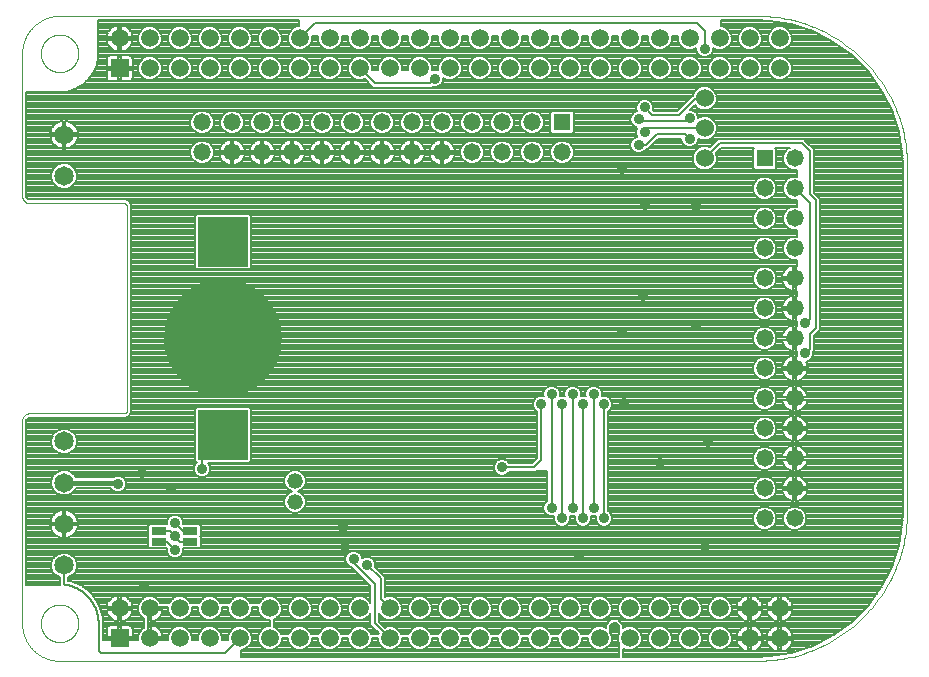
<source format=gbl>
G75*
%MOIN*%
%OFA0B0*%
%FSLAX25Y25*%
%IPPOS*%
%LPD*%
%AMOC8*
5,1,8,0,0,1.08239X$1,22.5*
%
%ADD10R,0.05937X0.05937*%
%ADD11C,0.05937*%
%ADD12C,0.00000*%
%ADD13R,0.05800X0.05800*%
%ADD14C,0.05800*%
%ADD15C,0.39370*%
%ADD16R,0.16535X0.16535*%
%ADD17C,0.06000*%
%ADD18C,0.05200*%
%ADD19R,0.05000X0.02500*%
%ADD20C,0.06496*%
%ADD21C,0.00800*%
%ADD22C,0.03562*%
%ADD23C,0.01600*%
D10*
X0082500Y0012500D03*
X0082500Y0202500D03*
D11*
X0092500Y0202500D03*
X0102500Y0202500D03*
X0112500Y0202500D03*
X0122500Y0202500D03*
X0132500Y0202500D03*
X0142500Y0202500D03*
X0152500Y0202500D03*
X0162500Y0202500D03*
X0172500Y0202500D03*
X0182500Y0202500D03*
X0192500Y0202500D03*
X0202500Y0202500D03*
X0212500Y0202500D03*
X0222500Y0202500D03*
X0232500Y0202500D03*
X0242500Y0202500D03*
X0252500Y0202500D03*
X0262500Y0202500D03*
X0272500Y0202500D03*
X0282500Y0202500D03*
X0292500Y0202500D03*
X0302500Y0202500D03*
X0302500Y0212500D03*
X0292500Y0212500D03*
X0282500Y0212500D03*
X0272500Y0212500D03*
X0262500Y0212500D03*
X0252500Y0212500D03*
X0242500Y0212500D03*
X0232500Y0212500D03*
X0222500Y0212500D03*
X0212500Y0212500D03*
X0202500Y0212500D03*
X0192500Y0212500D03*
X0182500Y0212500D03*
X0172500Y0212500D03*
X0162500Y0212500D03*
X0152500Y0212500D03*
X0142500Y0212500D03*
X0132500Y0212500D03*
X0122500Y0212500D03*
X0112500Y0212500D03*
X0102500Y0212500D03*
X0092500Y0212500D03*
X0082500Y0212500D03*
X0082500Y0022500D03*
X0092500Y0022500D03*
X0102500Y0022500D03*
X0112500Y0022500D03*
X0122500Y0022500D03*
X0132500Y0022500D03*
X0142500Y0022500D03*
X0152500Y0022500D03*
X0162500Y0022500D03*
X0172500Y0022500D03*
X0182500Y0022500D03*
X0192500Y0022500D03*
X0202500Y0022500D03*
X0212500Y0022500D03*
X0222500Y0022500D03*
X0232500Y0022500D03*
X0242500Y0022500D03*
X0252500Y0022500D03*
X0262500Y0022500D03*
X0272500Y0022500D03*
X0282500Y0022500D03*
X0292500Y0022500D03*
X0302500Y0022500D03*
X0302500Y0012500D03*
X0292500Y0012500D03*
X0282500Y0012500D03*
X0272500Y0012500D03*
X0262500Y0012500D03*
X0252500Y0012500D03*
X0242500Y0012500D03*
X0232500Y0012500D03*
X0222500Y0012500D03*
X0212500Y0012500D03*
X0202500Y0012500D03*
X0192500Y0012500D03*
X0182500Y0012500D03*
X0172500Y0012500D03*
X0162500Y0012500D03*
X0152500Y0012500D03*
X0142500Y0012500D03*
X0132500Y0012500D03*
X0122500Y0012500D03*
X0112500Y0012500D03*
X0102500Y0012500D03*
X0092500Y0012500D03*
D12*
X0050000Y0017500D02*
X0050000Y0085000D01*
X0050002Y0085098D01*
X0050008Y0085196D01*
X0050017Y0085294D01*
X0050031Y0085391D01*
X0050048Y0085488D01*
X0050069Y0085584D01*
X0050094Y0085679D01*
X0050122Y0085773D01*
X0050155Y0085865D01*
X0050190Y0085957D01*
X0050230Y0086047D01*
X0050272Y0086135D01*
X0050319Y0086222D01*
X0050368Y0086306D01*
X0050421Y0086389D01*
X0050477Y0086469D01*
X0050537Y0086548D01*
X0050599Y0086624D01*
X0050664Y0086697D01*
X0050732Y0086768D01*
X0050803Y0086836D01*
X0050876Y0086901D01*
X0050952Y0086963D01*
X0051031Y0087023D01*
X0051111Y0087079D01*
X0051194Y0087132D01*
X0051278Y0087181D01*
X0051365Y0087228D01*
X0051453Y0087270D01*
X0051543Y0087310D01*
X0051635Y0087345D01*
X0051727Y0087378D01*
X0051821Y0087406D01*
X0051916Y0087431D01*
X0052012Y0087452D01*
X0052109Y0087469D01*
X0052206Y0087483D01*
X0052304Y0087492D01*
X0052402Y0087498D01*
X0052500Y0087500D01*
X0084000Y0087500D01*
X0084060Y0087502D01*
X0084121Y0087507D01*
X0084180Y0087516D01*
X0084239Y0087529D01*
X0084298Y0087545D01*
X0084355Y0087565D01*
X0084410Y0087588D01*
X0084465Y0087615D01*
X0084517Y0087644D01*
X0084568Y0087677D01*
X0084617Y0087713D01*
X0084663Y0087751D01*
X0084707Y0087793D01*
X0084749Y0087837D01*
X0084787Y0087883D01*
X0084823Y0087932D01*
X0084856Y0087983D01*
X0084885Y0088035D01*
X0084912Y0088090D01*
X0084935Y0088145D01*
X0084955Y0088202D01*
X0084971Y0088261D01*
X0084984Y0088320D01*
X0084993Y0088379D01*
X0084998Y0088440D01*
X0085000Y0088500D01*
X0085000Y0156500D01*
X0084998Y0156560D01*
X0084993Y0156621D01*
X0084984Y0156680D01*
X0084971Y0156739D01*
X0084955Y0156798D01*
X0084935Y0156855D01*
X0084912Y0156910D01*
X0084885Y0156965D01*
X0084856Y0157017D01*
X0084823Y0157068D01*
X0084787Y0157117D01*
X0084749Y0157163D01*
X0084707Y0157207D01*
X0084663Y0157249D01*
X0084617Y0157287D01*
X0084568Y0157323D01*
X0084517Y0157356D01*
X0084465Y0157385D01*
X0084410Y0157412D01*
X0084355Y0157435D01*
X0084298Y0157455D01*
X0084239Y0157471D01*
X0084180Y0157484D01*
X0084121Y0157493D01*
X0084060Y0157498D01*
X0084000Y0157500D01*
X0052500Y0157500D01*
X0052402Y0157502D01*
X0052304Y0157508D01*
X0052206Y0157517D01*
X0052109Y0157531D01*
X0052012Y0157548D01*
X0051916Y0157569D01*
X0051821Y0157594D01*
X0051727Y0157622D01*
X0051635Y0157655D01*
X0051543Y0157690D01*
X0051453Y0157730D01*
X0051365Y0157772D01*
X0051278Y0157819D01*
X0051194Y0157868D01*
X0051111Y0157921D01*
X0051031Y0157977D01*
X0050952Y0158037D01*
X0050876Y0158099D01*
X0050803Y0158164D01*
X0050732Y0158232D01*
X0050664Y0158303D01*
X0050599Y0158376D01*
X0050537Y0158452D01*
X0050477Y0158531D01*
X0050421Y0158611D01*
X0050368Y0158694D01*
X0050319Y0158778D01*
X0050272Y0158865D01*
X0050230Y0158953D01*
X0050190Y0159043D01*
X0050155Y0159135D01*
X0050122Y0159227D01*
X0050094Y0159321D01*
X0050069Y0159416D01*
X0050048Y0159512D01*
X0050031Y0159609D01*
X0050017Y0159706D01*
X0050008Y0159804D01*
X0050002Y0159902D01*
X0050000Y0160000D01*
X0050000Y0207500D01*
X0056250Y0207500D02*
X0056252Y0207658D01*
X0056258Y0207815D01*
X0056268Y0207973D01*
X0056282Y0208130D01*
X0056300Y0208286D01*
X0056321Y0208443D01*
X0056347Y0208598D01*
X0056377Y0208753D01*
X0056410Y0208907D01*
X0056448Y0209060D01*
X0056489Y0209213D01*
X0056534Y0209364D01*
X0056583Y0209514D01*
X0056636Y0209662D01*
X0056692Y0209810D01*
X0056753Y0209955D01*
X0056816Y0210100D01*
X0056884Y0210242D01*
X0056955Y0210383D01*
X0057029Y0210522D01*
X0057107Y0210659D01*
X0057189Y0210794D01*
X0057273Y0210927D01*
X0057362Y0211058D01*
X0057453Y0211186D01*
X0057548Y0211313D01*
X0057645Y0211436D01*
X0057746Y0211558D01*
X0057850Y0211676D01*
X0057957Y0211792D01*
X0058067Y0211905D01*
X0058179Y0212016D01*
X0058295Y0212123D01*
X0058413Y0212228D01*
X0058533Y0212330D01*
X0058656Y0212428D01*
X0058782Y0212524D01*
X0058910Y0212616D01*
X0059040Y0212705D01*
X0059172Y0212791D01*
X0059307Y0212873D01*
X0059444Y0212952D01*
X0059582Y0213027D01*
X0059722Y0213099D01*
X0059865Y0213167D01*
X0060008Y0213232D01*
X0060154Y0213293D01*
X0060301Y0213350D01*
X0060449Y0213404D01*
X0060599Y0213454D01*
X0060749Y0213500D01*
X0060901Y0213542D01*
X0061054Y0213581D01*
X0061208Y0213615D01*
X0061363Y0213646D01*
X0061518Y0213672D01*
X0061674Y0213695D01*
X0061831Y0213714D01*
X0061988Y0213729D01*
X0062145Y0213740D01*
X0062303Y0213747D01*
X0062461Y0213750D01*
X0062618Y0213749D01*
X0062776Y0213744D01*
X0062933Y0213735D01*
X0063091Y0213722D01*
X0063247Y0213705D01*
X0063404Y0213684D01*
X0063559Y0213660D01*
X0063714Y0213631D01*
X0063869Y0213598D01*
X0064022Y0213562D01*
X0064175Y0213521D01*
X0064326Y0213477D01*
X0064476Y0213429D01*
X0064625Y0213378D01*
X0064773Y0213322D01*
X0064919Y0213263D01*
X0065064Y0213200D01*
X0065207Y0213133D01*
X0065348Y0213063D01*
X0065487Y0212990D01*
X0065625Y0212913D01*
X0065761Y0212832D01*
X0065894Y0212748D01*
X0066025Y0212661D01*
X0066154Y0212570D01*
X0066281Y0212476D01*
X0066406Y0212379D01*
X0066527Y0212279D01*
X0066647Y0212176D01*
X0066763Y0212070D01*
X0066877Y0211961D01*
X0066989Y0211849D01*
X0067097Y0211735D01*
X0067202Y0211617D01*
X0067305Y0211497D01*
X0067404Y0211375D01*
X0067500Y0211250D01*
X0067593Y0211122D01*
X0067683Y0210993D01*
X0067769Y0210861D01*
X0067853Y0210727D01*
X0067932Y0210591D01*
X0068009Y0210453D01*
X0068081Y0210313D01*
X0068150Y0210171D01*
X0068216Y0210028D01*
X0068278Y0209883D01*
X0068336Y0209736D01*
X0068391Y0209588D01*
X0068442Y0209439D01*
X0068489Y0209288D01*
X0068532Y0209137D01*
X0068571Y0208984D01*
X0068607Y0208830D01*
X0068638Y0208676D01*
X0068666Y0208521D01*
X0068690Y0208365D01*
X0068710Y0208208D01*
X0068726Y0208051D01*
X0068738Y0207894D01*
X0068746Y0207737D01*
X0068750Y0207579D01*
X0068750Y0207421D01*
X0068746Y0207263D01*
X0068738Y0207106D01*
X0068726Y0206949D01*
X0068710Y0206792D01*
X0068690Y0206635D01*
X0068666Y0206479D01*
X0068638Y0206324D01*
X0068607Y0206170D01*
X0068571Y0206016D01*
X0068532Y0205863D01*
X0068489Y0205712D01*
X0068442Y0205561D01*
X0068391Y0205412D01*
X0068336Y0205264D01*
X0068278Y0205117D01*
X0068216Y0204972D01*
X0068150Y0204829D01*
X0068081Y0204687D01*
X0068009Y0204547D01*
X0067932Y0204409D01*
X0067853Y0204273D01*
X0067769Y0204139D01*
X0067683Y0204007D01*
X0067593Y0203878D01*
X0067500Y0203750D01*
X0067404Y0203625D01*
X0067305Y0203503D01*
X0067202Y0203383D01*
X0067097Y0203265D01*
X0066989Y0203151D01*
X0066877Y0203039D01*
X0066763Y0202930D01*
X0066647Y0202824D01*
X0066527Y0202721D01*
X0066406Y0202621D01*
X0066281Y0202524D01*
X0066154Y0202430D01*
X0066025Y0202339D01*
X0065894Y0202252D01*
X0065761Y0202168D01*
X0065625Y0202087D01*
X0065487Y0202010D01*
X0065348Y0201937D01*
X0065207Y0201867D01*
X0065064Y0201800D01*
X0064919Y0201737D01*
X0064773Y0201678D01*
X0064625Y0201622D01*
X0064476Y0201571D01*
X0064326Y0201523D01*
X0064175Y0201479D01*
X0064022Y0201438D01*
X0063869Y0201402D01*
X0063714Y0201369D01*
X0063559Y0201340D01*
X0063404Y0201316D01*
X0063247Y0201295D01*
X0063091Y0201278D01*
X0062933Y0201265D01*
X0062776Y0201256D01*
X0062618Y0201251D01*
X0062461Y0201250D01*
X0062303Y0201253D01*
X0062145Y0201260D01*
X0061988Y0201271D01*
X0061831Y0201286D01*
X0061674Y0201305D01*
X0061518Y0201328D01*
X0061363Y0201354D01*
X0061208Y0201385D01*
X0061054Y0201419D01*
X0060901Y0201458D01*
X0060749Y0201500D01*
X0060599Y0201546D01*
X0060449Y0201596D01*
X0060301Y0201650D01*
X0060154Y0201707D01*
X0060008Y0201768D01*
X0059865Y0201833D01*
X0059722Y0201901D01*
X0059582Y0201973D01*
X0059444Y0202048D01*
X0059307Y0202127D01*
X0059172Y0202209D01*
X0059040Y0202295D01*
X0058910Y0202384D01*
X0058782Y0202476D01*
X0058656Y0202572D01*
X0058533Y0202670D01*
X0058413Y0202772D01*
X0058295Y0202877D01*
X0058179Y0202984D01*
X0058067Y0203095D01*
X0057957Y0203208D01*
X0057850Y0203324D01*
X0057746Y0203442D01*
X0057645Y0203564D01*
X0057548Y0203687D01*
X0057453Y0203814D01*
X0057362Y0203942D01*
X0057273Y0204073D01*
X0057189Y0204206D01*
X0057107Y0204341D01*
X0057029Y0204478D01*
X0056955Y0204617D01*
X0056884Y0204758D01*
X0056816Y0204900D01*
X0056753Y0205045D01*
X0056692Y0205190D01*
X0056636Y0205338D01*
X0056583Y0205486D01*
X0056534Y0205636D01*
X0056489Y0205787D01*
X0056448Y0205940D01*
X0056410Y0206093D01*
X0056377Y0206247D01*
X0056347Y0206402D01*
X0056321Y0206557D01*
X0056300Y0206714D01*
X0056282Y0206870D01*
X0056268Y0207027D01*
X0056258Y0207185D01*
X0056252Y0207342D01*
X0056250Y0207500D01*
X0050000Y0207500D02*
X0050004Y0207802D01*
X0050015Y0208104D01*
X0050033Y0208405D01*
X0050058Y0208706D01*
X0050091Y0209007D01*
X0050131Y0209306D01*
X0050178Y0209604D01*
X0050233Y0209902D01*
X0050294Y0210197D01*
X0050363Y0210491D01*
X0050439Y0210784D01*
X0050522Y0211074D01*
X0050612Y0211363D01*
X0050709Y0211649D01*
X0050812Y0211933D01*
X0050923Y0212214D01*
X0051040Y0212492D01*
X0051164Y0212768D01*
X0051295Y0213040D01*
X0051432Y0213309D01*
X0051575Y0213575D01*
X0051725Y0213837D01*
X0051882Y0214096D01*
X0052044Y0214350D01*
X0052213Y0214601D01*
X0052387Y0214847D01*
X0052568Y0215090D01*
X0052754Y0215327D01*
X0052946Y0215561D01*
X0053144Y0215789D01*
X0053347Y0216013D01*
X0053555Y0216231D01*
X0053769Y0216445D01*
X0053987Y0216653D01*
X0054211Y0216856D01*
X0054439Y0217054D01*
X0054673Y0217246D01*
X0054910Y0217432D01*
X0055153Y0217613D01*
X0055399Y0217787D01*
X0055650Y0217956D01*
X0055904Y0218118D01*
X0056163Y0218275D01*
X0056425Y0218425D01*
X0056691Y0218568D01*
X0056960Y0218705D01*
X0057232Y0218836D01*
X0057508Y0218960D01*
X0057786Y0219077D01*
X0058067Y0219188D01*
X0058351Y0219291D01*
X0058637Y0219388D01*
X0058926Y0219478D01*
X0059216Y0219561D01*
X0059509Y0219637D01*
X0059803Y0219706D01*
X0060098Y0219767D01*
X0060396Y0219822D01*
X0060694Y0219869D01*
X0060993Y0219909D01*
X0061294Y0219942D01*
X0061595Y0219967D01*
X0061896Y0219985D01*
X0062198Y0219996D01*
X0062500Y0220000D01*
X0295000Y0220000D01*
X0296208Y0219985D01*
X0297416Y0219942D01*
X0298622Y0219869D01*
X0299826Y0219767D01*
X0301027Y0219635D01*
X0302224Y0219475D01*
X0303418Y0219286D01*
X0304606Y0219069D01*
X0305789Y0218822D01*
X0306966Y0218547D01*
X0308135Y0218244D01*
X0309297Y0217912D01*
X0310451Y0217553D01*
X0311595Y0217166D01*
X0312730Y0216751D01*
X0313855Y0216309D01*
X0314968Y0215840D01*
X0316070Y0215344D01*
X0317160Y0214821D01*
X0318236Y0214273D01*
X0319299Y0213698D01*
X0320348Y0213098D01*
X0321382Y0212473D01*
X0322401Y0211824D01*
X0323403Y0211149D01*
X0324389Y0210451D01*
X0325358Y0209729D01*
X0326309Y0208984D01*
X0327242Y0208216D01*
X0328156Y0207426D01*
X0329051Y0206613D01*
X0329926Y0205780D01*
X0330780Y0204926D01*
X0331613Y0204051D01*
X0332426Y0203156D01*
X0333216Y0202242D01*
X0333984Y0201309D01*
X0334729Y0200358D01*
X0335451Y0199389D01*
X0336149Y0198403D01*
X0336824Y0197401D01*
X0337473Y0196382D01*
X0338098Y0195348D01*
X0338698Y0194299D01*
X0339273Y0193236D01*
X0339821Y0192160D01*
X0340344Y0191070D01*
X0340840Y0189968D01*
X0341309Y0188855D01*
X0341751Y0187730D01*
X0342166Y0186595D01*
X0342553Y0185451D01*
X0342912Y0184297D01*
X0343244Y0183135D01*
X0343547Y0181966D01*
X0343822Y0180789D01*
X0344069Y0179606D01*
X0344286Y0178418D01*
X0344475Y0177224D01*
X0344635Y0176027D01*
X0344767Y0174826D01*
X0344869Y0173622D01*
X0344942Y0172416D01*
X0344985Y0171208D01*
X0345000Y0170000D01*
X0345000Y0055000D01*
X0344985Y0053792D01*
X0344942Y0052584D01*
X0344869Y0051378D01*
X0344767Y0050174D01*
X0344635Y0048973D01*
X0344475Y0047776D01*
X0344286Y0046582D01*
X0344069Y0045394D01*
X0343822Y0044211D01*
X0343547Y0043034D01*
X0343244Y0041865D01*
X0342912Y0040703D01*
X0342553Y0039549D01*
X0342166Y0038405D01*
X0341751Y0037270D01*
X0341309Y0036145D01*
X0340840Y0035032D01*
X0340344Y0033930D01*
X0339821Y0032840D01*
X0339273Y0031764D01*
X0338698Y0030701D01*
X0338098Y0029652D01*
X0337473Y0028618D01*
X0336824Y0027599D01*
X0336149Y0026597D01*
X0335451Y0025611D01*
X0334729Y0024642D01*
X0333984Y0023691D01*
X0333216Y0022758D01*
X0332426Y0021844D01*
X0331613Y0020949D01*
X0330780Y0020074D01*
X0329926Y0019220D01*
X0329051Y0018387D01*
X0328156Y0017574D01*
X0327242Y0016784D01*
X0326309Y0016016D01*
X0325358Y0015271D01*
X0324389Y0014549D01*
X0323403Y0013851D01*
X0322401Y0013176D01*
X0321382Y0012527D01*
X0320348Y0011902D01*
X0319299Y0011302D01*
X0318236Y0010727D01*
X0317160Y0010179D01*
X0316070Y0009656D01*
X0314968Y0009160D01*
X0313855Y0008691D01*
X0312730Y0008249D01*
X0311595Y0007834D01*
X0310451Y0007447D01*
X0309297Y0007088D01*
X0308135Y0006756D01*
X0306966Y0006453D01*
X0305789Y0006178D01*
X0304606Y0005931D01*
X0303418Y0005714D01*
X0302224Y0005525D01*
X0301027Y0005365D01*
X0299826Y0005233D01*
X0298622Y0005131D01*
X0297416Y0005058D01*
X0296208Y0005015D01*
X0295000Y0005000D01*
X0062500Y0005000D01*
X0056250Y0017500D02*
X0056252Y0017658D01*
X0056258Y0017815D01*
X0056268Y0017973D01*
X0056282Y0018130D01*
X0056300Y0018286D01*
X0056321Y0018443D01*
X0056347Y0018598D01*
X0056377Y0018753D01*
X0056410Y0018907D01*
X0056448Y0019060D01*
X0056489Y0019213D01*
X0056534Y0019364D01*
X0056583Y0019514D01*
X0056636Y0019662D01*
X0056692Y0019810D01*
X0056753Y0019955D01*
X0056816Y0020100D01*
X0056884Y0020242D01*
X0056955Y0020383D01*
X0057029Y0020522D01*
X0057107Y0020659D01*
X0057189Y0020794D01*
X0057273Y0020927D01*
X0057362Y0021058D01*
X0057453Y0021186D01*
X0057548Y0021313D01*
X0057645Y0021436D01*
X0057746Y0021558D01*
X0057850Y0021676D01*
X0057957Y0021792D01*
X0058067Y0021905D01*
X0058179Y0022016D01*
X0058295Y0022123D01*
X0058413Y0022228D01*
X0058533Y0022330D01*
X0058656Y0022428D01*
X0058782Y0022524D01*
X0058910Y0022616D01*
X0059040Y0022705D01*
X0059172Y0022791D01*
X0059307Y0022873D01*
X0059444Y0022952D01*
X0059582Y0023027D01*
X0059722Y0023099D01*
X0059865Y0023167D01*
X0060008Y0023232D01*
X0060154Y0023293D01*
X0060301Y0023350D01*
X0060449Y0023404D01*
X0060599Y0023454D01*
X0060749Y0023500D01*
X0060901Y0023542D01*
X0061054Y0023581D01*
X0061208Y0023615D01*
X0061363Y0023646D01*
X0061518Y0023672D01*
X0061674Y0023695D01*
X0061831Y0023714D01*
X0061988Y0023729D01*
X0062145Y0023740D01*
X0062303Y0023747D01*
X0062461Y0023750D01*
X0062618Y0023749D01*
X0062776Y0023744D01*
X0062933Y0023735D01*
X0063091Y0023722D01*
X0063247Y0023705D01*
X0063404Y0023684D01*
X0063559Y0023660D01*
X0063714Y0023631D01*
X0063869Y0023598D01*
X0064022Y0023562D01*
X0064175Y0023521D01*
X0064326Y0023477D01*
X0064476Y0023429D01*
X0064625Y0023378D01*
X0064773Y0023322D01*
X0064919Y0023263D01*
X0065064Y0023200D01*
X0065207Y0023133D01*
X0065348Y0023063D01*
X0065487Y0022990D01*
X0065625Y0022913D01*
X0065761Y0022832D01*
X0065894Y0022748D01*
X0066025Y0022661D01*
X0066154Y0022570D01*
X0066281Y0022476D01*
X0066406Y0022379D01*
X0066527Y0022279D01*
X0066647Y0022176D01*
X0066763Y0022070D01*
X0066877Y0021961D01*
X0066989Y0021849D01*
X0067097Y0021735D01*
X0067202Y0021617D01*
X0067305Y0021497D01*
X0067404Y0021375D01*
X0067500Y0021250D01*
X0067593Y0021122D01*
X0067683Y0020993D01*
X0067769Y0020861D01*
X0067853Y0020727D01*
X0067932Y0020591D01*
X0068009Y0020453D01*
X0068081Y0020313D01*
X0068150Y0020171D01*
X0068216Y0020028D01*
X0068278Y0019883D01*
X0068336Y0019736D01*
X0068391Y0019588D01*
X0068442Y0019439D01*
X0068489Y0019288D01*
X0068532Y0019137D01*
X0068571Y0018984D01*
X0068607Y0018830D01*
X0068638Y0018676D01*
X0068666Y0018521D01*
X0068690Y0018365D01*
X0068710Y0018208D01*
X0068726Y0018051D01*
X0068738Y0017894D01*
X0068746Y0017737D01*
X0068750Y0017579D01*
X0068750Y0017421D01*
X0068746Y0017263D01*
X0068738Y0017106D01*
X0068726Y0016949D01*
X0068710Y0016792D01*
X0068690Y0016635D01*
X0068666Y0016479D01*
X0068638Y0016324D01*
X0068607Y0016170D01*
X0068571Y0016016D01*
X0068532Y0015863D01*
X0068489Y0015712D01*
X0068442Y0015561D01*
X0068391Y0015412D01*
X0068336Y0015264D01*
X0068278Y0015117D01*
X0068216Y0014972D01*
X0068150Y0014829D01*
X0068081Y0014687D01*
X0068009Y0014547D01*
X0067932Y0014409D01*
X0067853Y0014273D01*
X0067769Y0014139D01*
X0067683Y0014007D01*
X0067593Y0013878D01*
X0067500Y0013750D01*
X0067404Y0013625D01*
X0067305Y0013503D01*
X0067202Y0013383D01*
X0067097Y0013265D01*
X0066989Y0013151D01*
X0066877Y0013039D01*
X0066763Y0012930D01*
X0066647Y0012824D01*
X0066527Y0012721D01*
X0066406Y0012621D01*
X0066281Y0012524D01*
X0066154Y0012430D01*
X0066025Y0012339D01*
X0065894Y0012252D01*
X0065761Y0012168D01*
X0065625Y0012087D01*
X0065487Y0012010D01*
X0065348Y0011937D01*
X0065207Y0011867D01*
X0065064Y0011800D01*
X0064919Y0011737D01*
X0064773Y0011678D01*
X0064625Y0011622D01*
X0064476Y0011571D01*
X0064326Y0011523D01*
X0064175Y0011479D01*
X0064022Y0011438D01*
X0063869Y0011402D01*
X0063714Y0011369D01*
X0063559Y0011340D01*
X0063404Y0011316D01*
X0063247Y0011295D01*
X0063091Y0011278D01*
X0062933Y0011265D01*
X0062776Y0011256D01*
X0062618Y0011251D01*
X0062461Y0011250D01*
X0062303Y0011253D01*
X0062145Y0011260D01*
X0061988Y0011271D01*
X0061831Y0011286D01*
X0061674Y0011305D01*
X0061518Y0011328D01*
X0061363Y0011354D01*
X0061208Y0011385D01*
X0061054Y0011419D01*
X0060901Y0011458D01*
X0060749Y0011500D01*
X0060599Y0011546D01*
X0060449Y0011596D01*
X0060301Y0011650D01*
X0060154Y0011707D01*
X0060008Y0011768D01*
X0059865Y0011833D01*
X0059722Y0011901D01*
X0059582Y0011973D01*
X0059444Y0012048D01*
X0059307Y0012127D01*
X0059172Y0012209D01*
X0059040Y0012295D01*
X0058910Y0012384D01*
X0058782Y0012476D01*
X0058656Y0012572D01*
X0058533Y0012670D01*
X0058413Y0012772D01*
X0058295Y0012877D01*
X0058179Y0012984D01*
X0058067Y0013095D01*
X0057957Y0013208D01*
X0057850Y0013324D01*
X0057746Y0013442D01*
X0057645Y0013564D01*
X0057548Y0013687D01*
X0057453Y0013814D01*
X0057362Y0013942D01*
X0057273Y0014073D01*
X0057189Y0014206D01*
X0057107Y0014341D01*
X0057029Y0014478D01*
X0056955Y0014617D01*
X0056884Y0014758D01*
X0056816Y0014900D01*
X0056753Y0015045D01*
X0056692Y0015190D01*
X0056636Y0015338D01*
X0056583Y0015486D01*
X0056534Y0015636D01*
X0056489Y0015787D01*
X0056448Y0015940D01*
X0056410Y0016093D01*
X0056377Y0016247D01*
X0056347Y0016402D01*
X0056321Y0016557D01*
X0056300Y0016714D01*
X0056282Y0016870D01*
X0056268Y0017027D01*
X0056258Y0017185D01*
X0056252Y0017342D01*
X0056250Y0017500D01*
X0050000Y0017500D02*
X0050004Y0017198D01*
X0050015Y0016896D01*
X0050033Y0016595D01*
X0050058Y0016294D01*
X0050091Y0015993D01*
X0050131Y0015694D01*
X0050178Y0015396D01*
X0050233Y0015098D01*
X0050294Y0014803D01*
X0050363Y0014509D01*
X0050439Y0014216D01*
X0050522Y0013926D01*
X0050612Y0013637D01*
X0050709Y0013351D01*
X0050812Y0013067D01*
X0050923Y0012786D01*
X0051040Y0012508D01*
X0051164Y0012232D01*
X0051295Y0011960D01*
X0051432Y0011691D01*
X0051575Y0011425D01*
X0051725Y0011163D01*
X0051882Y0010904D01*
X0052044Y0010650D01*
X0052213Y0010399D01*
X0052387Y0010153D01*
X0052568Y0009910D01*
X0052754Y0009673D01*
X0052946Y0009439D01*
X0053144Y0009211D01*
X0053347Y0008987D01*
X0053555Y0008769D01*
X0053769Y0008555D01*
X0053987Y0008347D01*
X0054211Y0008144D01*
X0054439Y0007946D01*
X0054673Y0007754D01*
X0054910Y0007568D01*
X0055153Y0007387D01*
X0055399Y0007213D01*
X0055650Y0007044D01*
X0055904Y0006882D01*
X0056163Y0006725D01*
X0056425Y0006575D01*
X0056691Y0006432D01*
X0056960Y0006295D01*
X0057232Y0006164D01*
X0057508Y0006040D01*
X0057786Y0005923D01*
X0058067Y0005812D01*
X0058351Y0005709D01*
X0058637Y0005612D01*
X0058926Y0005522D01*
X0059216Y0005439D01*
X0059509Y0005363D01*
X0059803Y0005294D01*
X0060098Y0005233D01*
X0060396Y0005178D01*
X0060694Y0005131D01*
X0060993Y0005091D01*
X0061294Y0005058D01*
X0061595Y0005033D01*
X0061896Y0005015D01*
X0062198Y0005004D01*
X0062500Y0005000D01*
D13*
X0297500Y0172500D03*
X0230000Y0184500D03*
D14*
X0220000Y0184500D03*
X0210000Y0184500D03*
X0200000Y0184500D03*
X0190000Y0184500D03*
X0180000Y0184500D03*
X0170000Y0184500D03*
X0160000Y0184500D03*
X0150000Y0184500D03*
X0140000Y0184500D03*
X0130000Y0184500D03*
X0120000Y0184500D03*
X0110000Y0184500D03*
X0110000Y0174500D03*
X0120000Y0174500D03*
X0130000Y0174500D03*
X0140000Y0174500D03*
X0150000Y0174500D03*
X0160000Y0174500D03*
X0170000Y0174500D03*
X0180000Y0174500D03*
X0190000Y0174500D03*
X0200000Y0174500D03*
X0210000Y0174500D03*
X0220000Y0174500D03*
X0230000Y0174500D03*
X0297500Y0162500D03*
X0307500Y0162500D03*
X0307500Y0172500D03*
X0307500Y0152500D03*
X0297500Y0152500D03*
X0297500Y0142500D03*
X0307500Y0142500D03*
X0307500Y0132500D03*
X0297500Y0132500D03*
X0297500Y0122500D03*
X0307500Y0122500D03*
X0307500Y0112500D03*
X0297500Y0112500D03*
X0297500Y0102500D03*
X0307500Y0102500D03*
X0307500Y0092500D03*
X0297500Y0092500D03*
X0297500Y0082500D03*
X0307500Y0082500D03*
X0307500Y0072500D03*
X0297500Y0072500D03*
X0297500Y0062500D03*
X0307500Y0062500D03*
X0307500Y0052500D03*
X0297500Y0052500D03*
D15*
X0117000Y0112500D03*
D16*
X0117000Y0080276D03*
X0117000Y0144724D03*
D17*
X0277500Y0172500D03*
X0277500Y0182500D03*
X0277500Y0192500D03*
D18*
X0141000Y0065000D03*
X0141000Y0058000D03*
D19*
X0106000Y0048272D03*
X0106000Y0044728D03*
X0095500Y0044728D03*
X0095500Y0048272D03*
D20*
X0064000Y0050610D03*
X0064000Y0036831D03*
X0064000Y0064390D03*
X0064000Y0078169D03*
X0064000Y0166610D03*
X0064000Y0180390D03*
D21*
X0064400Y0180672D02*
X0109049Y0180672D01*
X0109224Y0180600D02*
X0110776Y0180600D01*
X0112209Y0181194D01*
X0113306Y0182291D01*
X0113900Y0183724D01*
X0113900Y0185276D01*
X0113306Y0186709D01*
X0112209Y0187806D01*
X0110776Y0188400D01*
X0109224Y0188400D01*
X0107791Y0187806D01*
X0106694Y0186709D01*
X0106100Y0185276D01*
X0106100Y0183724D01*
X0106694Y0182291D01*
X0107791Y0181194D01*
X0109224Y0180600D01*
X0110951Y0180672D02*
X0119049Y0180672D01*
X0119224Y0180600D02*
X0120776Y0180600D01*
X0122209Y0181194D01*
X0123306Y0182291D01*
X0123900Y0183724D01*
X0123900Y0185276D01*
X0123306Y0186709D01*
X0122209Y0187806D01*
X0120776Y0188400D01*
X0119224Y0188400D01*
X0117791Y0187806D01*
X0116694Y0186709D01*
X0116100Y0185276D01*
X0116100Y0183724D01*
X0116694Y0182291D01*
X0117791Y0181194D01*
X0119224Y0180600D01*
X0120951Y0180672D02*
X0129049Y0180672D01*
X0129224Y0180600D02*
X0130776Y0180600D01*
X0132209Y0181194D01*
X0133306Y0182291D01*
X0133900Y0183724D01*
X0133900Y0185276D01*
X0133306Y0186709D01*
X0132209Y0187806D01*
X0130776Y0188400D01*
X0129224Y0188400D01*
X0127791Y0187806D01*
X0126694Y0186709D01*
X0126100Y0185276D01*
X0126100Y0183724D01*
X0126694Y0182291D01*
X0127791Y0181194D01*
X0129224Y0180600D01*
X0130951Y0180672D02*
X0139049Y0180672D01*
X0139224Y0180600D02*
X0140776Y0180600D01*
X0142209Y0181194D01*
X0143306Y0182291D01*
X0143900Y0183724D01*
X0143900Y0185276D01*
X0143306Y0186709D01*
X0142209Y0187806D01*
X0140776Y0188400D01*
X0139224Y0188400D01*
X0137791Y0187806D01*
X0136694Y0186709D01*
X0136100Y0185276D01*
X0136100Y0183724D01*
X0136694Y0182291D01*
X0137791Y0181194D01*
X0139224Y0180600D01*
X0140951Y0180672D02*
X0149049Y0180672D01*
X0149224Y0180600D02*
X0150776Y0180600D01*
X0152209Y0181194D01*
X0153306Y0182291D01*
X0153900Y0183724D01*
X0153900Y0185276D01*
X0153306Y0186709D01*
X0152209Y0187806D01*
X0150776Y0188400D01*
X0149224Y0188400D01*
X0147791Y0187806D01*
X0146694Y0186709D01*
X0146100Y0185276D01*
X0146100Y0183724D01*
X0146694Y0182291D01*
X0147791Y0181194D01*
X0149224Y0180600D01*
X0150951Y0180672D02*
X0159049Y0180672D01*
X0159224Y0180600D02*
X0160776Y0180600D01*
X0162209Y0181194D01*
X0163306Y0182291D01*
X0163900Y0183724D01*
X0163900Y0185276D01*
X0163306Y0186709D01*
X0162209Y0187806D01*
X0160776Y0188400D01*
X0159224Y0188400D01*
X0157791Y0187806D01*
X0156694Y0186709D01*
X0156100Y0185276D01*
X0156100Y0183724D01*
X0156694Y0182291D01*
X0157791Y0181194D01*
X0159224Y0180600D01*
X0160951Y0180672D02*
X0169049Y0180672D01*
X0169224Y0180600D02*
X0170776Y0180600D01*
X0172209Y0181194D01*
X0173306Y0182291D01*
X0173900Y0183724D01*
X0173900Y0185276D01*
X0173306Y0186709D01*
X0172209Y0187806D01*
X0170776Y0188400D01*
X0169224Y0188400D01*
X0167791Y0187806D01*
X0166694Y0186709D01*
X0166100Y0185276D01*
X0166100Y0183724D01*
X0166694Y0182291D01*
X0167791Y0181194D01*
X0169224Y0180600D01*
X0170951Y0180672D02*
X0179049Y0180672D01*
X0179224Y0180600D02*
X0180776Y0180600D01*
X0182209Y0181194D01*
X0183306Y0182291D01*
X0183900Y0183724D01*
X0183900Y0185276D01*
X0183306Y0186709D01*
X0182209Y0187806D01*
X0180776Y0188400D01*
X0179224Y0188400D01*
X0177791Y0187806D01*
X0176694Y0186709D01*
X0176100Y0185276D01*
X0176100Y0183724D01*
X0176694Y0182291D01*
X0177791Y0181194D01*
X0179224Y0180600D01*
X0180951Y0180672D02*
X0189049Y0180672D01*
X0189224Y0180600D02*
X0190776Y0180600D01*
X0192209Y0181194D01*
X0193306Y0182291D01*
X0193900Y0183724D01*
X0193900Y0185276D01*
X0193306Y0186709D01*
X0192209Y0187806D01*
X0190776Y0188400D01*
X0189224Y0188400D01*
X0187791Y0187806D01*
X0186694Y0186709D01*
X0186100Y0185276D01*
X0186100Y0183724D01*
X0186694Y0182291D01*
X0187791Y0181194D01*
X0189224Y0180600D01*
X0190951Y0180672D02*
X0199049Y0180672D01*
X0199224Y0180600D02*
X0200776Y0180600D01*
X0202209Y0181194D01*
X0203306Y0182291D01*
X0203900Y0183724D01*
X0203900Y0185276D01*
X0203306Y0186709D01*
X0202209Y0187806D01*
X0200776Y0188400D01*
X0199224Y0188400D01*
X0197791Y0187806D01*
X0196694Y0186709D01*
X0196100Y0185276D01*
X0196100Y0183724D01*
X0196694Y0182291D01*
X0197791Y0181194D01*
X0199224Y0180600D01*
X0200951Y0180672D02*
X0209049Y0180672D01*
X0209224Y0180600D02*
X0210776Y0180600D01*
X0212209Y0181194D01*
X0213306Y0182291D01*
X0213900Y0183724D01*
X0213900Y0185276D01*
X0213306Y0186709D01*
X0212209Y0187806D01*
X0210776Y0188400D01*
X0209224Y0188400D01*
X0207791Y0187806D01*
X0206694Y0186709D01*
X0206100Y0185276D01*
X0206100Y0183724D01*
X0206694Y0182291D01*
X0207791Y0181194D01*
X0209224Y0180600D01*
X0210951Y0180672D02*
X0219049Y0180672D01*
X0219224Y0180600D02*
X0220776Y0180600D01*
X0222209Y0181194D01*
X0223306Y0182291D01*
X0223900Y0183724D01*
X0223900Y0185276D01*
X0223306Y0186709D01*
X0222209Y0187806D01*
X0220776Y0188400D01*
X0219224Y0188400D01*
X0217791Y0187806D01*
X0216694Y0186709D01*
X0216100Y0185276D01*
X0216100Y0183724D01*
X0216694Y0182291D01*
X0217791Y0181194D01*
X0219224Y0180600D01*
X0220951Y0180672D02*
X0226613Y0180672D01*
X0226686Y0180600D02*
X0233314Y0180600D01*
X0233900Y0181186D01*
X0233900Y0187814D01*
X0233314Y0188400D01*
X0226686Y0188400D01*
X0226100Y0187814D01*
X0226100Y0181186D01*
X0226686Y0180600D01*
X0226100Y0181471D02*
X0222486Y0181471D01*
X0223285Y0182270D02*
X0226100Y0182270D01*
X0226100Y0183068D02*
X0223628Y0183068D01*
X0223900Y0183867D02*
X0226100Y0183867D01*
X0226100Y0184665D02*
X0223900Y0184665D01*
X0223822Y0185464D02*
X0226100Y0185464D01*
X0226100Y0186262D02*
X0223491Y0186262D01*
X0222955Y0187061D02*
X0226100Y0187061D01*
X0226145Y0187859D02*
X0222082Y0187859D01*
X0217918Y0187859D02*
X0212082Y0187859D01*
X0212955Y0187061D02*
X0217045Y0187061D01*
X0216509Y0186262D02*
X0213491Y0186262D01*
X0213822Y0185464D02*
X0216178Y0185464D01*
X0216100Y0184665D02*
X0213900Y0184665D01*
X0213900Y0183867D02*
X0216100Y0183867D01*
X0216372Y0183068D02*
X0213628Y0183068D01*
X0213285Y0182270D02*
X0216715Y0182270D01*
X0217514Y0181471D02*
X0212486Y0181471D01*
X0211073Y0178277D02*
X0218927Y0178277D01*
X0219224Y0178400D02*
X0217791Y0177806D01*
X0216694Y0176709D01*
X0216100Y0175276D01*
X0216100Y0173724D01*
X0216694Y0172291D01*
X0217791Y0171194D01*
X0219224Y0170600D01*
X0220776Y0170600D01*
X0222209Y0171194D01*
X0223306Y0172291D01*
X0223900Y0173724D01*
X0223900Y0175276D01*
X0223306Y0176709D01*
X0222209Y0177806D01*
X0220776Y0178400D01*
X0219224Y0178400D01*
X0221073Y0178277D02*
X0228927Y0178277D01*
X0229224Y0178400D02*
X0227791Y0177806D01*
X0226694Y0176709D01*
X0226100Y0175276D01*
X0226100Y0173724D01*
X0226694Y0172291D01*
X0227791Y0171194D01*
X0229224Y0170600D01*
X0230776Y0170600D01*
X0232209Y0171194D01*
X0233306Y0172291D01*
X0233900Y0173724D01*
X0233900Y0175276D01*
X0233306Y0176709D01*
X0232209Y0177806D01*
X0230776Y0178400D01*
X0229224Y0178400D01*
X0231073Y0178277D02*
X0253019Y0178277D01*
X0253142Y0178575D02*
X0252719Y0177553D01*
X0252719Y0176447D01*
X0253142Y0175425D01*
X0253925Y0174642D01*
X0254947Y0174219D01*
X0256053Y0174219D01*
X0257075Y0174642D01*
X0257858Y0175425D01*
X0257930Y0175600D01*
X0258580Y0175600D01*
X0259400Y0176420D01*
X0262080Y0179100D01*
X0269719Y0179100D01*
X0269719Y0178447D01*
X0270142Y0177425D01*
X0270925Y0176642D01*
X0271947Y0176219D01*
X0273053Y0176219D01*
X0274075Y0176642D01*
X0274858Y0177425D01*
X0275281Y0178447D01*
X0275281Y0179090D01*
X0276704Y0178500D01*
X0278296Y0178500D01*
X0279766Y0179109D01*
X0280891Y0180234D01*
X0281500Y0181704D01*
X0281500Y0183296D01*
X0280891Y0184766D01*
X0279766Y0185891D01*
X0278296Y0186500D01*
X0276704Y0186500D01*
X0275281Y0185910D01*
X0275281Y0186553D01*
X0274858Y0187575D01*
X0274075Y0188358D01*
X0273053Y0188781D01*
X0272761Y0188781D01*
X0274162Y0190182D01*
X0275234Y0189109D01*
X0276704Y0188500D01*
X0278296Y0188500D01*
X0279766Y0189109D01*
X0280891Y0190234D01*
X0281500Y0191704D01*
X0281500Y0193296D01*
X0280891Y0194766D01*
X0279766Y0195891D01*
X0278296Y0196500D01*
X0276704Y0196500D01*
X0275234Y0195891D01*
X0274109Y0194766D01*
X0273630Y0193610D01*
X0268420Y0188400D01*
X0260580Y0188400D01*
X0260208Y0188771D01*
X0260281Y0188947D01*
X0260281Y0190053D01*
X0259858Y0191075D01*
X0259075Y0191858D01*
X0258053Y0192281D01*
X0256947Y0192281D01*
X0255925Y0191858D01*
X0255142Y0191075D01*
X0254719Y0190053D01*
X0254719Y0188947D01*
X0254995Y0188281D01*
X0254947Y0188281D01*
X0253925Y0187858D01*
X0253142Y0187075D01*
X0252719Y0186053D01*
X0252719Y0184947D01*
X0253142Y0183925D01*
X0253925Y0183142D01*
X0254947Y0182719D01*
X0255098Y0182719D01*
X0254719Y0181803D01*
X0254719Y0180697D01*
X0255098Y0179781D01*
X0254947Y0179781D01*
X0253925Y0179358D01*
X0253142Y0178575D01*
X0253642Y0179075D02*
X0068460Y0179075D01*
X0068534Y0179301D02*
X0068643Y0179990D01*
X0064400Y0179990D01*
X0064400Y0180790D01*
X0063600Y0180790D01*
X0063600Y0185032D01*
X0062912Y0184923D01*
X0062216Y0184697D01*
X0061564Y0184365D01*
X0060972Y0183935D01*
X0060455Y0183418D01*
X0060025Y0182826D01*
X0059692Y0182174D01*
X0059466Y0181478D01*
X0059357Y0180790D01*
X0063600Y0180790D01*
X0063600Y0179990D01*
X0059357Y0179990D01*
X0059466Y0179301D01*
X0059692Y0178606D01*
X0060025Y0177954D01*
X0060455Y0177362D01*
X0060972Y0176844D01*
X0061564Y0176414D01*
X0062216Y0176082D01*
X0062912Y0175856D01*
X0063600Y0175747D01*
X0063600Y0179990D01*
X0064400Y0179990D01*
X0064400Y0175747D01*
X0065088Y0175856D01*
X0065784Y0176082D01*
X0066436Y0176414D01*
X0067028Y0176844D01*
X0067545Y0177362D01*
X0067975Y0177954D01*
X0068307Y0178606D01*
X0068534Y0179301D01*
X0068624Y0179874D02*
X0255060Y0179874D01*
X0254729Y0180672D02*
X0233387Y0180672D01*
X0233900Y0181471D02*
X0254719Y0181471D01*
X0254912Y0182270D02*
X0233900Y0182270D01*
X0233900Y0183068D02*
X0254104Y0183068D01*
X0253200Y0183867D02*
X0233900Y0183867D01*
X0233900Y0184665D02*
X0252836Y0184665D01*
X0252719Y0185464D02*
X0233900Y0185464D01*
X0233900Y0186262D02*
X0252805Y0186262D01*
X0253136Y0187061D02*
X0233900Y0187061D01*
X0233855Y0187859D02*
X0253928Y0187859D01*
X0254839Y0188658D02*
X0051400Y0188658D01*
X0051400Y0189456D02*
X0254719Y0189456D01*
X0254802Y0190255D02*
X0051400Y0190255D01*
X0051400Y0191053D02*
X0255133Y0191053D01*
X0255919Y0191852D02*
X0051400Y0191852D01*
X0051400Y0192650D02*
X0272670Y0192650D01*
X0271872Y0191852D02*
X0259081Y0191852D01*
X0259867Y0191053D02*
X0271073Y0191053D01*
X0270275Y0190255D02*
X0260198Y0190255D01*
X0260281Y0189456D02*
X0269476Y0189456D01*
X0268678Y0188658D02*
X0260322Y0188658D01*
X0260000Y0187000D02*
X0257500Y0189500D01*
X0260000Y0187000D02*
X0269000Y0187000D01*
X0274500Y0192500D01*
X0277500Y0192500D01*
X0281230Y0191053D02*
X0338650Y0191053D01*
X0339057Y0190255D02*
X0280899Y0190255D01*
X0280113Y0189456D02*
X0339464Y0189456D01*
X0339870Y0188658D02*
X0278676Y0188658D01*
X0276324Y0188658D02*
X0273351Y0188658D01*
X0273436Y0189456D02*
X0274887Y0189456D01*
X0274574Y0187859D02*
X0340141Y0187859D01*
X0339901Y0188598D02*
X0342257Y0181345D01*
X0343450Y0173813D01*
X0343600Y0170000D01*
X0343600Y0055000D01*
X0343450Y0051187D01*
X0342257Y0043655D01*
X0339901Y0036402D01*
X0336438Y0029607D01*
X0331956Y0023437D01*
X0326563Y0018044D01*
X0320393Y0013562D01*
X0313598Y0010099D01*
X0306345Y0007743D01*
X0298813Y0006550D01*
X0295000Y0006400D01*
X0250400Y0006400D01*
X0250400Y0009074D01*
X0251711Y0008531D01*
X0253289Y0008531D01*
X0254748Y0009136D01*
X0255864Y0010252D01*
X0256468Y0011711D01*
X0256468Y0013289D01*
X0255864Y0014748D01*
X0254748Y0015864D01*
X0253289Y0016468D01*
X0251711Y0016468D01*
X0250400Y0015926D01*
X0250400Y0017080D01*
X0249400Y0018080D01*
X0248580Y0018900D01*
X0246420Y0018900D01*
X0245420Y0017900D01*
X0244600Y0017080D01*
X0244600Y0015926D01*
X0243289Y0016468D01*
X0241711Y0016468D01*
X0240252Y0015864D01*
X0239136Y0014748D01*
X0238784Y0013900D01*
X0236216Y0013900D01*
X0235864Y0014748D01*
X0234748Y0015864D01*
X0233289Y0016468D01*
X0231711Y0016468D01*
X0230252Y0015864D01*
X0229136Y0014748D01*
X0228784Y0013900D01*
X0226216Y0013900D01*
X0225864Y0014748D01*
X0224748Y0015864D01*
X0223289Y0016468D01*
X0221711Y0016468D01*
X0220252Y0015864D01*
X0219136Y0014748D01*
X0218784Y0013900D01*
X0216216Y0013900D01*
X0215864Y0014748D01*
X0214748Y0015864D01*
X0213289Y0016468D01*
X0211711Y0016468D01*
X0210252Y0015864D01*
X0209136Y0014748D01*
X0208784Y0013900D01*
X0206216Y0013900D01*
X0205864Y0014748D01*
X0204748Y0015864D01*
X0203289Y0016468D01*
X0201711Y0016468D01*
X0200252Y0015864D01*
X0199136Y0014748D01*
X0198784Y0013900D01*
X0196216Y0013900D01*
X0195864Y0014748D01*
X0194748Y0015864D01*
X0193289Y0016468D01*
X0191711Y0016468D01*
X0190252Y0015864D01*
X0189136Y0014748D01*
X0188784Y0013900D01*
X0186216Y0013900D01*
X0185864Y0014748D01*
X0184748Y0015864D01*
X0183289Y0016468D01*
X0181711Y0016468D01*
X0180252Y0015864D01*
X0179136Y0014748D01*
X0178784Y0013900D01*
X0176216Y0013900D01*
X0175864Y0014748D01*
X0174748Y0015864D01*
X0173289Y0016468D01*
X0171711Y0016468D01*
X0170863Y0016117D01*
X0168900Y0018080D01*
X0168900Y0020821D01*
X0169136Y0020252D01*
X0170252Y0019136D01*
X0171711Y0018531D01*
X0173289Y0018531D01*
X0174748Y0019136D01*
X0175864Y0020252D01*
X0176468Y0021711D01*
X0176468Y0023289D01*
X0175864Y0024748D01*
X0174748Y0025864D01*
X0173289Y0026468D01*
X0171711Y0026468D01*
X0170900Y0026133D01*
X0170900Y0033080D01*
X0167708Y0036271D01*
X0167781Y0036447D01*
X0167781Y0037553D01*
X0167358Y0038575D01*
X0166575Y0039358D01*
X0165553Y0039781D01*
X0164447Y0039781D01*
X0163425Y0039358D01*
X0163281Y0039214D01*
X0163281Y0039553D01*
X0162858Y0040575D01*
X0162075Y0041358D01*
X0161053Y0041781D01*
X0159947Y0041781D01*
X0158925Y0041358D01*
X0158142Y0040575D01*
X0157719Y0039553D01*
X0157719Y0038447D01*
X0158142Y0037425D01*
X0158925Y0036642D01*
X0159698Y0036322D01*
X0159920Y0036100D01*
X0166100Y0029920D01*
X0166100Y0024179D01*
X0165864Y0024748D01*
X0164748Y0025864D01*
X0163289Y0026468D01*
X0161711Y0026468D01*
X0160252Y0025864D01*
X0159136Y0024748D01*
X0158531Y0023289D01*
X0158531Y0021711D01*
X0159136Y0020252D01*
X0160252Y0019136D01*
X0161711Y0018531D01*
X0163289Y0018531D01*
X0164748Y0019136D01*
X0165864Y0020252D01*
X0166100Y0020821D01*
X0166100Y0016920D01*
X0166920Y0016100D01*
X0166920Y0016100D01*
X0168883Y0014137D01*
X0168784Y0013900D01*
X0166216Y0013900D01*
X0165864Y0014748D01*
X0164748Y0015864D01*
X0163289Y0016468D01*
X0161711Y0016468D01*
X0160252Y0015864D01*
X0159136Y0014748D01*
X0158784Y0013900D01*
X0156216Y0013900D01*
X0155864Y0014748D01*
X0154748Y0015864D01*
X0153289Y0016468D01*
X0151711Y0016468D01*
X0150252Y0015864D01*
X0149136Y0014748D01*
X0148784Y0013900D01*
X0146216Y0013900D01*
X0145864Y0014748D01*
X0144748Y0015864D01*
X0143289Y0016468D01*
X0141711Y0016468D01*
X0140252Y0015864D01*
X0139136Y0014748D01*
X0138784Y0013900D01*
X0136216Y0013900D01*
X0135864Y0014748D01*
X0134748Y0015864D01*
X0133900Y0016216D01*
X0133900Y0018784D01*
X0134748Y0019136D01*
X0135864Y0020252D01*
X0136468Y0021711D01*
X0136468Y0023289D01*
X0135864Y0024748D01*
X0134748Y0025864D01*
X0133289Y0026468D01*
X0131711Y0026468D01*
X0130252Y0025864D01*
X0129136Y0024748D01*
X0128992Y0024400D01*
X0126008Y0024400D01*
X0125864Y0024748D01*
X0124748Y0025864D01*
X0123289Y0026468D01*
X0121711Y0026468D01*
X0120252Y0025864D01*
X0119136Y0024748D01*
X0118992Y0024400D01*
X0116008Y0024400D01*
X0115864Y0024748D01*
X0114748Y0025864D01*
X0113289Y0026468D01*
X0111711Y0026468D01*
X0110252Y0025864D01*
X0109136Y0024748D01*
X0108992Y0024400D01*
X0106008Y0024400D01*
X0105864Y0024748D01*
X0104748Y0025864D01*
X0103289Y0026468D01*
X0101711Y0026468D01*
X0100252Y0025864D01*
X0099136Y0024748D01*
X0098992Y0024400D01*
X0096008Y0024400D01*
X0095864Y0024748D01*
X0094748Y0025864D01*
X0093289Y0026468D01*
X0091711Y0026468D01*
X0090252Y0025864D01*
X0089136Y0024748D01*
X0088531Y0023289D01*
X0088531Y0021711D01*
X0089136Y0020252D01*
X0090252Y0019136D01*
X0090600Y0018992D01*
X0090600Y0016008D01*
X0090252Y0015864D01*
X0089136Y0014748D01*
X0088531Y0013289D01*
X0088531Y0012000D01*
X0086868Y0012000D01*
X0086868Y0012100D01*
X0082900Y0012100D01*
X0082900Y0012900D01*
X0082100Y0012900D01*
X0082100Y0016868D01*
X0079347Y0016868D01*
X0078991Y0016773D01*
X0078672Y0016589D01*
X0078411Y0016328D01*
X0078227Y0016009D01*
X0078131Y0015653D01*
X0078131Y0012900D01*
X0082100Y0012900D01*
X0082100Y0012100D01*
X0078131Y0012100D01*
X0078131Y0011800D01*
X0076900Y0011800D01*
X0076900Y0016927D01*
X0076905Y0016932D01*
X0076900Y0017506D01*
X0076900Y0018080D01*
X0076895Y0018085D01*
X0076882Y0019620D01*
X0075656Y0023654D01*
X0073342Y0027178D01*
X0070127Y0029904D01*
X0070127Y0029904D01*
X0066273Y0031613D01*
X0065400Y0031728D01*
X0065400Y0032813D01*
X0066406Y0033229D01*
X0067601Y0034424D01*
X0068248Y0035986D01*
X0068248Y0037676D01*
X0067601Y0039237D01*
X0066406Y0040432D01*
X0064845Y0041079D01*
X0063155Y0041079D01*
X0061594Y0040432D01*
X0060399Y0039237D01*
X0059752Y0037676D01*
X0059752Y0035986D01*
X0060399Y0034424D01*
X0061594Y0033229D01*
X0062600Y0032813D01*
X0062600Y0030592D01*
X0062575Y0030400D01*
X0062514Y0030400D01*
X0062363Y0030411D01*
X0062351Y0030400D01*
X0051400Y0030400D01*
X0051400Y0085000D01*
X0051437Y0085285D01*
X0051722Y0085778D01*
X0052215Y0086063D01*
X0052500Y0086100D01*
X0084643Y0086100D01*
X0085757Y0086743D01*
X0086400Y0087857D01*
X0086400Y0157143D01*
X0085757Y0158257D01*
X0085757Y0158257D01*
X0085757Y0158257D01*
X0084643Y0158900D01*
X0052500Y0158900D01*
X0052215Y0158937D01*
X0051722Y0159222D01*
X0051437Y0159715D01*
X0051400Y0160000D01*
X0051400Y0194600D01*
X0062351Y0194600D01*
X0062363Y0194589D01*
X0062514Y0194600D01*
X0062666Y0194600D01*
X0062677Y0194612D01*
X0064175Y0194719D01*
X0064202Y0194701D01*
X0064336Y0194730D01*
X0064473Y0194740D01*
X0064494Y0194765D01*
X0065977Y0195087D01*
X0066006Y0195074D01*
X0066135Y0195122D01*
X0066269Y0195151D01*
X0066286Y0195178D01*
X0067708Y0195708D01*
X0067739Y0195699D01*
X0067859Y0195765D01*
X0067988Y0195813D01*
X0068001Y0195842D01*
X0069333Y0196569D01*
X0069365Y0196565D01*
X0069475Y0196647D01*
X0069595Y0196713D01*
X0069604Y0196744D01*
X0070819Y0197653D01*
X0070851Y0197653D01*
X0070948Y0197750D01*
X0071058Y0197832D01*
X0071063Y0197864D01*
X0072136Y0198937D01*
X0072168Y0198942D01*
X0072250Y0199052D01*
X0072347Y0199149D01*
X0072347Y0199181D01*
X0073256Y0200396D01*
X0073287Y0200405D01*
X0073353Y0200525D01*
X0073435Y0200635D01*
X0073431Y0200667D01*
X0074158Y0201999D01*
X0074187Y0202012D01*
X0074235Y0202141D01*
X0074301Y0202261D01*
X0074292Y0202292D01*
X0074822Y0203714D01*
X0074849Y0203731D01*
X0074878Y0203865D01*
X0074926Y0203994D01*
X0074913Y0204023D01*
X0075235Y0205506D01*
X0075260Y0205527D01*
X0075270Y0205664D01*
X0075299Y0205798D01*
X0075281Y0205825D01*
X0075388Y0207323D01*
X0075400Y0207334D01*
X0075400Y0207486D01*
X0075411Y0207637D01*
X0075400Y0207649D01*
X0075400Y0218600D01*
X0142200Y0218600D01*
X0142200Y0216468D01*
X0141711Y0216468D01*
X0140252Y0215864D01*
X0139136Y0214748D01*
X0138531Y0213289D01*
X0138531Y0211711D01*
X0139136Y0210252D01*
X0140252Y0209136D01*
X0141711Y0208531D01*
X0143289Y0208531D01*
X0144748Y0209136D01*
X0145864Y0210252D01*
X0146468Y0211711D01*
X0146468Y0213200D01*
X0148531Y0213200D01*
X0148531Y0211711D01*
X0149136Y0210252D01*
X0150252Y0209136D01*
X0151711Y0208531D01*
X0153289Y0208531D01*
X0154748Y0209136D01*
X0155864Y0210252D01*
X0156468Y0211711D01*
X0156468Y0213200D01*
X0158531Y0213200D01*
X0158531Y0211711D01*
X0159136Y0210252D01*
X0160252Y0209136D01*
X0161711Y0208531D01*
X0163289Y0208531D01*
X0164748Y0209136D01*
X0165864Y0210252D01*
X0166468Y0211711D01*
X0166468Y0213200D01*
X0168531Y0213200D01*
X0168531Y0211711D01*
X0169136Y0210252D01*
X0170252Y0209136D01*
X0171711Y0208531D01*
X0173289Y0208531D01*
X0174748Y0209136D01*
X0175864Y0210252D01*
X0176468Y0211711D01*
X0176468Y0213200D01*
X0178531Y0213200D01*
X0178531Y0211711D01*
X0179136Y0210252D01*
X0180252Y0209136D01*
X0181711Y0208531D01*
X0183289Y0208531D01*
X0184748Y0209136D01*
X0185864Y0210252D01*
X0186468Y0211711D01*
X0186468Y0213200D01*
X0188531Y0213200D01*
X0188531Y0211711D01*
X0189136Y0210252D01*
X0190252Y0209136D01*
X0191711Y0208531D01*
X0193289Y0208531D01*
X0194748Y0209136D01*
X0195864Y0210252D01*
X0196468Y0211711D01*
X0196468Y0213200D01*
X0198531Y0213200D01*
X0198531Y0211711D01*
X0199136Y0210252D01*
X0200252Y0209136D01*
X0201711Y0208531D01*
X0203289Y0208531D01*
X0204748Y0209136D01*
X0205864Y0210252D01*
X0206468Y0211711D01*
X0206468Y0213200D01*
X0208531Y0213200D01*
X0208531Y0211711D01*
X0209136Y0210252D01*
X0210252Y0209136D01*
X0211711Y0208531D01*
X0213289Y0208531D01*
X0214748Y0209136D01*
X0215864Y0210252D01*
X0216468Y0211711D01*
X0216468Y0213200D01*
X0218531Y0213200D01*
X0218531Y0211711D01*
X0219136Y0210252D01*
X0220252Y0209136D01*
X0221711Y0208531D01*
X0223289Y0208531D01*
X0224748Y0209136D01*
X0225864Y0210252D01*
X0226468Y0211711D01*
X0226468Y0213200D01*
X0228531Y0213200D01*
X0228531Y0211711D01*
X0229136Y0210252D01*
X0230252Y0209136D01*
X0231711Y0208531D01*
X0233289Y0208531D01*
X0234748Y0209136D01*
X0235864Y0210252D01*
X0236468Y0211711D01*
X0236468Y0213200D01*
X0238531Y0213200D01*
X0238531Y0211711D01*
X0239136Y0210252D01*
X0240252Y0209136D01*
X0241711Y0208531D01*
X0243289Y0208531D01*
X0244748Y0209136D01*
X0245864Y0210252D01*
X0246468Y0211711D01*
X0246468Y0213200D01*
X0248531Y0213200D01*
X0248531Y0211711D01*
X0249136Y0210252D01*
X0250252Y0209136D01*
X0251711Y0208531D01*
X0253289Y0208531D01*
X0254748Y0209136D01*
X0255864Y0210252D01*
X0256468Y0211711D01*
X0256468Y0213200D01*
X0258531Y0213200D01*
X0258531Y0211711D01*
X0259136Y0210252D01*
X0260252Y0209136D01*
X0261711Y0208531D01*
X0263289Y0208531D01*
X0264748Y0209136D01*
X0265864Y0210252D01*
X0266468Y0211711D01*
X0266468Y0213200D01*
X0268531Y0213200D01*
X0268531Y0211711D01*
X0269136Y0210252D01*
X0270252Y0209136D01*
X0271711Y0208531D01*
X0273289Y0208531D01*
X0274719Y0209124D01*
X0274719Y0208447D01*
X0275142Y0207425D01*
X0275925Y0206642D01*
X0276947Y0206219D01*
X0278053Y0206219D01*
X0279075Y0206642D01*
X0279858Y0207425D01*
X0280281Y0208447D01*
X0280281Y0209124D01*
X0281711Y0208531D01*
X0283289Y0208531D01*
X0284748Y0209136D01*
X0285864Y0210252D01*
X0286468Y0211711D01*
X0286468Y0213289D01*
X0285864Y0214748D01*
X0284748Y0215864D01*
X0283289Y0216468D01*
X0282800Y0216468D01*
X0282800Y0218600D01*
X0295000Y0218600D01*
X0298813Y0218450D01*
X0306345Y0217257D01*
X0313598Y0214901D01*
X0320393Y0211438D01*
X0326563Y0206956D01*
X0331956Y0201563D01*
X0336438Y0195393D01*
X0339901Y0188598D01*
X0340400Y0187061D02*
X0275071Y0187061D01*
X0275281Y0186262D02*
X0276130Y0186262D01*
X0278870Y0186262D02*
X0340660Y0186262D01*
X0340919Y0185464D02*
X0280193Y0185464D01*
X0280933Y0184665D02*
X0341179Y0184665D01*
X0341438Y0183867D02*
X0281264Y0183867D01*
X0281500Y0183068D02*
X0341697Y0183068D01*
X0341957Y0182270D02*
X0281500Y0182270D01*
X0281403Y0181471D02*
X0342216Y0181471D01*
X0342364Y0180672D02*
X0281073Y0180672D01*
X0280531Y0179874D02*
X0342490Y0179874D01*
X0342617Y0179075D02*
X0279685Y0179075D01*
X0280499Y0177478D02*
X0274880Y0177478D01*
X0275211Y0178277D02*
X0281297Y0178277D01*
X0281920Y0178900D02*
X0279161Y0176141D01*
X0278296Y0176500D01*
X0276704Y0176500D01*
X0275234Y0175891D01*
X0274109Y0174766D01*
X0273500Y0173296D01*
X0273500Y0171704D01*
X0274109Y0170234D01*
X0275234Y0169109D01*
X0276704Y0168500D01*
X0278296Y0168500D01*
X0279766Y0169109D01*
X0280891Y0170234D01*
X0281500Y0171704D01*
X0281500Y0173296D01*
X0281141Y0174161D01*
X0283080Y0176100D01*
X0293886Y0176100D01*
X0293600Y0175814D01*
X0293600Y0169186D01*
X0294186Y0168600D01*
X0300814Y0168600D01*
X0301400Y0169186D01*
X0301400Y0175814D01*
X0301114Y0176100D01*
X0306000Y0176100D01*
X0305291Y0175806D01*
X0304194Y0174709D01*
X0303600Y0173276D01*
X0303600Y0171724D01*
X0304194Y0170291D01*
X0305291Y0169194D01*
X0306724Y0168600D01*
X0308200Y0168600D01*
X0308200Y0166400D01*
X0306724Y0166400D01*
X0305291Y0165806D01*
X0304194Y0164709D01*
X0303600Y0163276D01*
X0303600Y0161724D01*
X0304194Y0160291D01*
X0305291Y0159194D01*
X0306724Y0158600D01*
X0308200Y0158600D01*
X0308200Y0156400D01*
X0306724Y0156400D01*
X0305291Y0155806D01*
X0304194Y0154709D01*
X0303600Y0153276D01*
X0303600Y0151724D01*
X0304194Y0150291D01*
X0305291Y0149194D01*
X0306724Y0148600D01*
X0308200Y0148600D01*
X0308200Y0146400D01*
X0306724Y0146400D01*
X0305291Y0145806D01*
X0304194Y0144709D01*
X0303600Y0143276D01*
X0303600Y0141724D01*
X0304194Y0140291D01*
X0305291Y0139194D01*
X0306724Y0138600D01*
X0308200Y0138600D01*
X0308200Y0136743D01*
X0307900Y0136790D01*
X0307900Y0132900D01*
X0307100Y0132900D01*
X0307100Y0136790D01*
X0306493Y0136694D01*
X0305849Y0136485D01*
X0305246Y0136178D01*
X0304699Y0135780D01*
X0304220Y0135301D01*
X0303822Y0134754D01*
X0303515Y0134151D01*
X0303306Y0133507D01*
X0303210Y0132900D01*
X0307100Y0132900D01*
X0307100Y0132100D01*
X0307900Y0132100D01*
X0307900Y0128210D01*
X0308200Y0128257D01*
X0308200Y0126743D01*
X0307900Y0126790D01*
X0307900Y0122900D01*
X0307100Y0122900D01*
X0307100Y0126790D01*
X0306493Y0126694D01*
X0305849Y0126485D01*
X0305246Y0126178D01*
X0304699Y0125780D01*
X0304220Y0125301D01*
X0303822Y0124754D01*
X0303515Y0124151D01*
X0303306Y0123507D01*
X0303210Y0122900D01*
X0307100Y0122900D01*
X0307100Y0122100D01*
X0307900Y0122100D01*
X0307900Y0118210D01*
X0308311Y0118275D01*
X0308219Y0118053D01*
X0308219Y0116947D01*
X0308311Y0116725D01*
X0307900Y0116790D01*
X0307900Y0112900D01*
X0307100Y0112900D01*
X0307100Y0116790D01*
X0306493Y0116694D01*
X0305849Y0116485D01*
X0305246Y0116178D01*
X0304699Y0115780D01*
X0304220Y0115301D01*
X0303822Y0114754D01*
X0303515Y0114151D01*
X0303306Y0113507D01*
X0303210Y0112900D01*
X0307100Y0112900D01*
X0307100Y0112100D01*
X0307900Y0112100D01*
X0307900Y0108210D01*
X0308311Y0108275D01*
X0308219Y0108053D01*
X0308219Y0106947D01*
X0308311Y0106725D01*
X0307900Y0106790D01*
X0307900Y0102900D01*
X0311790Y0102900D01*
X0311694Y0103507D01*
X0311485Y0104151D01*
X0311195Y0104719D01*
X0311553Y0104719D01*
X0312575Y0105142D01*
X0313358Y0105925D01*
X0313781Y0106947D01*
X0313781Y0108053D01*
X0313708Y0108229D01*
X0313900Y0108420D01*
X0313900Y0113420D01*
X0315900Y0115420D01*
X0315900Y0159080D01*
X0315080Y0159900D01*
X0313900Y0161080D01*
X0313900Y0175580D01*
X0311400Y0178080D01*
X0310580Y0178900D01*
X0281920Y0178900D01*
X0282500Y0177500D02*
X0277500Y0172500D01*
X0281246Y0171090D02*
X0293600Y0171090D01*
X0293600Y0170292D02*
X0280915Y0170292D01*
X0280150Y0169493D02*
X0293600Y0169493D01*
X0294091Y0168695D02*
X0278766Y0168695D01*
X0276234Y0168695D02*
X0067735Y0168695D01*
X0067601Y0169017D02*
X0066406Y0170212D01*
X0064845Y0170858D01*
X0063155Y0170858D01*
X0061594Y0170212D01*
X0060399Y0169017D01*
X0059752Y0167455D01*
X0059752Y0165765D01*
X0060399Y0164204D01*
X0061594Y0163009D01*
X0063155Y0162362D01*
X0064845Y0162362D01*
X0066406Y0163009D01*
X0067601Y0164204D01*
X0068248Y0165765D01*
X0068248Y0167455D01*
X0067601Y0169017D01*
X0067125Y0169493D02*
X0274850Y0169493D01*
X0274085Y0170292D02*
X0190918Y0170292D01*
X0191007Y0170306D02*
X0191651Y0170515D01*
X0192254Y0170822D01*
X0192801Y0171220D01*
X0193280Y0171699D01*
X0193678Y0172246D01*
X0193985Y0172849D01*
X0194194Y0173493D01*
X0194290Y0174100D01*
X0190400Y0174100D01*
X0190400Y0174900D01*
X0194290Y0174900D01*
X0194194Y0175507D01*
X0193985Y0176151D01*
X0193678Y0176754D01*
X0193280Y0177301D01*
X0192801Y0177780D01*
X0192254Y0178178D01*
X0191651Y0178485D01*
X0191007Y0178694D01*
X0190400Y0178790D01*
X0190400Y0174900D01*
X0189600Y0174900D01*
X0189600Y0178790D01*
X0188993Y0178694D01*
X0188349Y0178485D01*
X0187746Y0178178D01*
X0187199Y0177780D01*
X0186720Y0177301D01*
X0186322Y0176754D01*
X0186015Y0176151D01*
X0185806Y0175507D01*
X0185710Y0174900D01*
X0189600Y0174900D01*
X0189600Y0174100D01*
X0190400Y0174100D01*
X0190400Y0170210D01*
X0191007Y0170306D01*
X0190400Y0170292D02*
X0189600Y0170292D01*
X0189600Y0170210D02*
X0189600Y0174100D01*
X0185710Y0174100D01*
X0185806Y0173493D01*
X0186015Y0172849D01*
X0186322Y0172246D01*
X0186720Y0171699D01*
X0187199Y0171220D01*
X0187746Y0170822D01*
X0188349Y0170515D01*
X0188993Y0170306D01*
X0189600Y0170210D01*
X0189082Y0170292D02*
X0180918Y0170292D01*
X0181007Y0170306D02*
X0181651Y0170515D01*
X0182254Y0170822D01*
X0182801Y0171220D01*
X0183280Y0171699D01*
X0183678Y0172246D01*
X0183985Y0172849D01*
X0184194Y0173493D01*
X0184290Y0174100D01*
X0180400Y0174100D01*
X0180400Y0174900D01*
X0184290Y0174900D01*
X0184194Y0175507D01*
X0183985Y0176151D01*
X0183678Y0176754D01*
X0183280Y0177301D01*
X0182801Y0177780D01*
X0182254Y0178178D01*
X0181651Y0178485D01*
X0181007Y0178694D01*
X0180400Y0178790D01*
X0180400Y0174900D01*
X0179600Y0174900D01*
X0179600Y0178790D01*
X0178993Y0178694D01*
X0178349Y0178485D01*
X0177746Y0178178D01*
X0177199Y0177780D01*
X0176720Y0177301D01*
X0176322Y0176754D01*
X0176015Y0176151D01*
X0175806Y0175507D01*
X0175710Y0174900D01*
X0179600Y0174900D01*
X0179600Y0174100D01*
X0180400Y0174100D01*
X0180400Y0170210D01*
X0181007Y0170306D01*
X0180400Y0170292D02*
X0179600Y0170292D01*
X0179600Y0170210D02*
X0179600Y0174100D01*
X0175710Y0174100D01*
X0175806Y0173493D01*
X0176015Y0172849D01*
X0176322Y0172246D01*
X0176720Y0171699D01*
X0177199Y0171220D01*
X0177746Y0170822D01*
X0178349Y0170515D01*
X0178993Y0170306D01*
X0179600Y0170210D01*
X0179082Y0170292D02*
X0170918Y0170292D01*
X0171007Y0170306D02*
X0171651Y0170515D01*
X0172254Y0170822D01*
X0172801Y0171220D01*
X0173280Y0171699D01*
X0173678Y0172246D01*
X0173985Y0172849D01*
X0174194Y0173493D01*
X0174290Y0174100D01*
X0170400Y0174100D01*
X0170400Y0174900D01*
X0174290Y0174900D01*
X0174194Y0175507D01*
X0173985Y0176151D01*
X0173678Y0176754D01*
X0173280Y0177301D01*
X0172801Y0177780D01*
X0172254Y0178178D01*
X0171651Y0178485D01*
X0171007Y0178694D01*
X0170400Y0178790D01*
X0170400Y0174900D01*
X0169600Y0174900D01*
X0169600Y0178790D01*
X0168993Y0178694D01*
X0168349Y0178485D01*
X0167746Y0178178D01*
X0167199Y0177780D01*
X0166720Y0177301D01*
X0166322Y0176754D01*
X0166015Y0176151D01*
X0165806Y0175507D01*
X0165710Y0174900D01*
X0169600Y0174900D01*
X0169600Y0174100D01*
X0170400Y0174100D01*
X0170400Y0170210D01*
X0171007Y0170306D01*
X0170400Y0170292D02*
X0169600Y0170292D01*
X0169600Y0170210D02*
X0169600Y0174100D01*
X0165710Y0174100D01*
X0165806Y0173493D01*
X0166015Y0172849D01*
X0166322Y0172246D01*
X0166720Y0171699D01*
X0167199Y0171220D01*
X0167746Y0170822D01*
X0168349Y0170515D01*
X0168993Y0170306D01*
X0169600Y0170210D01*
X0169082Y0170292D02*
X0160918Y0170292D01*
X0161007Y0170306D02*
X0161651Y0170515D01*
X0162254Y0170822D01*
X0162801Y0171220D01*
X0163280Y0171699D01*
X0163678Y0172246D01*
X0163985Y0172849D01*
X0164194Y0173493D01*
X0164290Y0174100D01*
X0160400Y0174100D01*
X0160400Y0174900D01*
X0164290Y0174900D01*
X0164194Y0175507D01*
X0163985Y0176151D01*
X0163678Y0176754D01*
X0163280Y0177301D01*
X0162801Y0177780D01*
X0162254Y0178178D01*
X0161651Y0178485D01*
X0161007Y0178694D01*
X0160400Y0178790D01*
X0160400Y0174900D01*
X0159600Y0174900D01*
X0159600Y0178790D01*
X0158993Y0178694D01*
X0158349Y0178485D01*
X0157746Y0178178D01*
X0157199Y0177780D01*
X0156720Y0177301D01*
X0156322Y0176754D01*
X0156015Y0176151D01*
X0155806Y0175507D01*
X0155710Y0174900D01*
X0159600Y0174900D01*
X0159600Y0174100D01*
X0160400Y0174100D01*
X0160400Y0170210D01*
X0161007Y0170306D01*
X0160400Y0170292D02*
X0159600Y0170292D01*
X0159600Y0170210D02*
X0159600Y0174100D01*
X0155710Y0174100D01*
X0155806Y0173493D01*
X0156015Y0172849D01*
X0156322Y0172246D01*
X0156720Y0171699D01*
X0157199Y0171220D01*
X0157746Y0170822D01*
X0158349Y0170515D01*
X0158993Y0170306D01*
X0159600Y0170210D01*
X0159082Y0170292D02*
X0150918Y0170292D01*
X0151007Y0170306D02*
X0151651Y0170515D01*
X0152254Y0170822D01*
X0152801Y0171220D01*
X0153280Y0171699D01*
X0153678Y0172246D01*
X0153985Y0172849D01*
X0154194Y0173493D01*
X0154290Y0174100D01*
X0150400Y0174100D01*
X0150400Y0174900D01*
X0154290Y0174900D01*
X0154194Y0175507D01*
X0153985Y0176151D01*
X0153678Y0176754D01*
X0153280Y0177301D01*
X0152801Y0177780D01*
X0152254Y0178178D01*
X0151651Y0178485D01*
X0151007Y0178694D01*
X0150400Y0178790D01*
X0150400Y0174900D01*
X0149600Y0174900D01*
X0149600Y0178790D01*
X0148993Y0178694D01*
X0148349Y0178485D01*
X0147746Y0178178D01*
X0147199Y0177780D01*
X0146720Y0177301D01*
X0146322Y0176754D01*
X0146015Y0176151D01*
X0145806Y0175507D01*
X0145710Y0174900D01*
X0149600Y0174900D01*
X0149600Y0174100D01*
X0150400Y0174100D01*
X0150400Y0170210D01*
X0151007Y0170306D01*
X0150400Y0170292D02*
X0149600Y0170292D01*
X0149600Y0170210D02*
X0149600Y0174100D01*
X0145710Y0174100D01*
X0145806Y0173493D01*
X0146015Y0172849D01*
X0146322Y0172246D01*
X0146720Y0171699D01*
X0147199Y0171220D01*
X0147746Y0170822D01*
X0148349Y0170515D01*
X0148993Y0170306D01*
X0149600Y0170210D01*
X0149082Y0170292D02*
X0140918Y0170292D01*
X0141007Y0170306D02*
X0141651Y0170515D01*
X0142254Y0170822D01*
X0142801Y0171220D01*
X0143280Y0171699D01*
X0143678Y0172246D01*
X0143985Y0172849D01*
X0144194Y0173493D01*
X0144290Y0174100D01*
X0140400Y0174100D01*
X0140400Y0174900D01*
X0144290Y0174900D01*
X0144194Y0175507D01*
X0143985Y0176151D01*
X0143678Y0176754D01*
X0143280Y0177301D01*
X0142801Y0177780D01*
X0142254Y0178178D01*
X0141651Y0178485D01*
X0141007Y0178694D01*
X0140400Y0178790D01*
X0140400Y0174900D01*
X0139600Y0174900D01*
X0139600Y0178790D01*
X0138993Y0178694D01*
X0138349Y0178485D01*
X0137746Y0178178D01*
X0137199Y0177780D01*
X0136720Y0177301D01*
X0136322Y0176754D01*
X0136015Y0176151D01*
X0135806Y0175507D01*
X0135710Y0174900D01*
X0139600Y0174900D01*
X0139600Y0174100D01*
X0140400Y0174100D01*
X0140400Y0170210D01*
X0141007Y0170306D01*
X0140400Y0170292D02*
X0139600Y0170292D01*
X0139600Y0170210D02*
X0139600Y0174100D01*
X0135710Y0174100D01*
X0135806Y0173493D01*
X0136015Y0172849D01*
X0136322Y0172246D01*
X0136720Y0171699D01*
X0137199Y0171220D01*
X0137746Y0170822D01*
X0138349Y0170515D01*
X0138993Y0170306D01*
X0139600Y0170210D01*
X0139082Y0170292D02*
X0130918Y0170292D01*
X0131007Y0170306D02*
X0131651Y0170515D01*
X0132254Y0170822D01*
X0132801Y0171220D01*
X0133280Y0171699D01*
X0133678Y0172246D01*
X0133985Y0172849D01*
X0134194Y0173493D01*
X0134290Y0174100D01*
X0130400Y0174100D01*
X0130400Y0174900D01*
X0134290Y0174900D01*
X0134194Y0175507D01*
X0133985Y0176151D01*
X0133678Y0176754D01*
X0133280Y0177301D01*
X0132801Y0177780D01*
X0132254Y0178178D01*
X0131651Y0178485D01*
X0131007Y0178694D01*
X0130400Y0178790D01*
X0130400Y0174900D01*
X0129600Y0174900D01*
X0129600Y0178790D01*
X0128993Y0178694D01*
X0128349Y0178485D01*
X0127746Y0178178D01*
X0127199Y0177780D01*
X0126720Y0177301D01*
X0126322Y0176754D01*
X0126015Y0176151D01*
X0125806Y0175507D01*
X0125710Y0174900D01*
X0129600Y0174900D01*
X0129600Y0174100D01*
X0130400Y0174100D01*
X0130400Y0170210D01*
X0131007Y0170306D01*
X0130400Y0170292D02*
X0129600Y0170292D01*
X0129600Y0170210D02*
X0129600Y0174100D01*
X0125710Y0174100D01*
X0125806Y0173493D01*
X0126015Y0172849D01*
X0126322Y0172246D01*
X0126720Y0171699D01*
X0127199Y0171220D01*
X0127746Y0170822D01*
X0128349Y0170515D01*
X0128993Y0170306D01*
X0129600Y0170210D01*
X0129082Y0170292D02*
X0120918Y0170292D01*
X0121007Y0170306D02*
X0121651Y0170515D01*
X0122254Y0170822D01*
X0122801Y0171220D01*
X0123280Y0171699D01*
X0123678Y0172246D01*
X0123985Y0172849D01*
X0124194Y0173493D01*
X0124290Y0174100D01*
X0120400Y0174100D01*
X0120400Y0174900D01*
X0124290Y0174900D01*
X0124194Y0175507D01*
X0123985Y0176151D01*
X0123678Y0176754D01*
X0123280Y0177301D01*
X0122801Y0177780D01*
X0122254Y0178178D01*
X0121651Y0178485D01*
X0121007Y0178694D01*
X0120400Y0178790D01*
X0120400Y0174900D01*
X0119600Y0174900D01*
X0119600Y0178790D01*
X0118993Y0178694D01*
X0118349Y0178485D01*
X0117746Y0178178D01*
X0117199Y0177780D01*
X0116720Y0177301D01*
X0116322Y0176754D01*
X0116015Y0176151D01*
X0115806Y0175507D01*
X0115710Y0174900D01*
X0119600Y0174900D01*
X0119600Y0174100D01*
X0120400Y0174100D01*
X0120400Y0170210D01*
X0121007Y0170306D01*
X0120400Y0170292D02*
X0119600Y0170292D01*
X0119600Y0170210D02*
X0119600Y0174100D01*
X0115710Y0174100D01*
X0115806Y0173493D01*
X0116015Y0172849D01*
X0116322Y0172246D01*
X0116720Y0171699D01*
X0117199Y0171220D01*
X0117746Y0170822D01*
X0118349Y0170515D01*
X0118993Y0170306D01*
X0119600Y0170210D01*
X0119082Y0170292D02*
X0066212Y0170292D01*
X0068065Y0167896D02*
X0308200Y0167896D01*
X0308200Y0167098D02*
X0068248Y0167098D01*
X0068248Y0166299D02*
X0296481Y0166299D01*
X0296724Y0166400D02*
X0295291Y0165806D01*
X0294194Y0164709D01*
X0293600Y0163276D01*
X0293600Y0161724D01*
X0294194Y0160291D01*
X0295291Y0159194D01*
X0296724Y0158600D01*
X0298276Y0158600D01*
X0299709Y0159194D01*
X0300806Y0160291D01*
X0301400Y0161724D01*
X0301400Y0163276D01*
X0300806Y0164709D01*
X0299709Y0165806D01*
X0298276Y0166400D01*
X0296724Y0166400D01*
X0298519Y0166299D02*
X0306481Y0166299D01*
X0304985Y0165501D02*
X0300015Y0165501D01*
X0300809Y0164702D02*
X0304191Y0164702D01*
X0303860Y0163904D02*
X0301140Y0163904D01*
X0301400Y0163105D02*
X0303600Y0163105D01*
X0303600Y0162307D02*
X0301400Y0162307D01*
X0301311Y0161508D02*
X0303689Y0161508D01*
X0304020Y0160710D02*
X0300980Y0160710D01*
X0300427Y0159911D02*
X0304573Y0159911D01*
X0305486Y0159113D02*
X0299513Y0159113D01*
X0298276Y0156400D02*
X0296724Y0156400D01*
X0295291Y0155806D01*
X0294194Y0154709D01*
X0293600Y0153276D01*
X0293600Y0151724D01*
X0294194Y0150291D01*
X0295291Y0149194D01*
X0296724Y0148600D01*
X0298276Y0148600D01*
X0299709Y0149194D01*
X0300806Y0150291D01*
X0301400Y0151724D01*
X0301400Y0153276D01*
X0300806Y0154709D01*
X0299709Y0155806D01*
X0298276Y0156400D01*
X0299438Y0155919D02*
X0305562Y0155919D01*
X0304605Y0155120D02*
X0300395Y0155120D01*
X0300967Y0154322D02*
X0304033Y0154322D01*
X0303702Y0153523D02*
X0301298Y0153523D01*
X0301400Y0152725D02*
X0303600Y0152725D01*
X0303600Y0151926D02*
X0301400Y0151926D01*
X0301153Y0151128D02*
X0303847Y0151128D01*
X0304178Y0150329D02*
X0300822Y0150329D01*
X0300046Y0149531D02*
X0304954Y0149531D01*
X0306405Y0148732D02*
X0298595Y0148732D01*
X0296405Y0148732D02*
X0126268Y0148732D01*
X0126268Y0147934D02*
X0308200Y0147934D01*
X0308200Y0147135D02*
X0126268Y0147135D01*
X0126268Y0146337D02*
X0296571Y0146337D01*
X0296724Y0146400D02*
X0295291Y0145806D01*
X0294194Y0144709D01*
X0293600Y0143276D01*
X0293600Y0141724D01*
X0294194Y0140291D01*
X0295291Y0139194D01*
X0296724Y0138600D01*
X0298276Y0138600D01*
X0299709Y0139194D01*
X0300806Y0140291D01*
X0301400Y0141724D01*
X0301400Y0143276D01*
X0300806Y0144709D01*
X0299709Y0145806D01*
X0298276Y0146400D01*
X0296724Y0146400D01*
X0298429Y0146337D02*
X0306571Y0146337D01*
X0305023Y0145538D02*
X0299977Y0145538D01*
X0300776Y0144739D02*
X0304224Y0144739D01*
X0303876Y0143941D02*
X0301124Y0143941D01*
X0301400Y0143142D02*
X0303600Y0143142D01*
X0303600Y0142344D02*
X0301400Y0142344D01*
X0301326Y0141545D02*
X0303674Y0141545D01*
X0304005Y0140747D02*
X0300995Y0140747D01*
X0300464Y0139948D02*
X0304536Y0139948D01*
X0305397Y0139150D02*
X0299603Y0139150D01*
X0298276Y0136400D02*
X0296724Y0136400D01*
X0295291Y0135806D01*
X0294194Y0134709D01*
X0293600Y0133276D01*
X0293600Y0131724D01*
X0294194Y0130291D01*
X0295291Y0129194D01*
X0296724Y0128600D01*
X0298276Y0128600D01*
X0299709Y0129194D01*
X0300806Y0130291D01*
X0301400Y0131724D01*
X0301400Y0133276D01*
X0300806Y0134709D01*
X0299709Y0135806D01*
X0298276Y0136400D01*
X0299348Y0135956D02*
X0304941Y0135956D01*
X0304116Y0135157D02*
X0300358Y0135157D01*
X0300951Y0134359D02*
X0303621Y0134359D01*
X0303323Y0133560D02*
X0301282Y0133560D01*
X0301400Y0132762D02*
X0307100Y0132762D01*
X0307100Y0132100D02*
X0303210Y0132100D01*
X0303306Y0131493D01*
X0303515Y0130849D01*
X0303822Y0130246D01*
X0304220Y0129699D01*
X0304699Y0129220D01*
X0305246Y0128822D01*
X0305849Y0128515D01*
X0306493Y0128306D01*
X0307100Y0128210D01*
X0307100Y0132100D01*
X0307100Y0131963D02*
X0307900Y0131963D01*
X0307900Y0131165D02*
X0307100Y0131165D01*
X0307100Y0130366D02*
X0307900Y0130366D01*
X0307900Y0129568D02*
X0307100Y0129568D01*
X0307100Y0128769D02*
X0307900Y0128769D01*
X0308200Y0127971D02*
X0086400Y0127971D01*
X0086400Y0128769D02*
X0296316Y0128769D01*
X0294917Y0129568D02*
X0086400Y0129568D01*
X0086400Y0130366D02*
X0294162Y0130366D01*
X0293832Y0131165D02*
X0086400Y0131165D01*
X0086400Y0131963D02*
X0293600Y0131963D01*
X0293600Y0132762D02*
X0086400Y0132762D01*
X0086400Y0133560D02*
X0293718Y0133560D01*
X0294049Y0134359D02*
X0086400Y0134359D01*
X0086400Y0135157D02*
X0294642Y0135157D01*
X0295652Y0135956D02*
X0126181Y0135956D01*
X0126268Y0136042D02*
X0126268Y0153406D01*
X0125682Y0153992D01*
X0108318Y0153992D01*
X0107732Y0153406D01*
X0107732Y0136042D01*
X0108318Y0135457D01*
X0125682Y0135457D01*
X0126268Y0136042D01*
X0126268Y0136754D02*
X0306874Y0136754D01*
X0307100Y0136754D02*
X0307900Y0136754D01*
X0308126Y0136754D02*
X0308200Y0136754D01*
X0308200Y0137553D02*
X0126268Y0137553D01*
X0126268Y0138351D02*
X0308200Y0138351D01*
X0307900Y0135956D02*
X0307100Y0135956D01*
X0307100Y0135157D02*
X0307900Y0135157D01*
X0307900Y0134359D02*
X0307100Y0134359D01*
X0307100Y0133560D02*
X0307900Y0133560D01*
X0303231Y0131963D02*
X0301400Y0131963D01*
X0301168Y0131165D02*
X0303413Y0131165D01*
X0303761Y0130366D02*
X0300838Y0130366D01*
X0300083Y0129568D02*
X0304351Y0129568D01*
X0305350Y0128769D02*
X0298684Y0128769D01*
X0298276Y0126400D02*
X0296724Y0126400D01*
X0295291Y0125806D01*
X0294194Y0124709D01*
X0293600Y0123276D01*
X0293600Y0121724D01*
X0294194Y0120291D01*
X0295291Y0119194D01*
X0296724Y0118600D01*
X0298276Y0118600D01*
X0299709Y0119194D01*
X0300806Y0120291D01*
X0301400Y0121724D01*
X0301400Y0123276D01*
X0300806Y0124709D01*
X0299709Y0125806D01*
X0298276Y0126400D01*
X0298339Y0126374D02*
X0305631Y0126374D01*
X0304494Y0125575D02*
X0299940Y0125575D01*
X0300739Y0124777D02*
X0303839Y0124777D01*
X0303459Y0123978D02*
X0301109Y0123978D01*
X0301400Y0123180D02*
X0303254Y0123180D01*
X0303210Y0122100D02*
X0303306Y0121493D01*
X0303515Y0120849D01*
X0303822Y0120246D01*
X0304220Y0119699D01*
X0304699Y0119220D01*
X0305246Y0118822D01*
X0305849Y0118515D01*
X0306493Y0118306D01*
X0307100Y0118210D01*
X0307100Y0122100D01*
X0303210Y0122100D01*
X0303292Y0121583D02*
X0301341Y0121583D01*
X0301400Y0122381D02*
X0307100Y0122381D01*
X0307100Y0121583D02*
X0307900Y0121583D01*
X0307900Y0120784D02*
X0307100Y0120784D01*
X0307100Y0119986D02*
X0307900Y0119986D01*
X0307900Y0119187D02*
X0307100Y0119187D01*
X0307100Y0118389D02*
X0307900Y0118389D01*
X0308219Y0117590D02*
X0086400Y0117590D01*
X0086400Y0116792D02*
X0308283Y0116792D01*
X0307900Y0115993D02*
X0307100Y0115993D01*
X0307100Y0115195D02*
X0307900Y0115195D01*
X0307900Y0114396D02*
X0307100Y0114396D01*
X0307100Y0113598D02*
X0307900Y0113598D01*
X0307100Y0112799D02*
X0301400Y0112799D01*
X0301400Y0113276D02*
X0301400Y0111724D01*
X0300806Y0110291D01*
X0299709Y0109194D01*
X0298276Y0108600D01*
X0296724Y0108600D01*
X0295291Y0109194D01*
X0294194Y0110291D01*
X0293600Y0111724D01*
X0293600Y0113276D01*
X0294194Y0114709D01*
X0295291Y0115806D01*
X0296724Y0116400D01*
X0298276Y0116400D01*
X0299709Y0115806D01*
X0300806Y0114709D01*
X0301400Y0113276D01*
X0301267Y0113598D02*
X0303335Y0113598D01*
X0303640Y0114396D02*
X0300936Y0114396D01*
X0300321Y0115195D02*
X0304143Y0115195D01*
X0304992Y0115993D02*
X0299258Y0115993D01*
X0299693Y0119187D02*
X0304744Y0119187D01*
X0304012Y0119986D02*
X0300501Y0119986D01*
X0301011Y0120784D02*
X0303548Y0120784D01*
X0306238Y0118389D02*
X0086400Y0118389D01*
X0086400Y0119187D02*
X0295307Y0119187D01*
X0294499Y0119986D02*
X0086400Y0119986D01*
X0086400Y0120784D02*
X0293989Y0120784D01*
X0293659Y0121583D02*
X0086400Y0121583D01*
X0086400Y0122381D02*
X0293600Y0122381D01*
X0293600Y0123180D02*
X0086400Y0123180D01*
X0086400Y0123978D02*
X0293891Y0123978D01*
X0294261Y0124777D02*
X0086400Y0124777D01*
X0086400Y0125575D02*
X0295060Y0125575D01*
X0296661Y0126374D02*
X0086400Y0126374D01*
X0086400Y0127172D02*
X0308200Y0127172D01*
X0307900Y0126374D02*
X0307100Y0126374D01*
X0307100Y0125575D02*
X0307900Y0125575D01*
X0307900Y0124777D02*
X0307100Y0124777D01*
X0307100Y0123978D02*
X0307900Y0123978D01*
X0307900Y0123180D02*
X0307100Y0123180D01*
X0312500Y0119000D02*
X0312500Y0157500D01*
X0307500Y0162500D01*
X0312500Y0160500D02*
X0312500Y0175000D01*
X0310000Y0177500D01*
X0282500Y0177500D01*
X0282861Y0175881D02*
X0293667Y0175881D01*
X0293600Y0175083D02*
X0282063Y0175083D01*
X0281264Y0174284D02*
X0293600Y0174284D01*
X0293600Y0173486D02*
X0281421Y0173486D01*
X0281500Y0172687D02*
X0293600Y0172687D01*
X0293600Y0171889D02*
X0281500Y0171889D01*
X0279700Y0176680D02*
X0274113Y0176680D01*
X0275225Y0175881D02*
X0258861Y0175881D01*
X0259660Y0176680D02*
X0270887Y0176680D01*
X0270120Y0177478D02*
X0260458Y0177478D01*
X0261257Y0178277D02*
X0269789Y0178277D01*
X0269719Y0179075D02*
X0262055Y0179075D01*
X0261500Y0180500D02*
X0258000Y0177000D01*
X0255500Y0177000D01*
X0252953Y0175881D02*
X0233649Y0175881D01*
X0233900Y0175083D02*
X0253484Y0175083D01*
X0254789Y0174284D02*
X0233900Y0174284D01*
X0233801Y0173486D02*
X0273579Y0173486D01*
X0273500Y0172687D02*
X0233470Y0172687D01*
X0232904Y0171889D02*
X0273500Y0171889D01*
X0273754Y0171090D02*
X0231960Y0171090D01*
X0228040Y0171090D02*
X0221960Y0171090D01*
X0222904Y0171889D02*
X0227096Y0171889D01*
X0226529Y0172687D02*
X0223470Y0172687D01*
X0223801Y0173486D02*
X0226199Y0173486D01*
X0226100Y0174284D02*
X0223900Y0174284D01*
X0223900Y0175083D02*
X0226100Y0175083D01*
X0226351Y0175881D02*
X0223649Y0175881D01*
X0223318Y0176680D02*
X0226682Y0176680D01*
X0227463Y0177478D02*
X0222537Y0177478D01*
X0217463Y0177478D02*
X0212537Y0177478D01*
X0212209Y0177806D02*
X0210776Y0178400D01*
X0209224Y0178400D01*
X0207791Y0177806D01*
X0206694Y0176709D01*
X0206100Y0175276D01*
X0206100Y0173724D01*
X0206694Y0172291D01*
X0207791Y0171194D01*
X0209224Y0170600D01*
X0210776Y0170600D01*
X0212209Y0171194D01*
X0213306Y0172291D01*
X0213900Y0173724D01*
X0213900Y0175276D01*
X0213306Y0176709D01*
X0212209Y0177806D01*
X0213318Y0176680D02*
X0216682Y0176680D01*
X0216351Y0175881D02*
X0213649Y0175881D01*
X0213900Y0175083D02*
X0216100Y0175083D01*
X0216100Y0174284D02*
X0213900Y0174284D01*
X0213801Y0173486D02*
X0216199Y0173486D01*
X0216529Y0172687D02*
X0213470Y0172687D01*
X0212904Y0171889D02*
X0217096Y0171889D01*
X0218040Y0171090D02*
X0211960Y0171090D01*
X0208040Y0171090D02*
X0201960Y0171090D01*
X0202209Y0171194D02*
X0203306Y0172291D01*
X0203900Y0173724D01*
X0203900Y0175276D01*
X0203306Y0176709D01*
X0202209Y0177806D01*
X0200776Y0178400D01*
X0199224Y0178400D01*
X0197791Y0177806D01*
X0196694Y0176709D01*
X0196100Y0175276D01*
X0196100Y0173724D01*
X0196694Y0172291D01*
X0197791Y0171194D01*
X0199224Y0170600D01*
X0200776Y0170600D01*
X0202209Y0171194D01*
X0202904Y0171889D02*
X0207096Y0171889D01*
X0206529Y0172687D02*
X0203470Y0172687D01*
X0203801Y0173486D02*
X0206199Y0173486D01*
X0206100Y0174284D02*
X0203900Y0174284D01*
X0203900Y0175083D02*
X0206100Y0175083D01*
X0206351Y0175881D02*
X0203649Y0175881D01*
X0203318Y0176680D02*
X0206682Y0176680D01*
X0207463Y0177478D02*
X0202537Y0177478D01*
X0201073Y0178277D02*
X0208927Y0178277D01*
X0207514Y0181471D02*
X0202486Y0181471D01*
X0203285Y0182270D02*
X0206715Y0182270D01*
X0206372Y0183068D02*
X0203628Y0183068D01*
X0203900Y0183867D02*
X0206100Y0183867D01*
X0206100Y0184665D02*
X0203900Y0184665D01*
X0203822Y0185464D02*
X0206178Y0185464D01*
X0206509Y0186262D02*
X0203491Y0186262D01*
X0202955Y0187061D02*
X0207045Y0187061D01*
X0207918Y0187859D02*
X0202082Y0187859D01*
X0197918Y0187859D02*
X0192082Y0187859D01*
X0192955Y0187061D02*
X0197045Y0187061D01*
X0196509Y0186262D02*
X0193491Y0186262D01*
X0193822Y0185464D02*
X0196178Y0185464D01*
X0196100Y0184665D02*
X0193900Y0184665D01*
X0193900Y0183867D02*
X0196100Y0183867D01*
X0196372Y0183068D02*
X0193628Y0183068D01*
X0193285Y0182270D02*
X0196715Y0182270D01*
X0197514Y0181471D02*
X0192486Y0181471D01*
X0192059Y0178277D02*
X0198927Y0178277D01*
X0197463Y0177478D02*
X0193103Y0177478D01*
X0193715Y0176680D02*
X0196682Y0176680D01*
X0196351Y0175881D02*
X0194072Y0175881D01*
X0194261Y0175083D02*
X0196100Y0175083D01*
X0196100Y0174284D02*
X0190400Y0174284D01*
X0190400Y0173486D02*
X0189600Y0173486D01*
X0189600Y0174284D02*
X0180400Y0174284D01*
X0180400Y0173486D02*
X0179600Y0173486D01*
X0179600Y0174284D02*
X0170400Y0174284D01*
X0170400Y0173486D02*
X0169600Y0173486D01*
X0169600Y0174284D02*
X0160400Y0174284D01*
X0160400Y0173486D02*
X0159600Y0173486D01*
X0159600Y0174284D02*
X0150400Y0174284D01*
X0150400Y0173486D02*
X0149600Y0173486D01*
X0149600Y0174284D02*
X0140400Y0174284D01*
X0140400Y0173486D02*
X0139600Y0173486D01*
X0139600Y0174284D02*
X0130400Y0174284D01*
X0130400Y0173486D02*
X0129600Y0173486D01*
X0129600Y0174284D02*
X0120400Y0174284D01*
X0120400Y0173486D02*
X0119600Y0173486D01*
X0119600Y0174284D02*
X0113900Y0174284D01*
X0113900Y0173724D02*
X0113306Y0172291D01*
X0112209Y0171194D01*
X0110776Y0170600D01*
X0109224Y0170600D01*
X0107791Y0171194D01*
X0106694Y0172291D01*
X0106100Y0173724D01*
X0106100Y0175276D01*
X0106694Y0176709D01*
X0107791Y0177806D01*
X0109224Y0178400D01*
X0110776Y0178400D01*
X0112209Y0177806D01*
X0113306Y0176709D01*
X0113900Y0175276D01*
X0113900Y0173724D01*
X0113801Y0173486D02*
X0115808Y0173486D01*
X0116098Y0172687D02*
X0113470Y0172687D01*
X0112904Y0171889D02*
X0116582Y0171889D01*
X0117377Y0171090D02*
X0111960Y0171090D01*
X0108040Y0171090D02*
X0051400Y0171090D01*
X0051400Y0170292D02*
X0061788Y0170292D01*
X0060875Y0169493D02*
X0051400Y0169493D01*
X0051400Y0168695D02*
X0060265Y0168695D01*
X0059935Y0167896D02*
X0051400Y0167896D01*
X0051400Y0167098D02*
X0059752Y0167098D01*
X0059752Y0166299D02*
X0051400Y0166299D01*
X0051400Y0165501D02*
X0059862Y0165501D01*
X0060192Y0164702D02*
X0051400Y0164702D01*
X0051400Y0163904D02*
X0060699Y0163904D01*
X0061497Y0163105D02*
X0051400Y0163105D01*
X0051400Y0162307D02*
X0293600Y0162307D01*
X0293600Y0163105D02*
X0066503Y0163105D01*
X0067301Y0163904D02*
X0293860Y0163904D01*
X0294191Y0164702D02*
X0067808Y0164702D01*
X0068138Y0165501D02*
X0294985Y0165501D01*
X0293689Y0161508D02*
X0051400Y0161508D01*
X0051400Y0160710D02*
X0294020Y0160710D01*
X0294573Y0159911D02*
X0051412Y0159911D01*
X0051912Y0159113D02*
X0295486Y0159113D01*
X0295562Y0155919D02*
X0086400Y0155919D01*
X0086400Y0156717D02*
X0308200Y0156717D01*
X0308200Y0157516D02*
X0086185Y0157516D01*
X0085658Y0158314D02*
X0308200Y0158314D01*
X0312500Y0160500D02*
X0314500Y0158500D01*
X0314500Y0116000D01*
X0312500Y0114000D01*
X0312500Y0109000D01*
X0311000Y0107500D01*
X0313559Y0106411D02*
X0343600Y0106411D01*
X0343600Y0107209D02*
X0313781Y0107209D01*
X0313781Y0108008D02*
X0343600Y0108008D01*
X0343600Y0108806D02*
X0313900Y0108806D01*
X0313900Y0109605D02*
X0343600Y0109605D01*
X0343600Y0110403D02*
X0313900Y0110403D01*
X0313900Y0111202D02*
X0343600Y0111202D01*
X0343600Y0112001D02*
X0313900Y0112001D01*
X0313900Y0112799D02*
X0343600Y0112799D01*
X0343600Y0113598D02*
X0314077Y0113598D01*
X0314876Y0114396D02*
X0343600Y0114396D01*
X0343600Y0115195D02*
X0315674Y0115195D01*
X0315900Y0115993D02*
X0343600Y0115993D01*
X0343600Y0116792D02*
X0315900Y0116792D01*
X0315900Y0117590D02*
X0343600Y0117590D01*
X0343600Y0118389D02*
X0315900Y0118389D01*
X0315900Y0119187D02*
X0343600Y0119187D01*
X0343600Y0119986D02*
X0315900Y0119986D01*
X0315900Y0120784D02*
X0343600Y0120784D01*
X0343600Y0121583D02*
X0315900Y0121583D01*
X0315900Y0122381D02*
X0343600Y0122381D01*
X0343600Y0123180D02*
X0315900Y0123180D01*
X0315900Y0123978D02*
X0343600Y0123978D01*
X0343600Y0124777D02*
X0315900Y0124777D01*
X0315900Y0125575D02*
X0343600Y0125575D01*
X0343600Y0126374D02*
X0315900Y0126374D01*
X0315900Y0127172D02*
X0343600Y0127172D01*
X0343600Y0127971D02*
X0315900Y0127971D01*
X0315900Y0128769D02*
X0343600Y0128769D01*
X0343600Y0129568D02*
X0315900Y0129568D01*
X0315900Y0130366D02*
X0343600Y0130366D01*
X0343600Y0131165D02*
X0315900Y0131165D01*
X0315900Y0131963D02*
X0343600Y0131963D01*
X0343600Y0132762D02*
X0315900Y0132762D01*
X0315900Y0133560D02*
X0343600Y0133560D01*
X0343600Y0134359D02*
X0315900Y0134359D01*
X0315900Y0135157D02*
X0343600Y0135157D01*
X0343600Y0135956D02*
X0315900Y0135956D01*
X0315900Y0136754D02*
X0343600Y0136754D01*
X0343600Y0137553D02*
X0315900Y0137553D01*
X0315900Y0138351D02*
X0343600Y0138351D01*
X0343600Y0139150D02*
X0315900Y0139150D01*
X0315900Y0139948D02*
X0343600Y0139948D01*
X0343600Y0140747D02*
X0315900Y0140747D01*
X0315900Y0141545D02*
X0343600Y0141545D01*
X0343600Y0142344D02*
X0315900Y0142344D01*
X0315900Y0143142D02*
X0343600Y0143142D01*
X0343600Y0143941D02*
X0315900Y0143941D01*
X0315900Y0144739D02*
X0343600Y0144739D01*
X0343600Y0145538D02*
X0315900Y0145538D01*
X0315900Y0146337D02*
X0343600Y0146337D01*
X0343600Y0147135D02*
X0315900Y0147135D01*
X0315900Y0147934D02*
X0343600Y0147934D01*
X0343600Y0148732D02*
X0315900Y0148732D01*
X0315900Y0149531D02*
X0343600Y0149531D01*
X0343600Y0150329D02*
X0315900Y0150329D01*
X0315900Y0151128D02*
X0343600Y0151128D01*
X0343600Y0151926D02*
X0315900Y0151926D01*
X0315900Y0152725D02*
X0343600Y0152725D01*
X0343600Y0153523D02*
X0315900Y0153523D01*
X0315900Y0154322D02*
X0343600Y0154322D01*
X0343600Y0155120D02*
X0315900Y0155120D01*
X0315900Y0155919D02*
X0343600Y0155919D01*
X0343600Y0156717D02*
X0315900Y0156717D01*
X0315900Y0157516D02*
X0343600Y0157516D01*
X0343600Y0158314D02*
X0315900Y0158314D01*
X0315867Y0159113D02*
X0343600Y0159113D01*
X0343600Y0159911D02*
X0315069Y0159911D01*
X0314270Y0160710D02*
X0343600Y0160710D01*
X0343600Y0161508D02*
X0313900Y0161508D01*
X0313900Y0162307D02*
X0343600Y0162307D01*
X0343600Y0163105D02*
X0313900Y0163105D01*
X0313900Y0163904D02*
X0343600Y0163904D01*
X0343600Y0164702D02*
X0313900Y0164702D01*
X0313900Y0165501D02*
X0343600Y0165501D01*
X0343600Y0166299D02*
X0313900Y0166299D01*
X0313900Y0167098D02*
X0343600Y0167098D01*
X0343600Y0167896D02*
X0313900Y0167896D01*
X0313900Y0168695D02*
X0343600Y0168695D01*
X0343600Y0169493D02*
X0313900Y0169493D01*
X0313900Y0170292D02*
X0343589Y0170292D01*
X0343557Y0171090D02*
X0313900Y0171090D01*
X0313900Y0171889D02*
X0343526Y0171889D01*
X0343494Y0172687D02*
X0313900Y0172687D01*
X0313900Y0173486D02*
X0343463Y0173486D01*
X0343376Y0174284D02*
X0313900Y0174284D01*
X0313900Y0175083D02*
X0343249Y0175083D01*
X0343123Y0175881D02*
X0313598Y0175881D01*
X0312800Y0176680D02*
X0342996Y0176680D01*
X0342870Y0177478D02*
X0312001Y0177478D01*
X0311203Y0178277D02*
X0342743Y0178277D01*
X0338243Y0191852D02*
X0281500Y0191852D01*
X0281500Y0192650D02*
X0337836Y0192650D01*
X0337429Y0193449D02*
X0281437Y0193449D01*
X0281106Y0194247D02*
X0337022Y0194247D01*
X0336615Y0195046D02*
X0280611Y0195046D01*
X0279813Y0195844D02*
X0336111Y0195844D01*
X0335531Y0196643D02*
X0189076Y0196643D01*
X0189075Y0196642D02*
X0189858Y0197425D01*
X0190281Y0198447D01*
X0190281Y0199124D01*
X0191711Y0198531D01*
X0193289Y0198531D01*
X0194748Y0199136D01*
X0195864Y0200252D01*
X0196468Y0201711D01*
X0196468Y0203289D01*
X0195864Y0204748D01*
X0194748Y0205864D01*
X0193289Y0206468D01*
X0191711Y0206468D01*
X0190252Y0205864D01*
X0189136Y0204748D01*
X0188531Y0203289D01*
X0188531Y0201800D01*
X0186468Y0201800D01*
X0186468Y0203289D01*
X0185864Y0204748D01*
X0184748Y0205864D01*
X0183289Y0206468D01*
X0181711Y0206468D01*
X0180252Y0205864D01*
X0179136Y0204748D01*
X0178531Y0203289D01*
X0178531Y0201800D01*
X0176468Y0201800D01*
X0176468Y0203289D01*
X0175864Y0204748D01*
X0174748Y0205864D01*
X0173289Y0206468D01*
X0171711Y0206468D01*
X0170252Y0205864D01*
X0169136Y0204748D01*
X0168531Y0203289D01*
X0168531Y0201800D01*
X0166468Y0201800D01*
X0166468Y0203289D01*
X0165864Y0204748D01*
X0164748Y0205864D01*
X0163289Y0206468D01*
X0161711Y0206468D01*
X0160252Y0205864D01*
X0159136Y0204748D01*
X0158531Y0203289D01*
X0158531Y0201711D01*
X0159136Y0200252D01*
X0160252Y0199136D01*
X0161711Y0198531D01*
X0163289Y0198531D01*
X0164137Y0198883D01*
X0166920Y0196100D01*
X0186580Y0196100D01*
X0186771Y0196292D01*
X0186947Y0196219D01*
X0188053Y0196219D01*
X0189075Y0196642D01*
X0189865Y0197441D02*
X0334950Y0197441D01*
X0334370Y0198240D02*
X0190195Y0198240D01*
X0190281Y0199038D02*
X0190487Y0199038D01*
X0187500Y0199000D02*
X0186000Y0197500D01*
X0167500Y0197500D01*
X0162500Y0202500D01*
X0165186Y0205426D02*
X0169814Y0205426D01*
X0169086Y0204628D02*
X0165914Y0204628D01*
X0166245Y0203829D02*
X0168755Y0203829D01*
X0168531Y0203031D02*
X0166468Y0203031D01*
X0166468Y0202232D02*
X0168531Y0202232D01*
X0171122Y0206225D02*
X0163878Y0206225D01*
X0163504Y0208620D02*
X0171496Y0208620D01*
X0169969Y0209419D02*
X0165031Y0209419D01*
X0165830Y0210217D02*
X0169170Y0210217D01*
X0168819Y0211016D02*
X0166181Y0211016D01*
X0166468Y0211814D02*
X0168531Y0211814D01*
X0168531Y0212613D02*
X0166468Y0212613D01*
X0161496Y0208620D02*
X0153504Y0208620D01*
X0155031Y0209419D02*
X0159969Y0209419D01*
X0159170Y0210217D02*
X0155830Y0210217D01*
X0156181Y0211016D02*
X0158819Y0211016D01*
X0158531Y0211814D02*
X0156468Y0211814D01*
X0156468Y0212613D02*
X0158531Y0212613D01*
X0161122Y0206225D02*
X0153878Y0206225D01*
X0153289Y0206468D02*
X0151711Y0206468D01*
X0150252Y0205864D01*
X0149136Y0204748D01*
X0148531Y0203289D01*
X0148531Y0201711D01*
X0149136Y0200252D01*
X0150252Y0199136D01*
X0151711Y0198531D01*
X0153289Y0198531D01*
X0154748Y0199136D01*
X0155864Y0200252D01*
X0156468Y0201711D01*
X0156468Y0203289D01*
X0155864Y0204748D01*
X0154748Y0205864D01*
X0153289Y0206468D01*
X0155186Y0205426D02*
X0159814Y0205426D01*
X0159086Y0204628D02*
X0155914Y0204628D01*
X0156245Y0203829D02*
X0158755Y0203829D01*
X0158531Y0203031D02*
X0156468Y0203031D01*
X0156468Y0202232D02*
X0158531Y0202232D01*
X0158646Y0201434D02*
X0156354Y0201434D01*
X0156023Y0200635D02*
X0158977Y0200635D01*
X0159551Y0199837D02*
X0155449Y0199837D01*
X0154513Y0199038D02*
X0160487Y0199038D01*
X0164780Y0198240D02*
X0086031Y0198240D01*
X0086009Y0198227D02*
X0086328Y0198411D01*
X0086589Y0198672D01*
X0086773Y0198991D01*
X0086868Y0199347D01*
X0086868Y0202100D01*
X0082900Y0202100D01*
X0082900Y0202900D01*
X0086868Y0202900D01*
X0086868Y0205653D01*
X0086773Y0206009D01*
X0086589Y0206328D01*
X0086328Y0206589D01*
X0086009Y0206773D01*
X0085653Y0206868D01*
X0082900Y0206868D01*
X0082900Y0202900D01*
X0082100Y0202900D01*
X0082100Y0206868D01*
X0079347Y0206868D01*
X0078991Y0206773D01*
X0078672Y0206589D01*
X0078411Y0206328D01*
X0078227Y0206009D01*
X0078131Y0205653D01*
X0078131Y0202900D01*
X0082100Y0202900D01*
X0082100Y0202100D01*
X0082900Y0202100D01*
X0082900Y0198131D01*
X0085653Y0198131D01*
X0086009Y0198227D01*
X0086786Y0199038D02*
X0090487Y0199038D01*
X0090252Y0199136D02*
X0091711Y0198531D01*
X0093289Y0198531D01*
X0094748Y0199136D01*
X0095864Y0200252D01*
X0096468Y0201711D01*
X0096468Y0203289D01*
X0095864Y0204748D01*
X0094748Y0205864D01*
X0093289Y0206468D01*
X0091711Y0206468D01*
X0090252Y0205864D01*
X0089136Y0204748D01*
X0088531Y0203289D01*
X0088531Y0201711D01*
X0089136Y0200252D01*
X0090252Y0199136D01*
X0089551Y0199837D02*
X0086868Y0199837D01*
X0086868Y0200635D02*
X0088977Y0200635D01*
X0088646Y0201434D02*
X0086868Y0201434D01*
X0086868Y0203031D02*
X0088531Y0203031D01*
X0088531Y0202232D02*
X0082900Y0202232D01*
X0082900Y0201434D02*
X0082100Y0201434D01*
X0082100Y0202100D02*
X0082100Y0198131D01*
X0079347Y0198131D01*
X0078991Y0198227D01*
X0078672Y0198411D01*
X0078411Y0198672D01*
X0078227Y0198991D01*
X0078131Y0199347D01*
X0078131Y0202100D01*
X0082100Y0202100D01*
X0082100Y0202232D02*
X0074285Y0202232D01*
X0074567Y0203031D02*
X0078131Y0203031D01*
X0078131Y0203829D02*
X0074871Y0203829D01*
X0075044Y0204628D02*
X0078131Y0204628D01*
X0078131Y0205426D02*
X0075218Y0205426D01*
X0075310Y0206225D02*
X0078352Y0206225D01*
X0075367Y0207023D02*
X0275544Y0207023D01*
X0274978Y0207822D02*
X0075400Y0207822D01*
X0075400Y0208620D02*
X0080492Y0208620D01*
X0080210Y0208764D02*
X0080823Y0208452D01*
X0081477Y0208239D01*
X0082100Y0208140D01*
X0082100Y0212100D01*
X0082900Y0212100D01*
X0082900Y0212900D01*
X0086860Y0212900D01*
X0086761Y0213523D01*
X0086548Y0214177D01*
X0086236Y0214790D01*
X0085832Y0215346D01*
X0085346Y0215832D01*
X0084790Y0216236D01*
X0084177Y0216548D01*
X0083523Y0216761D01*
X0082900Y0216860D01*
X0082900Y0212900D01*
X0082100Y0212900D01*
X0082100Y0216860D01*
X0081477Y0216761D01*
X0080823Y0216548D01*
X0080210Y0216236D01*
X0079654Y0215832D01*
X0079168Y0215346D01*
X0078764Y0214790D01*
X0078452Y0214177D01*
X0078239Y0213523D01*
X0078140Y0212900D01*
X0082100Y0212900D01*
X0082100Y0212100D01*
X0078140Y0212100D01*
X0078239Y0211477D01*
X0078452Y0210823D01*
X0078764Y0210210D01*
X0079168Y0209654D01*
X0079654Y0209168D01*
X0080210Y0208764D01*
X0079403Y0209419D02*
X0075400Y0209419D01*
X0075400Y0210217D02*
X0078760Y0210217D01*
X0078389Y0211016D02*
X0075400Y0211016D01*
X0075400Y0211814D02*
X0078186Y0211814D01*
X0078221Y0213411D02*
X0075400Y0213411D01*
X0075400Y0212613D02*
X0082100Y0212613D01*
X0082100Y0213411D02*
X0082900Y0213411D01*
X0082900Y0212613D02*
X0088531Y0212613D01*
X0088531Y0213289D02*
X0088531Y0211711D01*
X0089136Y0210252D01*
X0090252Y0209136D01*
X0091711Y0208531D01*
X0093289Y0208531D01*
X0094748Y0209136D01*
X0095864Y0210252D01*
X0096468Y0211711D01*
X0096468Y0213289D01*
X0095864Y0214748D01*
X0094748Y0215864D01*
X0093289Y0216468D01*
X0091711Y0216468D01*
X0090252Y0215864D01*
X0089136Y0214748D01*
X0088531Y0213289D01*
X0088582Y0213411D02*
X0086779Y0213411D01*
X0086532Y0214210D02*
X0088913Y0214210D01*
X0089396Y0215008D02*
X0086077Y0215008D01*
X0085371Y0215807D02*
X0090195Y0215807D01*
X0094805Y0215807D02*
X0100195Y0215807D01*
X0100252Y0215864D02*
X0099136Y0214748D01*
X0098531Y0213289D01*
X0098531Y0211711D01*
X0099136Y0210252D01*
X0100252Y0209136D01*
X0101711Y0208531D01*
X0103289Y0208531D01*
X0104748Y0209136D01*
X0105864Y0210252D01*
X0106468Y0211711D01*
X0106468Y0213289D01*
X0105864Y0214748D01*
X0104748Y0215864D01*
X0103289Y0216468D01*
X0101711Y0216468D01*
X0100252Y0215864D01*
X0099396Y0215008D02*
X0095604Y0215008D01*
X0096087Y0214210D02*
X0098913Y0214210D01*
X0098582Y0213411D02*
X0096418Y0213411D01*
X0096468Y0212613D02*
X0098531Y0212613D01*
X0098531Y0211814D02*
X0096468Y0211814D01*
X0096181Y0211016D02*
X0098819Y0211016D01*
X0099170Y0210217D02*
X0095830Y0210217D01*
X0095031Y0209419D02*
X0099969Y0209419D01*
X0101496Y0208620D02*
X0093504Y0208620D01*
X0091496Y0208620D02*
X0084508Y0208620D01*
X0084790Y0208764D02*
X0085346Y0209168D01*
X0085832Y0209654D01*
X0086236Y0210210D01*
X0086548Y0210823D01*
X0086761Y0211477D01*
X0086860Y0212100D01*
X0082900Y0212100D01*
X0082900Y0208140D01*
X0083523Y0208239D01*
X0084177Y0208452D01*
X0084790Y0208764D01*
X0085597Y0209419D02*
X0089969Y0209419D01*
X0089170Y0210217D02*
X0086240Y0210217D01*
X0086611Y0211016D02*
X0088819Y0211016D01*
X0088531Y0211814D02*
X0086814Y0211814D01*
X0082900Y0211814D02*
X0082100Y0211814D01*
X0082100Y0211016D02*
X0082900Y0211016D01*
X0082900Y0210217D02*
X0082100Y0210217D01*
X0082100Y0209419D02*
X0082900Y0209419D01*
X0082900Y0208620D02*
X0082100Y0208620D01*
X0082100Y0206225D02*
X0082900Y0206225D01*
X0082900Y0205426D02*
X0082100Y0205426D01*
X0082100Y0204628D02*
X0082900Y0204628D01*
X0082900Y0203829D02*
X0082100Y0203829D01*
X0082100Y0203031D02*
X0082900Y0203031D01*
X0082900Y0200635D02*
X0082100Y0200635D01*
X0082100Y0199837D02*
X0082900Y0199837D01*
X0082900Y0199038D02*
X0082100Y0199038D01*
X0082100Y0198240D02*
X0082900Y0198240D01*
X0078969Y0198240D02*
X0071438Y0198240D01*
X0072240Y0199038D02*
X0078214Y0199038D01*
X0078131Y0199837D02*
X0072838Y0199837D01*
X0073435Y0200635D02*
X0078131Y0200635D01*
X0078131Y0201434D02*
X0073849Y0201434D01*
X0070536Y0197441D02*
X0165579Y0197441D01*
X0166377Y0196643D02*
X0069469Y0196643D01*
X0068005Y0195844D02*
X0275187Y0195844D01*
X0274389Y0195046D02*
X0065786Y0195046D01*
X0051400Y0194247D02*
X0273894Y0194247D01*
X0273469Y0193449D02*
X0051400Y0193449D01*
X0051400Y0187859D02*
X0107918Y0187859D01*
X0107045Y0187061D02*
X0051400Y0187061D01*
X0051400Y0186262D02*
X0106509Y0186262D01*
X0106178Y0185464D02*
X0051400Y0185464D01*
X0051400Y0184665D02*
X0062153Y0184665D01*
X0063600Y0184665D02*
X0064400Y0184665D01*
X0064400Y0185032D02*
X0064400Y0180790D01*
X0068643Y0180790D01*
X0068534Y0181478D01*
X0068307Y0182174D01*
X0067975Y0182826D01*
X0067545Y0183418D01*
X0067028Y0183935D01*
X0066436Y0184365D01*
X0065784Y0184697D01*
X0065088Y0184923D01*
X0064400Y0185032D01*
X0064400Y0183867D02*
X0063600Y0183867D01*
X0063600Y0183068D02*
X0064400Y0183068D01*
X0064400Y0182270D02*
X0063600Y0182270D01*
X0063600Y0181471D02*
X0064400Y0181471D01*
X0063600Y0180672D02*
X0051400Y0180672D01*
X0051400Y0179874D02*
X0059376Y0179874D01*
X0059540Y0179075D02*
X0051400Y0179075D01*
X0051400Y0178277D02*
X0059860Y0178277D01*
X0060370Y0177478D02*
X0051400Y0177478D01*
X0051400Y0176680D02*
X0061198Y0176680D01*
X0062834Y0175881D02*
X0051400Y0175881D01*
X0051400Y0175083D02*
X0106100Y0175083D01*
X0106100Y0174284D02*
X0051400Y0174284D01*
X0051400Y0173486D02*
X0106199Y0173486D01*
X0106529Y0172687D02*
X0051400Y0172687D01*
X0051400Y0171889D02*
X0107096Y0171889D01*
X0106351Y0175881D02*
X0065166Y0175881D01*
X0064400Y0175881D02*
X0063600Y0175881D01*
X0063600Y0176680D02*
X0064400Y0176680D01*
X0064400Y0177478D02*
X0063600Y0177478D01*
X0063600Y0178277D02*
X0064400Y0178277D01*
X0064400Y0179075D02*
X0063600Y0179075D01*
X0063600Y0179874D02*
X0064400Y0179874D01*
X0067630Y0177478D02*
X0107463Y0177478D01*
X0106682Y0176680D02*
X0066802Y0176680D01*
X0068140Y0178277D02*
X0108927Y0178277D01*
X0111073Y0178277D02*
X0117941Y0178277D01*
X0116897Y0177478D02*
X0112537Y0177478D01*
X0113318Y0176680D02*
X0116285Y0176680D01*
X0115928Y0175881D02*
X0113649Y0175881D01*
X0113900Y0175083D02*
X0115739Y0175083D01*
X0119600Y0175083D02*
X0120400Y0175083D01*
X0120400Y0175881D02*
X0119600Y0175881D01*
X0119600Y0176680D02*
X0120400Y0176680D01*
X0120400Y0177478D02*
X0119600Y0177478D01*
X0119600Y0178277D02*
X0120400Y0178277D01*
X0122059Y0178277D02*
X0127941Y0178277D01*
X0126897Y0177478D02*
X0123103Y0177478D01*
X0123715Y0176680D02*
X0126285Y0176680D01*
X0125928Y0175881D02*
X0124072Y0175881D01*
X0124261Y0175083D02*
X0125739Y0175083D01*
X0125808Y0173486D02*
X0124192Y0173486D01*
X0123902Y0172687D02*
X0126098Y0172687D01*
X0126582Y0171889D02*
X0123418Y0171889D01*
X0122623Y0171090D02*
X0127377Y0171090D01*
X0129600Y0171090D02*
X0130400Y0171090D01*
X0130400Y0171889D02*
X0129600Y0171889D01*
X0129600Y0172687D02*
X0130400Y0172687D01*
X0132623Y0171090D02*
X0137377Y0171090D01*
X0136582Y0171889D02*
X0133418Y0171889D01*
X0133902Y0172687D02*
X0136098Y0172687D01*
X0135808Y0173486D02*
X0134192Y0173486D01*
X0134261Y0175083D02*
X0135739Y0175083D01*
X0135928Y0175881D02*
X0134072Y0175881D01*
X0133715Y0176680D02*
X0136285Y0176680D01*
X0136897Y0177478D02*
X0133103Y0177478D01*
X0132059Y0178277D02*
X0137941Y0178277D01*
X0139600Y0178277D02*
X0140400Y0178277D01*
X0140400Y0177478D02*
X0139600Y0177478D01*
X0139600Y0176680D02*
X0140400Y0176680D01*
X0140400Y0175881D02*
X0139600Y0175881D01*
X0139600Y0175083D02*
X0140400Y0175083D01*
X0142059Y0178277D02*
X0147941Y0178277D01*
X0146897Y0177478D02*
X0143103Y0177478D01*
X0143715Y0176680D02*
X0146285Y0176680D01*
X0145928Y0175881D02*
X0144072Y0175881D01*
X0144261Y0175083D02*
X0145739Y0175083D01*
X0145808Y0173486D02*
X0144192Y0173486D01*
X0143902Y0172687D02*
X0146098Y0172687D01*
X0146582Y0171889D02*
X0143418Y0171889D01*
X0142623Y0171090D02*
X0147377Y0171090D01*
X0149600Y0171090D02*
X0150400Y0171090D01*
X0150400Y0171889D02*
X0149600Y0171889D01*
X0149600Y0172687D02*
X0150400Y0172687D01*
X0152623Y0171090D02*
X0157377Y0171090D01*
X0156582Y0171889D02*
X0153418Y0171889D01*
X0153902Y0172687D02*
X0156098Y0172687D01*
X0155808Y0173486D02*
X0154192Y0173486D01*
X0154261Y0175083D02*
X0155739Y0175083D01*
X0155928Y0175881D02*
X0154072Y0175881D01*
X0153715Y0176680D02*
X0156285Y0176680D01*
X0156897Y0177478D02*
X0153103Y0177478D01*
X0152059Y0178277D02*
X0157941Y0178277D01*
X0159600Y0178277D02*
X0160400Y0178277D01*
X0160400Y0177478D02*
X0159600Y0177478D01*
X0159600Y0176680D02*
X0160400Y0176680D01*
X0160400Y0175881D02*
X0159600Y0175881D01*
X0159600Y0175083D02*
X0160400Y0175083D01*
X0162059Y0178277D02*
X0167941Y0178277D01*
X0166897Y0177478D02*
X0163103Y0177478D01*
X0163715Y0176680D02*
X0166285Y0176680D01*
X0165928Y0175881D02*
X0164072Y0175881D01*
X0164261Y0175083D02*
X0165739Y0175083D01*
X0165808Y0173486D02*
X0164192Y0173486D01*
X0163902Y0172687D02*
X0166098Y0172687D01*
X0166582Y0171889D02*
X0163418Y0171889D01*
X0162623Y0171090D02*
X0167377Y0171090D01*
X0169600Y0171090D02*
X0170400Y0171090D01*
X0170400Y0171889D02*
X0169600Y0171889D01*
X0169600Y0172687D02*
X0170400Y0172687D01*
X0172623Y0171090D02*
X0177377Y0171090D01*
X0176582Y0171889D02*
X0173418Y0171889D01*
X0173902Y0172687D02*
X0176098Y0172687D01*
X0175808Y0173486D02*
X0174192Y0173486D01*
X0174261Y0175083D02*
X0175739Y0175083D01*
X0175928Y0175881D02*
X0174072Y0175881D01*
X0173715Y0176680D02*
X0176285Y0176680D01*
X0176897Y0177478D02*
X0173103Y0177478D01*
X0172059Y0178277D02*
X0177941Y0178277D01*
X0179600Y0178277D02*
X0180400Y0178277D01*
X0180400Y0177478D02*
X0179600Y0177478D01*
X0179600Y0176680D02*
X0180400Y0176680D01*
X0180400Y0175881D02*
X0179600Y0175881D01*
X0179600Y0175083D02*
X0180400Y0175083D01*
X0182059Y0178277D02*
X0187941Y0178277D01*
X0186897Y0177478D02*
X0183103Y0177478D01*
X0183715Y0176680D02*
X0186285Y0176680D01*
X0185928Y0175881D02*
X0184072Y0175881D01*
X0184261Y0175083D02*
X0185739Y0175083D01*
X0185808Y0173486D02*
X0184192Y0173486D01*
X0183902Y0172687D02*
X0186098Y0172687D01*
X0186582Y0171889D02*
X0183418Y0171889D01*
X0182623Y0171090D02*
X0187377Y0171090D01*
X0189600Y0171090D02*
X0190400Y0171090D01*
X0190400Y0171889D02*
X0189600Y0171889D01*
X0189600Y0172687D02*
X0190400Y0172687D01*
X0192623Y0171090D02*
X0198040Y0171090D01*
X0197096Y0171889D02*
X0193418Y0171889D01*
X0193902Y0172687D02*
X0196529Y0172687D01*
X0196199Y0173486D02*
X0194192Y0173486D01*
X0190400Y0175083D02*
X0189600Y0175083D01*
X0189600Y0175881D02*
X0190400Y0175881D01*
X0190400Y0176680D02*
X0189600Y0176680D01*
X0189600Y0177478D02*
X0190400Y0177478D01*
X0190400Y0178277D02*
X0189600Y0178277D01*
X0187514Y0181471D02*
X0182486Y0181471D01*
X0183285Y0182270D02*
X0186715Y0182270D01*
X0186372Y0183068D02*
X0183628Y0183068D01*
X0183900Y0183867D02*
X0186100Y0183867D01*
X0186100Y0184665D02*
X0183900Y0184665D01*
X0183822Y0185464D02*
X0186178Y0185464D01*
X0186509Y0186262D02*
X0183491Y0186262D01*
X0182955Y0187061D02*
X0187045Y0187061D01*
X0187918Y0187859D02*
X0182082Y0187859D01*
X0177918Y0187859D02*
X0172082Y0187859D01*
X0172955Y0187061D02*
X0177045Y0187061D01*
X0176509Y0186262D02*
X0173491Y0186262D01*
X0173822Y0185464D02*
X0176178Y0185464D01*
X0176100Y0184665D02*
X0173900Y0184665D01*
X0173900Y0183867D02*
X0176100Y0183867D01*
X0176372Y0183068D02*
X0173628Y0183068D01*
X0173285Y0182270D02*
X0176715Y0182270D01*
X0177514Y0181471D02*
X0172486Y0181471D01*
X0170400Y0178277D02*
X0169600Y0178277D01*
X0169600Y0177478D02*
X0170400Y0177478D01*
X0170400Y0176680D02*
X0169600Y0176680D01*
X0169600Y0175881D02*
X0170400Y0175881D01*
X0170400Y0175083D02*
X0169600Y0175083D01*
X0167514Y0181471D02*
X0162486Y0181471D01*
X0163285Y0182270D02*
X0166715Y0182270D01*
X0166372Y0183068D02*
X0163628Y0183068D01*
X0163900Y0183867D02*
X0166100Y0183867D01*
X0166100Y0184665D02*
X0163900Y0184665D01*
X0163822Y0185464D02*
X0166178Y0185464D01*
X0166509Y0186262D02*
X0163491Y0186262D01*
X0162955Y0187061D02*
X0167045Y0187061D01*
X0167918Y0187859D02*
X0162082Y0187859D01*
X0157918Y0187859D02*
X0152082Y0187859D01*
X0152955Y0187061D02*
X0157045Y0187061D01*
X0156509Y0186262D02*
X0153491Y0186262D01*
X0153822Y0185464D02*
X0156178Y0185464D01*
X0156100Y0184665D02*
X0153900Y0184665D01*
X0153900Y0183867D02*
X0156100Y0183867D01*
X0156372Y0183068D02*
X0153628Y0183068D01*
X0153285Y0182270D02*
X0156715Y0182270D01*
X0157514Y0181471D02*
X0152486Y0181471D01*
X0150400Y0178277D02*
X0149600Y0178277D01*
X0149600Y0177478D02*
X0150400Y0177478D01*
X0150400Y0176680D02*
X0149600Y0176680D01*
X0149600Y0175881D02*
X0150400Y0175881D01*
X0150400Y0175083D02*
X0149600Y0175083D01*
X0147514Y0181471D02*
X0142486Y0181471D01*
X0143285Y0182270D02*
X0146715Y0182270D01*
X0146372Y0183068D02*
X0143628Y0183068D01*
X0143900Y0183867D02*
X0146100Y0183867D01*
X0146100Y0184665D02*
X0143900Y0184665D01*
X0143822Y0185464D02*
X0146178Y0185464D01*
X0146509Y0186262D02*
X0143491Y0186262D01*
X0142955Y0187061D02*
X0147045Y0187061D01*
X0147918Y0187859D02*
X0142082Y0187859D01*
X0137918Y0187859D02*
X0132082Y0187859D01*
X0132955Y0187061D02*
X0137045Y0187061D01*
X0136509Y0186262D02*
X0133491Y0186262D01*
X0133822Y0185464D02*
X0136178Y0185464D01*
X0136100Y0184665D02*
X0133900Y0184665D01*
X0133900Y0183867D02*
X0136100Y0183867D01*
X0136372Y0183068D02*
X0133628Y0183068D01*
X0133285Y0182270D02*
X0136715Y0182270D01*
X0137514Y0181471D02*
X0132486Y0181471D01*
X0130400Y0178277D02*
X0129600Y0178277D01*
X0129600Y0177478D02*
X0130400Y0177478D01*
X0130400Y0176680D02*
X0129600Y0176680D01*
X0129600Y0175881D02*
X0130400Y0175881D01*
X0130400Y0175083D02*
X0129600Y0175083D01*
X0127514Y0181471D02*
X0122486Y0181471D01*
X0123285Y0182270D02*
X0126715Y0182270D01*
X0126372Y0183068D02*
X0123628Y0183068D01*
X0123900Y0183867D02*
X0126100Y0183867D01*
X0126100Y0184665D02*
X0123900Y0184665D01*
X0123822Y0185464D02*
X0126178Y0185464D01*
X0126509Y0186262D02*
X0123491Y0186262D01*
X0122955Y0187061D02*
X0127045Y0187061D01*
X0127918Y0187859D02*
X0122082Y0187859D01*
X0117918Y0187859D02*
X0112082Y0187859D01*
X0112955Y0187061D02*
X0117045Y0187061D01*
X0116509Y0186262D02*
X0113491Y0186262D01*
X0113822Y0185464D02*
X0116178Y0185464D01*
X0116100Y0184665D02*
X0113900Y0184665D01*
X0113900Y0183867D02*
X0116100Y0183867D01*
X0116372Y0183068D02*
X0113628Y0183068D01*
X0113285Y0182270D02*
X0116715Y0182270D01*
X0117514Y0181471D02*
X0112486Y0181471D01*
X0107514Y0181471D02*
X0068535Y0181471D01*
X0068259Y0182270D02*
X0106715Y0182270D01*
X0106372Y0183068D02*
X0067799Y0183068D01*
X0067097Y0183867D02*
X0106100Y0183867D01*
X0106100Y0184665D02*
X0065847Y0184665D01*
X0060903Y0183867D02*
X0051400Y0183867D01*
X0051400Y0183068D02*
X0060201Y0183068D01*
X0059741Y0182270D02*
X0051400Y0182270D01*
X0051400Y0181471D02*
X0059465Y0181471D01*
X0094513Y0199038D02*
X0100487Y0199038D01*
X0100252Y0199136D02*
X0101711Y0198531D01*
X0103289Y0198531D01*
X0104748Y0199136D01*
X0105864Y0200252D01*
X0106468Y0201711D01*
X0106468Y0203289D01*
X0105864Y0204748D01*
X0104748Y0205864D01*
X0103289Y0206468D01*
X0101711Y0206468D01*
X0100252Y0205864D01*
X0099136Y0204748D01*
X0098531Y0203289D01*
X0098531Y0201711D01*
X0099136Y0200252D01*
X0100252Y0199136D01*
X0099551Y0199837D02*
X0095449Y0199837D01*
X0096023Y0200635D02*
X0098977Y0200635D01*
X0098646Y0201434D02*
X0096354Y0201434D01*
X0096468Y0202232D02*
X0098531Y0202232D01*
X0098531Y0203031D02*
X0096468Y0203031D01*
X0096245Y0203829D02*
X0098755Y0203829D01*
X0099086Y0204628D02*
X0095914Y0204628D01*
X0095186Y0205426D02*
X0099814Y0205426D01*
X0101122Y0206225D02*
X0093878Y0206225D01*
X0091122Y0206225D02*
X0086648Y0206225D01*
X0086868Y0205426D02*
X0089814Y0205426D01*
X0089086Y0204628D02*
X0086868Y0204628D01*
X0086868Y0203829D02*
X0088755Y0203829D01*
X0103878Y0206225D02*
X0111122Y0206225D01*
X0111711Y0206468D02*
X0110252Y0205864D01*
X0109136Y0204748D01*
X0108531Y0203289D01*
X0108531Y0201711D01*
X0109136Y0200252D01*
X0110252Y0199136D01*
X0111711Y0198531D01*
X0113289Y0198531D01*
X0114748Y0199136D01*
X0115864Y0200252D01*
X0116468Y0201711D01*
X0116468Y0203289D01*
X0115864Y0204748D01*
X0114748Y0205864D01*
X0113289Y0206468D01*
X0111711Y0206468D01*
X0111711Y0208531D02*
X0110252Y0209136D01*
X0109136Y0210252D01*
X0108531Y0211711D01*
X0108531Y0213289D01*
X0109136Y0214748D01*
X0110252Y0215864D01*
X0111711Y0216468D01*
X0113289Y0216468D01*
X0114748Y0215864D01*
X0115864Y0214748D01*
X0116468Y0213289D01*
X0116468Y0211711D01*
X0115864Y0210252D01*
X0114748Y0209136D01*
X0113289Y0208531D01*
X0111711Y0208531D01*
X0111496Y0208620D02*
X0103504Y0208620D01*
X0105031Y0209419D02*
X0109969Y0209419D01*
X0109170Y0210217D02*
X0105830Y0210217D01*
X0106181Y0211016D02*
X0108819Y0211016D01*
X0108531Y0211814D02*
X0106468Y0211814D01*
X0106468Y0212613D02*
X0108531Y0212613D01*
X0108582Y0213411D02*
X0106418Y0213411D01*
X0106087Y0214210D02*
X0108913Y0214210D01*
X0109396Y0215008D02*
X0105604Y0215008D01*
X0104805Y0215807D02*
X0110195Y0215807D01*
X0114805Y0215807D02*
X0120195Y0215807D01*
X0120252Y0215864D02*
X0119136Y0214748D01*
X0118531Y0213289D01*
X0118531Y0211711D01*
X0119136Y0210252D01*
X0120252Y0209136D01*
X0121711Y0208531D01*
X0123289Y0208531D01*
X0124748Y0209136D01*
X0125864Y0210252D01*
X0126468Y0211711D01*
X0126468Y0213289D01*
X0125864Y0214748D01*
X0124748Y0215864D01*
X0123289Y0216468D01*
X0121711Y0216468D01*
X0120252Y0215864D01*
X0119396Y0215008D02*
X0115604Y0215008D01*
X0116087Y0214210D02*
X0118913Y0214210D01*
X0118582Y0213411D02*
X0116418Y0213411D01*
X0116468Y0212613D02*
X0118531Y0212613D01*
X0118531Y0211814D02*
X0116468Y0211814D01*
X0116181Y0211016D02*
X0118819Y0211016D01*
X0119170Y0210217D02*
X0115830Y0210217D01*
X0115031Y0209419D02*
X0119969Y0209419D01*
X0121496Y0208620D02*
X0113504Y0208620D01*
X0113878Y0206225D02*
X0121122Y0206225D01*
X0121711Y0206468D02*
X0120252Y0205864D01*
X0119136Y0204748D01*
X0118531Y0203289D01*
X0118531Y0201711D01*
X0119136Y0200252D01*
X0120252Y0199136D01*
X0121711Y0198531D01*
X0123289Y0198531D01*
X0124748Y0199136D01*
X0125864Y0200252D01*
X0126468Y0201711D01*
X0126468Y0203289D01*
X0125864Y0204748D01*
X0124748Y0205864D01*
X0123289Y0206468D01*
X0121711Y0206468D01*
X0119814Y0205426D02*
X0115186Y0205426D01*
X0115914Y0204628D02*
X0119086Y0204628D01*
X0118755Y0203829D02*
X0116245Y0203829D01*
X0116468Y0203031D02*
X0118531Y0203031D01*
X0118531Y0202232D02*
X0116468Y0202232D01*
X0116354Y0201434D02*
X0118646Y0201434D01*
X0118977Y0200635D02*
X0116023Y0200635D01*
X0115449Y0199837D02*
X0119551Y0199837D01*
X0120487Y0199038D02*
X0114513Y0199038D01*
X0110487Y0199038D02*
X0104513Y0199038D01*
X0105449Y0199837D02*
X0109551Y0199837D01*
X0108977Y0200635D02*
X0106023Y0200635D01*
X0106354Y0201434D02*
X0108646Y0201434D01*
X0108531Y0202232D02*
X0106468Y0202232D01*
X0106468Y0203031D02*
X0108531Y0203031D01*
X0108755Y0203829D02*
X0106245Y0203829D01*
X0105914Y0204628D02*
X0109086Y0204628D01*
X0109814Y0205426D02*
X0105186Y0205426D01*
X0123504Y0208620D02*
X0131496Y0208620D01*
X0131711Y0208531D02*
X0133289Y0208531D01*
X0134748Y0209136D01*
X0135864Y0210252D01*
X0136468Y0211711D01*
X0136468Y0213289D01*
X0135864Y0214748D01*
X0134748Y0215864D01*
X0133289Y0216468D01*
X0131711Y0216468D01*
X0130252Y0215864D01*
X0129136Y0214748D01*
X0128531Y0213289D01*
X0128531Y0211711D01*
X0129136Y0210252D01*
X0130252Y0209136D01*
X0131711Y0208531D01*
X0133504Y0208620D02*
X0141496Y0208620D01*
X0139969Y0209419D02*
X0135031Y0209419D01*
X0135830Y0210217D02*
X0139170Y0210217D01*
X0138819Y0211016D02*
X0136181Y0211016D01*
X0136468Y0211814D02*
X0138531Y0211814D01*
X0138531Y0212613D02*
X0136468Y0212613D01*
X0136418Y0213411D02*
X0138582Y0213411D01*
X0138913Y0214210D02*
X0136087Y0214210D01*
X0135604Y0215008D02*
X0139396Y0215008D01*
X0140195Y0215807D02*
X0134805Y0215807D01*
X0130195Y0215807D02*
X0124805Y0215807D01*
X0125604Y0215008D02*
X0129396Y0215008D01*
X0128913Y0214210D02*
X0126087Y0214210D01*
X0126418Y0213411D02*
X0128582Y0213411D01*
X0128531Y0212613D02*
X0126468Y0212613D01*
X0126468Y0211814D02*
X0128531Y0211814D01*
X0128819Y0211016D02*
X0126181Y0211016D01*
X0125830Y0210217D02*
X0129170Y0210217D01*
X0129969Y0209419D02*
X0125031Y0209419D01*
X0123878Y0206225D02*
X0131122Y0206225D01*
X0131711Y0206468D02*
X0130252Y0205864D01*
X0129136Y0204748D01*
X0128531Y0203289D01*
X0128531Y0201711D01*
X0129136Y0200252D01*
X0130252Y0199136D01*
X0131711Y0198531D01*
X0133289Y0198531D01*
X0134748Y0199136D01*
X0135864Y0200252D01*
X0136468Y0201711D01*
X0136468Y0203289D01*
X0135864Y0204748D01*
X0134748Y0205864D01*
X0133289Y0206468D01*
X0131711Y0206468D01*
X0129814Y0205426D02*
X0125186Y0205426D01*
X0125914Y0204628D02*
X0129086Y0204628D01*
X0128755Y0203829D02*
X0126245Y0203829D01*
X0126468Y0203031D02*
X0128531Y0203031D01*
X0128531Y0202232D02*
X0126468Y0202232D01*
X0126354Y0201434D02*
X0128646Y0201434D01*
X0128977Y0200635D02*
X0126023Y0200635D01*
X0125449Y0199837D02*
X0129551Y0199837D01*
X0130487Y0199038D02*
X0124513Y0199038D01*
X0134513Y0199038D02*
X0140487Y0199038D01*
X0140252Y0199136D02*
X0141711Y0198531D01*
X0143289Y0198531D01*
X0144748Y0199136D01*
X0145864Y0200252D01*
X0146468Y0201711D01*
X0146468Y0203289D01*
X0145864Y0204748D01*
X0144748Y0205864D01*
X0143289Y0206468D01*
X0141711Y0206468D01*
X0140252Y0205864D01*
X0139136Y0204748D01*
X0138531Y0203289D01*
X0138531Y0201711D01*
X0139136Y0200252D01*
X0140252Y0199136D01*
X0139551Y0199837D02*
X0135449Y0199837D01*
X0136023Y0200635D02*
X0138977Y0200635D01*
X0138646Y0201434D02*
X0136354Y0201434D01*
X0136468Y0202232D02*
X0138531Y0202232D01*
X0138531Y0203031D02*
X0136468Y0203031D01*
X0136245Y0203829D02*
X0138755Y0203829D01*
X0139086Y0204628D02*
X0135914Y0204628D01*
X0135186Y0205426D02*
X0139814Y0205426D01*
X0141122Y0206225D02*
X0133878Y0206225D01*
X0143504Y0208620D02*
X0151496Y0208620D01*
X0149969Y0209419D02*
X0145031Y0209419D01*
X0145830Y0210217D02*
X0149170Y0210217D01*
X0148819Y0211016D02*
X0146181Y0211016D01*
X0146468Y0211814D02*
X0148531Y0211814D01*
X0148531Y0212613D02*
X0146468Y0212613D01*
X0142500Y0212500D02*
X0147500Y0217500D01*
X0275000Y0217500D01*
X0277500Y0215000D01*
X0277500Y0209000D01*
X0279456Y0207023D02*
X0326470Y0207023D01*
X0327294Y0206225D02*
X0303878Y0206225D01*
X0303289Y0206468D02*
X0301711Y0206468D01*
X0300252Y0205864D01*
X0299136Y0204748D01*
X0298531Y0203289D01*
X0298531Y0201711D01*
X0299136Y0200252D01*
X0300252Y0199136D01*
X0301711Y0198531D01*
X0303289Y0198531D01*
X0304748Y0199136D01*
X0305864Y0200252D01*
X0306468Y0201711D01*
X0306468Y0203289D01*
X0305864Y0204748D01*
X0304748Y0205864D01*
X0303289Y0206468D01*
X0303289Y0208531D02*
X0304748Y0209136D01*
X0305864Y0210252D01*
X0306468Y0211711D01*
X0306468Y0213289D01*
X0305864Y0214748D01*
X0304748Y0215864D01*
X0303289Y0216468D01*
X0301711Y0216468D01*
X0300252Y0215864D01*
X0299136Y0214748D01*
X0298531Y0213289D01*
X0298531Y0211711D01*
X0299136Y0210252D01*
X0300252Y0209136D01*
X0301711Y0208531D01*
X0303289Y0208531D01*
X0303504Y0208620D02*
X0324272Y0208620D01*
X0325371Y0207822D02*
X0280022Y0207822D01*
X0280281Y0208620D02*
X0281496Y0208620D01*
X0283504Y0208620D02*
X0291496Y0208620D01*
X0291711Y0208531D02*
X0293289Y0208531D01*
X0294748Y0209136D01*
X0295864Y0210252D01*
X0296468Y0211711D01*
X0296468Y0213289D01*
X0295864Y0214748D01*
X0294748Y0215864D01*
X0293289Y0216468D01*
X0291711Y0216468D01*
X0290252Y0215864D01*
X0289136Y0214748D01*
X0288531Y0213289D01*
X0288531Y0211711D01*
X0289136Y0210252D01*
X0290252Y0209136D01*
X0291711Y0208531D01*
X0293504Y0208620D02*
X0301496Y0208620D01*
X0299969Y0209419D02*
X0295031Y0209419D01*
X0295830Y0210217D02*
X0299170Y0210217D01*
X0298819Y0211016D02*
X0296181Y0211016D01*
X0296468Y0211814D02*
X0298531Y0211814D01*
X0298531Y0212613D02*
X0296468Y0212613D01*
X0296418Y0213411D02*
X0298582Y0213411D01*
X0298913Y0214210D02*
X0296087Y0214210D01*
X0295604Y0215008D02*
X0299396Y0215008D01*
X0300195Y0215807D02*
X0294805Y0215807D01*
X0290195Y0215807D02*
X0284805Y0215807D01*
X0285604Y0215008D02*
X0289396Y0215008D01*
X0288913Y0214210D02*
X0286087Y0214210D01*
X0286418Y0213411D02*
X0288582Y0213411D01*
X0288531Y0212613D02*
X0286468Y0212613D01*
X0286468Y0211814D02*
X0288531Y0211814D01*
X0288819Y0211016D02*
X0286181Y0211016D01*
X0285830Y0210217D02*
X0289170Y0210217D01*
X0289969Y0209419D02*
X0285031Y0209419D01*
X0283878Y0206225D02*
X0291122Y0206225D01*
X0291711Y0206468D02*
X0290252Y0205864D01*
X0289136Y0204748D01*
X0288531Y0203289D01*
X0288531Y0201711D01*
X0289136Y0200252D01*
X0290252Y0199136D01*
X0291711Y0198531D01*
X0293289Y0198531D01*
X0294748Y0199136D01*
X0295864Y0200252D01*
X0296468Y0201711D01*
X0296468Y0203289D01*
X0295864Y0204748D01*
X0294748Y0205864D01*
X0293289Y0206468D01*
X0291711Y0206468D01*
X0289814Y0205426D02*
X0285186Y0205426D01*
X0284748Y0205864D02*
X0285864Y0204748D01*
X0286468Y0203289D01*
X0286468Y0201711D01*
X0285864Y0200252D01*
X0284748Y0199136D01*
X0283289Y0198531D01*
X0281711Y0198531D01*
X0280252Y0199136D01*
X0279136Y0200252D01*
X0278531Y0201711D01*
X0278531Y0203289D01*
X0279136Y0204748D01*
X0280252Y0205864D01*
X0281711Y0206468D01*
X0283289Y0206468D01*
X0284748Y0205864D01*
X0285914Y0204628D02*
X0289086Y0204628D01*
X0288755Y0203829D02*
X0286245Y0203829D01*
X0286468Y0203031D02*
X0288531Y0203031D01*
X0288531Y0202232D02*
X0286468Y0202232D01*
X0286354Y0201434D02*
X0288646Y0201434D01*
X0288977Y0200635D02*
X0286023Y0200635D01*
X0285449Y0199837D02*
X0289551Y0199837D01*
X0290487Y0199038D02*
X0284513Y0199038D01*
X0280487Y0199038D02*
X0274513Y0199038D01*
X0274748Y0199136D02*
X0275864Y0200252D01*
X0276468Y0201711D01*
X0276468Y0203289D01*
X0275864Y0204748D01*
X0274748Y0205864D01*
X0273289Y0206468D01*
X0271711Y0206468D01*
X0270252Y0205864D01*
X0269136Y0204748D01*
X0268531Y0203289D01*
X0268531Y0201711D01*
X0269136Y0200252D01*
X0270252Y0199136D01*
X0271711Y0198531D01*
X0273289Y0198531D01*
X0274748Y0199136D01*
X0275449Y0199837D02*
X0279551Y0199837D01*
X0278977Y0200635D02*
X0276023Y0200635D01*
X0276354Y0201434D02*
X0278646Y0201434D01*
X0278531Y0202232D02*
X0276468Y0202232D01*
X0276468Y0203031D02*
X0278531Y0203031D01*
X0278755Y0203829D02*
X0276245Y0203829D01*
X0275914Y0204628D02*
X0279086Y0204628D01*
X0279814Y0205426D02*
X0275186Y0205426D01*
X0273878Y0206225D02*
X0276932Y0206225D01*
X0278068Y0206225D02*
X0281122Y0206225D01*
X0274719Y0208620D02*
X0273504Y0208620D01*
X0271496Y0208620D02*
X0263504Y0208620D01*
X0265031Y0209419D02*
X0269969Y0209419D01*
X0269170Y0210217D02*
X0265830Y0210217D01*
X0266181Y0211016D02*
X0268819Y0211016D01*
X0268531Y0211814D02*
X0266468Y0211814D01*
X0266468Y0212613D02*
X0268531Y0212613D01*
X0271122Y0206225D02*
X0263878Y0206225D01*
X0263289Y0206468D02*
X0261711Y0206468D01*
X0260252Y0205864D01*
X0259136Y0204748D01*
X0258531Y0203289D01*
X0258531Y0201711D01*
X0259136Y0200252D01*
X0260252Y0199136D01*
X0261711Y0198531D01*
X0263289Y0198531D01*
X0264748Y0199136D01*
X0265864Y0200252D01*
X0266468Y0201711D01*
X0266468Y0203289D01*
X0265864Y0204748D01*
X0264748Y0205864D01*
X0263289Y0206468D01*
X0265186Y0205426D02*
X0269814Y0205426D01*
X0269086Y0204628D02*
X0265914Y0204628D01*
X0266245Y0203829D02*
X0268755Y0203829D01*
X0268531Y0203031D02*
X0266468Y0203031D01*
X0266468Y0202232D02*
X0268531Y0202232D01*
X0268646Y0201434D02*
X0266354Y0201434D01*
X0266023Y0200635D02*
X0268977Y0200635D01*
X0269551Y0199837D02*
X0265449Y0199837D01*
X0264513Y0199038D02*
X0270487Y0199038D01*
X0260487Y0199038D02*
X0254513Y0199038D01*
X0254748Y0199136D02*
X0255864Y0200252D01*
X0256468Y0201711D01*
X0256468Y0203289D01*
X0255864Y0204748D01*
X0254748Y0205864D01*
X0253289Y0206468D01*
X0251711Y0206468D01*
X0250252Y0205864D01*
X0249136Y0204748D01*
X0248531Y0203289D01*
X0248531Y0201711D01*
X0249136Y0200252D01*
X0250252Y0199136D01*
X0251711Y0198531D01*
X0253289Y0198531D01*
X0254748Y0199136D01*
X0255449Y0199837D02*
X0259551Y0199837D01*
X0258977Y0200635D02*
X0256023Y0200635D01*
X0256354Y0201434D02*
X0258646Y0201434D01*
X0258531Y0202232D02*
X0256468Y0202232D01*
X0256468Y0203031D02*
X0258531Y0203031D01*
X0258755Y0203829D02*
X0256245Y0203829D01*
X0255914Y0204628D02*
X0259086Y0204628D01*
X0259814Y0205426D02*
X0255186Y0205426D01*
X0253878Y0206225D02*
X0261122Y0206225D01*
X0261496Y0208620D02*
X0253504Y0208620D01*
X0255031Y0209419D02*
X0259969Y0209419D01*
X0259170Y0210217D02*
X0255830Y0210217D01*
X0256181Y0211016D02*
X0258819Y0211016D01*
X0258531Y0211814D02*
X0256468Y0211814D01*
X0256468Y0212613D02*
X0258531Y0212613D01*
X0251496Y0208620D02*
X0243504Y0208620D01*
X0245031Y0209419D02*
X0249969Y0209419D01*
X0249170Y0210217D02*
X0245830Y0210217D01*
X0246181Y0211016D02*
X0248819Y0211016D01*
X0248531Y0211814D02*
X0246468Y0211814D01*
X0246468Y0212613D02*
X0248531Y0212613D01*
X0251122Y0206225D02*
X0243878Y0206225D01*
X0243289Y0206468D02*
X0244748Y0205864D01*
X0245864Y0204748D01*
X0246468Y0203289D01*
X0246468Y0201711D01*
X0245864Y0200252D01*
X0244748Y0199136D01*
X0243289Y0198531D01*
X0241711Y0198531D01*
X0240252Y0199136D01*
X0239136Y0200252D01*
X0238531Y0201711D01*
X0238531Y0203289D01*
X0239136Y0204748D01*
X0240252Y0205864D01*
X0241711Y0206468D01*
X0243289Y0206468D01*
X0245186Y0205426D02*
X0249814Y0205426D01*
X0249086Y0204628D02*
X0245914Y0204628D01*
X0246245Y0203829D02*
X0248755Y0203829D01*
X0248531Y0203031D02*
X0246468Y0203031D01*
X0246468Y0202232D02*
X0248531Y0202232D01*
X0248646Y0201434D02*
X0246354Y0201434D01*
X0246023Y0200635D02*
X0248977Y0200635D01*
X0249551Y0199837D02*
X0245449Y0199837D01*
X0244513Y0199038D02*
X0250487Y0199038D01*
X0240487Y0199038D02*
X0234513Y0199038D01*
X0234748Y0199136D02*
X0235864Y0200252D01*
X0236468Y0201711D01*
X0236468Y0203289D01*
X0235864Y0204748D01*
X0234748Y0205864D01*
X0233289Y0206468D01*
X0231711Y0206468D01*
X0230252Y0205864D01*
X0229136Y0204748D01*
X0228531Y0203289D01*
X0228531Y0201711D01*
X0229136Y0200252D01*
X0230252Y0199136D01*
X0231711Y0198531D01*
X0233289Y0198531D01*
X0234748Y0199136D01*
X0235449Y0199837D02*
X0239551Y0199837D01*
X0238977Y0200635D02*
X0236023Y0200635D01*
X0236354Y0201434D02*
X0238646Y0201434D01*
X0238531Y0202232D02*
X0236468Y0202232D01*
X0236468Y0203031D02*
X0238531Y0203031D01*
X0238755Y0203829D02*
X0236245Y0203829D01*
X0235914Y0204628D02*
X0239086Y0204628D01*
X0239814Y0205426D02*
X0235186Y0205426D01*
X0233878Y0206225D02*
X0241122Y0206225D01*
X0241496Y0208620D02*
X0233504Y0208620D01*
X0235031Y0209419D02*
X0239969Y0209419D01*
X0239170Y0210217D02*
X0235830Y0210217D01*
X0236181Y0211016D02*
X0238819Y0211016D01*
X0238531Y0211814D02*
X0236468Y0211814D01*
X0236468Y0212613D02*
X0238531Y0212613D01*
X0231496Y0208620D02*
X0223504Y0208620D01*
X0225031Y0209419D02*
X0229969Y0209419D01*
X0229170Y0210217D02*
X0225830Y0210217D01*
X0226181Y0211016D02*
X0228819Y0211016D01*
X0228531Y0211814D02*
X0226468Y0211814D01*
X0226468Y0212613D02*
X0228531Y0212613D01*
X0231122Y0206225D02*
X0223878Y0206225D01*
X0223289Y0206468D02*
X0221711Y0206468D01*
X0220252Y0205864D01*
X0219136Y0204748D01*
X0218531Y0203289D01*
X0218531Y0201711D01*
X0219136Y0200252D01*
X0220252Y0199136D01*
X0221711Y0198531D01*
X0223289Y0198531D01*
X0224748Y0199136D01*
X0225864Y0200252D01*
X0226468Y0201711D01*
X0226468Y0203289D01*
X0225864Y0204748D01*
X0224748Y0205864D01*
X0223289Y0206468D01*
X0225186Y0205426D02*
X0229814Y0205426D01*
X0229086Y0204628D02*
X0225914Y0204628D01*
X0226245Y0203829D02*
X0228755Y0203829D01*
X0228531Y0203031D02*
X0226468Y0203031D01*
X0226468Y0202232D02*
X0228531Y0202232D01*
X0228646Y0201434D02*
X0226354Y0201434D01*
X0226023Y0200635D02*
X0228977Y0200635D01*
X0229551Y0199837D02*
X0225449Y0199837D01*
X0224513Y0199038D02*
X0230487Y0199038D01*
X0220487Y0199038D02*
X0214513Y0199038D01*
X0214748Y0199136D02*
X0215864Y0200252D01*
X0216468Y0201711D01*
X0216468Y0203289D01*
X0215864Y0204748D01*
X0214748Y0205864D01*
X0213289Y0206468D01*
X0211711Y0206468D01*
X0210252Y0205864D01*
X0209136Y0204748D01*
X0208531Y0203289D01*
X0208531Y0201711D01*
X0209136Y0200252D01*
X0210252Y0199136D01*
X0211711Y0198531D01*
X0213289Y0198531D01*
X0214748Y0199136D01*
X0215449Y0199837D02*
X0219551Y0199837D01*
X0218977Y0200635D02*
X0216023Y0200635D01*
X0216354Y0201434D02*
X0218646Y0201434D01*
X0218531Y0202232D02*
X0216468Y0202232D01*
X0216468Y0203031D02*
X0218531Y0203031D01*
X0218755Y0203829D02*
X0216245Y0203829D01*
X0215914Y0204628D02*
X0219086Y0204628D01*
X0219814Y0205426D02*
X0215186Y0205426D01*
X0213878Y0206225D02*
X0221122Y0206225D01*
X0221496Y0208620D02*
X0213504Y0208620D01*
X0215031Y0209419D02*
X0219969Y0209419D01*
X0219170Y0210217D02*
X0215830Y0210217D01*
X0216181Y0211016D02*
X0218819Y0211016D01*
X0218531Y0211814D02*
X0216468Y0211814D01*
X0216468Y0212613D02*
X0218531Y0212613D01*
X0211496Y0208620D02*
X0203504Y0208620D01*
X0205031Y0209419D02*
X0209969Y0209419D01*
X0209170Y0210217D02*
X0205830Y0210217D01*
X0206181Y0211016D02*
X0208819Y0211016D01*
X0208531Y0211814D02*
X0206468Y0211814D01*
X0206468Y0212613D02*
X0208531Y0212613D01*
X0211122Y0206225D02*
X0203878Y0206225D01*
X0203289Y0206468D02*
X0201711Y0206468D01*
X0200252Y0205864D01*
X0199136Y0204748D01*
X0198531Y0203289D01*
X0198531Y0201711D01*
X0199136Y0200252D01*
X0200252Y0199136D01*
X0201711Y0198531D01*
X0203289Y0198531D01*
X0204748Y0199136D01*
X0205864Y0200252D01*
X0206468Y0201711D01*
X0206468Y0203289D01*
X0205864Y0204748D01*
X0204748Y0205864D01*
X0203289Y0206468D01*
X0205186Y0205426D02*
X0209814Y0205426D01*
X0209086Y0204628D02*
X0205914Y0204628D01*
X0206245Y0203829D02*
X0208755Y0203829D01*
X0208531Y0203031D02*
X0206468Y0203031D01*
X0206468Y0202232D02*
X0208531Y0202232D01*
X0208646Y0201434D02*
X0206354Y0201434D01*
X0206023Y0200635D02*
X0208977Y0200635D01*
X0209551Y0199837D02*
X0205449Y0199837D01*
X0204513Y0199038D02*
X0210487Y0199038D01*
X0200487Y0199038D02*
X0194513Y0199038D01*
X0195449Y0199837D02*
X0199551Y0199837D01*
X0198977Y0200635D02*
X0196023Y0200635D01*
X0196354Y0201434D02*
X0198646Y0201434D01*
X0198531Y0202232D02*
X0196468Y0202232D01*
X0196468Y0203031D02*
X0198531Y0203031D01*
X0198755Y0203829D02*
X0196245Y0203829D01*
X0195914Y0204628D02*
X0199086Y0204628D01*
X0199814Y0205426D02*
X0195186Y0205426D01*
X0193878Y0206225D02*
X0201122Y0206225D01*
X0201496Y0208620D02*
X0193504Y0208620D01*
X0195031Y0209419D02*
X0199969Y0209419D01*
X0199170Y0210217D02*
X0195830Y0210217D01*
X0196181Y0211016D02*
X0198819Y0211016D01*
X0198531Y0211814D02*
X0196468Y0211814D01*
X0196468Y0212613D02*
X0198531Y0212613D01*
X0191496Y0208620D02*
X0183504Y0208620D01*
X0185031Y0209419D02*
X0189969Y0209419D01*
X0189170Y0210217D02*
X0185830Y0210217D01*
X0186181Y0211016D02*
X0188819Y0211016D01*
X0188531Y0211814D02*
X0186468Y0211814D01*
X0186468Y0212613D02*
X0188531Y0212613D01*
X0191122Y0206225D02*
X0183878Y0206225D01*
X0185186Y0205426D02*
X0189814Y0205426D01*
X0189086Y0204628D02*
X0185914Y0204628D01*
X0186245Y0203829D02*
X0188755Y0203829D01*
X0188531Y0203031D02*
X0186468Y0203031D01*
X0186468Y0202232D02*
X0188531Y0202232D01*
X0181122Y0206225D02*
X0173878Y0206225D01*
X0175186Y0205426D02*
X0179814Y0205426D01*
X0179086Y0204628D02*
X0175914Y0204628D01*
X0176245Y0203829D02*
X0178755Y0203829D01*
X0178531Y0203031D02*
X0176468Y0203031D01*
X0176468Y0202232D02*
X0178531Y0202232D01*
X0181496Y0208620D02*
X0173504Y0208620D01*
X0175031Y0209419D02*
X0179969Y0209419D01*
X0179170Y0210217D02*
X0175830Y0210217D01*
X0176181Y0211016D02*
X0178819Y0211016D01*
X0178531Y0211814D02*
X0176468Y0211814D01*
X0176468Y0212613D02*
X0178531Y0212613D01*
X0151122Y0206225D02*
X0143878Y0206225D01*
X0145186Y0205426D02*
X0149814Y0205426D01*
X0149086Y0204628D02*
X0145914Y0204628D01*
X0146245Y0203829D02*
X0148755Y0203829D01*
X0148531Y0203031D02*
X0146468Y0203031D01*
X0146468Y0202232D02*
X0148531Y0202232D01*
X0148646Y0201434D02*
X0146354Y0201434D01*
X0146023Y0200635D02*
X0148977Y0200635D01*
X0149551Y0199837D02*
X0145449Y0199837D01*
X0144513Y0199038D02*
X0150487Y0199038D01*
X0142200Y0216605D02*
X0084001Y0216605D01*
X0082900Y0216605D02*
X0082100Y0216605D01*
X0082100Y0215807D02*
X0082900Y0215807D01*
X0082900Y0215008D02*
X0082100Y0215008D01*
X0082100Y0214210D02*
X0082900Y0214210D01*
X0080999Y0216605D02*
X0075400Y0216605D01*
X0075400Y0215807D02*
X0079629Y0215807D01*
X0078923Y0215008D02*
X0075400Y0215008D01*
X0075400Y0214210D02*
X0078468Y0214210D01*
X0075400Y0217404D02*
X0142200Y0217404D01*
X0142200Y0218203D02*
X0075400Y0218203D01*
X0119600Y0172687D02*
X0120400Y0172687D01*
X0120400Y0171889D02*
X0119600Y0171889D01*
X0119600Y0171090D02*
X0120400Y0171090D01*
X0139600Y0171090D02*
X0140400Y0171090D01*
X0140400Y0171889D02*
X0139600Y0171889D01*
X0139600Y0172687D02*
X0140400Y0172687D01*
X0159600Y0172687D02*
X0160400Y0172687D01*
X0160400Y0171889D02*
X0159600Y0171889D01*
X0159600Y0171090D02*
X0160400Y0171090D01*
X0179600Y0171090D02*
X0180400Y0171090D01*
X0180400Y0171889D02*
X0179600Y0171889D01*
X0179600Y0172687D02*
X0180400Y0172687D01*
X0232537Y0177478D02*
X0252719Y0177478D01*
X0252719Y0176680D02*
X0233318Y0176680D01*
X0255500Y0185500D02*
X0256000Y0185000D01*
X0271500Y0185000D01*
X0272500Y0186000D01*
X0271000Y0180500D02*
X0261500Y0180500D01*
X0258750Y0182500D02*
X0257500Y0181250D01*
X0258750Y0182500D02*
X0277500Y0182500D01*
X0275315Y0179075D02*
X0275281Y0179075D01*
X0272500Y0179000D02*
X0271000Y0180500D01*
X0274426Y0175083D02*
X0257516Y0175083D01*
X0256211Y0174284D02*
X0273910Y0174284D01*
X0301333Y0175881D02*
X0305472Y0175881D01*
X0304567Y0175083D02*
X0301400Y0175083D01*
X0301400Y0174284D02*
X0304018Y0174284D01*
X0303687Y0173486D02*
X0301400Y0173486D01*
X0301400Y0172687D02*
X0303600Y0172687D01*
X0303600Y0171889D02*
X0301400Y0171889D01*
X0301400Y0171090D02*
X0303863Y0171090D01*
X0304193Y0170292D02*
X0301400Y0170292D01*
X0301400Y0169493D02*
X0304991Y0169493D01*
X0306495Y0168695D02*
X0300909Y0168695D01*
X0294605Y0155120D02*
X0086400Y0155120D01*
X0086400Y0154322D02*
X0294033Y0154322D01*
X0293702Y0153523D02*
X0126151Y0153523D01*
X0126268Y0152725D02*
X0293600Y0152725D01*
X0293600Y0151926D02*
X0126268Y0151926D01*
X0126268Y0151128D02*
X0293847Y0151128D01*
X0294178Y0150329D02*
X0126268Y0150329D01*
X0126268Y0149531D02*
X0294954Y0149531D01*
X0295023Y0145538D02*
X0126268Y0145538D01*
X0126268Y0144739D02*
X0294224Y0144739D01*
X0293876Y0143941D02*
X0126268Y0143941D01*
X0126268Y0143142D02*
X0293600Y0143142D01*
X0293600Y0142344D02*
X0126268Y0142344D01*
X0126268Y0141545D02*
X0293674Y0141545D01*
X0294005Y0140747D02*
X0126268Y0140747D01*
X0126268Y0139948D02*
X0294536Y0139948D01*
X0295397Y0139150D02*
X0126268Y0139150D01*
X0107732Y0139150D02*
X0086400Y0139150D01*
X0086400Y0139948D02*
X0107732Y0139948D01*
X0107732Y0140747D02*
X0086400Y0140747D01*
X0086400Y0141545D02*
X0107732Y0141545D01*
X0107732Y0142344D02*
X0086400Y0142344D01*
X0086400Y0143142D02*
X0107732Y0143142D01*
X0107732Y0143941D02*
X0086400Y0143941D01*
X0086400Y0144739D02*
X0107732Y0144739D01*
X0107732Y0145538D02*
X0086400Y0145538D01*
X0086400Y0146337D02*
X0107732Y0146337D01*
X0107732Y0147135D02*
X0086400Y0147135D01*
X0086400Y0147934D02*
X0107732Y0147934D01*
X0107732Y0148732D02*
X0086400Y0148732D01*
X0086400Y0149531D02*
X0107732Y0149531D01*
X0107732Y0150329D02*
X0086400Y0150329D01*
X0086400Y0151128D02*
X0107732Y0151128D01*
X0107732Y0151926D02*
X0086400Y0151926D01*
X0086400Y0152725D02*
X0107732Y0152725D01*
X0107849Y0153523D02*
X0086400Y0153523D01*
X0086400Y0138351D02*
X0107732Y0138351D01*
X0107732Y0137553D02*
X0086400Y0137553D01*
X0086400Y0136754D02*
X0107732Y0136754D01*
X0107819Y0135956D02*
X0086400Y0135956D01*
X0086400Y0115993D02*
X0295742Y0115993D01*
X0294679Y0115195D02*
X0086400Y0115195D01*
X0086400Y0114396D02*
X0294064Y0114396D01*
X0293733Y0113598D02*
X0086400Y0113598D01*
X0086400Y0112799D02*
X0293600Y0112799D01*
X0293600Y0112001D02*
X0086400Y0112001D01*
X0086400Y0111202D02*
X0293816Y0111202D01*
X0294147Y0110403D02*
X0086400Y0110403D01*
X0086400Y0109605D02*
X0294880Y0109605D01*
X0296226Y0108806D02*
X0086400Y0108806D01*
X0086400Y0108008D02*
X0308219Y0108008D01*
X0308219Y0107209D02*
X0086400Y0107209D01*
X0086400Y0106411D02*
X0305704Y0106411D01*
X0305849Y0106485D02*
X0305246Y0106178D01*
X0304699Y0105780D01*
X0304220Y0105301D01*
X0303822Y0104754D01*
X0303515Y0104151D01*
X0303306Y0103507D01*
X0303210Y0102900D01*
X0307100Y0102900D01*
X0307100Y0106790D01*
X0306493Y0106694D01*
X0305849Y0106485D01*
X0307100Y0106411D02*
X0307900Y0106411D01*
X0307900Y0105612D02*
X0307100Y0105612D01*
X0307100Y0104814D02*
X0307900Y0104814D01*
X0307900Y0104015D02*
X0307100Y0104015D01*
X0307100Y0103217D02*
X0307900Y0103217D01*
X0307900Y0102900D02*
X0307100Y0102900D01*
X0307100Y0102100D01*
X0307900Y0102100D01*
X0307900Y0102900D01*
X0307900Y0102418D02*
X0343600Y0102418D01*
X0343600Y0101620D02*
X0311714Y0101620D01*
X0311694Y0101493D02*
X0311790Y0102100D01*
X0307900Y0102100D01*
X0307900Y0098210D01*
X0308507Y0098306D01*
X0309151Y0098515D01*
X0309754Y0098822D01*
X0310301Y0099220D01*
X0310780Y0099699D01*
X0311178Y0100246D01*
X0311485Y0100849D01*
X0311694Y0101493D01*
X0311471Y0100821D02*
X0343600Y0100821D01*
X0343600Y0100023D02*
X0311015Y0100023D01*
X0310305Y0099224D02*
X0343600Y0099224D01*
X0343600Y0098426D02*
X0308876Y0098426D01*
X0307900Y0098426D02*
X0307100Y0098426D01*
X0307100Y0098210D02*
X0307100Y0102100D01*
X0303210Y0102100D01*
X0303306Y0101493D01*
X0303515Y0100849D01*
X0303822Y0100246D01*
X0304220Y0099699D01*
X0304699Y0099220D01*
X0305246Y0098822D01*
X0305849Y0098515D01*
X0306493Y0098306D01*
X0307100Y0098210D01*
X0306124Y0098426D02*
X0086400Y0098426D01*
X0086400Y0099224D02*
X0295260Y0099224D01*
X0295291Y0099194D02*
X0296724Y0098600D01*
X0298276Y0098600D01*
X0299709Y0099194D01*
X0300806Y0100291D01*
X0301400Y0101724D01*
X0301400Y0103276D01*
X0300806Y0104709D01*
X0299709Y0105806D01*
X0298276Y0106400D01*
X0296724Y0106400D01*
X0295291Y0105806D01*
X0294194Y0104709D01*
X0293600Y0103276D01*
X0293600Y0101724D01*
X0294194Y0100291D01*
X0295291Y0099194D01*
X0294462Y0100023D02*
X0086400Y0100023D01*
X0086400Y0100821D02*
X0293974Y0100821D01*
X0293643Y0101620D02*
X0086400Y0101620D01*
X0086400Y0102418D02*
X0293600Y0102418D01*
X0293600Y0103217D02*
X0086400Y0103217D01*
X0086400Y0104015D02*
X0293906Y0104015D01*
X0294298Y0104814D02*
X0086400Y0104814D01*
X0086400Y0105612D02*
X0295097Y0105612D01*
X0299903Y0105612D02*
X0304531Y0105612D01*
X0303866Y0104814D02*
X0300702Y0104814D01*
X0301094Y0104015D02*
X0303471Y0104015D01*
X0303260Y0103217D02*
X0301400Y0103217D01*
X0301400Y0102418D02*
X0307100Y0102418D01*
X0307100Y0101620D02*
X0307900Y0101620D01*
X0307900Y0100821D02*
X0307100Y0100821D01*
X0307100Y0100023D02*
X0307900Y0100023D01*
X0307900Y0099224D02*
X0307100Y0099224D01*
X0304695Y0099224D02*
X0299740Y0099224D01*
X0300538Y0100023D02*
X0303985Y0100023D01*
X0303529Y0100821D02*
X0301026Y0100821D01*
X0301357Y0101620D02*
X0303286Y0101620D01*
X0305849Y0096485D02*
X0305246Y0096178D01*
X0304699Y0095780D01*
X0304220Y0095301D01*
X0303822Y0094754D01*
X0303515Y0094151D01*
X0303306Y0093507D01*
X0303210Y0092900D01*
X0307100Y0092900D01*
X0307100Y0096790D01*
X0306493Y0096694D01*
X0305849Y0096485D01*
X0305043Y0096030D02*
X0299168Y0096030D01*
X0299709Y0095806D02*
X0298276Y0096400D01*
X0296724Y0096400D01*
X0295291Y0095806D01*
X0294194Y0094709D01*
X0293600Y0093276D01*
X0293600Y0091724D01*
X0294194Y0090291D01*
X0295291Y0089194D01*
X0296724Y0088600D01*
X0298276Y0088600D01*
X0299709Y0089194D01*
X0300806Y0090291D01*
X0301400Y0091724D01*
X0301400Y0093276D01*
X0300806Y0094709D01*
X0299709Y0095806D01*
X0300284Y0095232D02*
X0304170Y0095232D01*
X0303659Y0094433D02*
X0300921Y0094433D01*
X0301251Y0093635D02*
X0303347Y0093635D01*
X0303210Y0092100D02*
X0303306Y0091493D01*
X0303515Y0090849D01*
X0303822Y0090246D01*
X0304220Y0089699D01*
X0304699Y0089220D01*
X0305246Y0088822D01*
X0305849Y0088515D01*
X0306493Y0088306D01*
X0307100Y0088210D01*
X0307100Y0092100D01*
X0303210Y0092100D01*
X0303220Y0092038D02*
X0301400Y0092038D01*
X0301400Y0092836D02*
X0307100Y0092836D01*
X0307100Y0092900D02*
X0307100Y0092100D01*
X0307900Y0092100D01*
X0307900Y0092900D01*
X0307100Y0092900D01*
X0307100Y0093635D02*
X0307900Y0093635D01*
X0307900Y0092900D02*
X0307900Y0096790D01*
X0308507Y0096694D01*
X0309151Y0096485D01*
X0309754Y0096178D01*
X0310301Y0095780D01*
X0310780Y0095301D01*
X0311178Y0094754D01*
X0311485Y0094151D01*
X0311694Y0093507D01*
X0311790Y0092900D01*
X0307900Y0092900D01*
X0307900Y0092836D02*
X0343600Y0092836D01*
X0343600Y0092038D02*
X0311780Y0092038D01*
X0311790Y0092100D02*
X0307900Y0092100D01*
X0307900Y0088210D01*
X0308507Y0088306D01*
X0309151Y0088515D01*
X0309754Y0088822D01*
X0310301Y0089220D01*
X0310780Y0089699D01*
X0311178Y0090246D01*
X0311485Y0090849D01*
X0311694Y0091493D01*
X0311790Y0092100D01*
X0311612Y0091239D02*
X0343600Y0091239D01*
X0343600Y0090441D02*
X0311277Y0090441D01*
X0310723Y0089642D02*
X0343600Y0089642D01*
X0343600Y0088844D02*
X0309783Y0088844D01*
X0307900Y0088844D02*
X0307100Y0088844D01*
X0307100Y0089642D02*
X0307900Y0089642D01*
X0307900Y0090441D02*
X0307100Y0090441D01*
X0307100Y0091239D02*
X0307900Y0091239D01*
X0307900Y0092038D02*
X0307100Y0092038D01*
X0307100Y0094433D02*
X0307900Y0094433D01*
X0307900Y0095232D02*
X0307100Y0095232D01*
X0307100Y0096030D02*
X0307900Y0096030D01*
X0309957Y0096030D02*
X0343600Y0096030D01*
X0343600Y0095232D02*
X0310830Y0095232D01*
X0311341Y0094433D02*
X0343600Y0094433D01*
X0343600Y0093635D02*
X0311653Y0093635D01*
X0305217Y0088844D02*
X0298864Y0088844D01*
X0300158Y0089642D02*
X0304277Y0089642D01*
X0303723Y0090441D02*
X0300868Y0090441D01*
X0301199Y0091239D02*
X0303388Y0091239D01*
X0305849Y0086485D02*
X0305246Y0086178D01*
X0304699Y0085780D01*
X0304220Y0085301D01*
X0303822Y0084754D01*
X0303515Y0084151D01*
X0303306Y0083507D01*
X0303210Y0082900D01*
X0307100Y0082900D01*
X0307100Y0086790D01*
X0306493Y0086694D01*
X0305849Y0086485D01*
X0305777Y0086448D02*
X0245400Y0086448D01*
X0245400Y0085650D02*
X0295134Y0085650D01*
X0295291Y0085806D02*
X0294194Y0084709D01*
X0293600Y0083276D01*
X0293600Y0081724D01*
X0294194Y0080291D01*
X0295291Y0079194D01*
X0296724Y0078600D01*
X0298276Y0078600D01*
X0299709Y0079194D01*
X0300806Y0080291D01*
X0301400Y0081724D01*
X0301400Y0083276D01*
X0300806Y0084709D01*
X0299709Y0085806D01*
X0298276Y0086400D01*
X0296724Y0086400D01*
X0295291Y0085806D01*
X0294336Y0084851D02*
X0245400Y0084851D01*
X0245400Y0084053D02*
X0293922Y0084053D01*
X0293600Y0083254D02*
X0245400Y0083254D01*
X0245400Y0082456D02*
X0293600Y0082456D01*
X0293628Y0081657D02*
X0245400Y0081657D01*
X0245400Y0080859D02*
X0293959Y0080859D01*
X0294424Y0080060D02*
X0245400Y0080060D01*
X0245400Y0079262D02*
X0295223Y0079262D01*
X0296724Y0076400D02*
X0295291Y0075806D01*
X0294194Y0074709D01*
X0293600Y0073276D01*
X0293600Y0071724D01*
X0294194Y0070291D01*
X0295291Y0069194D01*
X0296724Y0068600D01*
X0298276Y0068600D01*
X0299709Y0069194D01*
X0300806Y0070291D01*
X0301400Y0071724D01*
X0301400Y0073276D01*
X0300806Y0074709D01*
X0299709Y0075806D01*
X0298276Y0076400D01*
X0296724Y0076400D01*
X0295922Y0076068D02*
X0245400Y0076068D01*
X0245400Y0076866D02*
X0343600Y0076866D01*
X0343600Y0076068D02*
X0309905Y0076068D01*
X0309754Y0076178D02*
X0309151Y0076485D01*
X0308507Y0076694D01*
X0307900Y0076790D01*
X0307900Y0072900D01*
X0307100Y0072900D01*
X0307100Y0076790D01*
X0306493Y0076694D01*
X0305849Y0076485D01*
X0305246Y0076178D01*
X0304699Y0075780D01*
X0304220Y0075301D01*
X0303822Y0074754D01*
X0303515Y0074151D01*
X0303306Y0073507D01*
X0303210Y0072900D01*
X0307100Y0072900D01*
X0307100Y0072100D01*
X0303210Y0072100D01*
X0303306Y0071493D01*
X0303515Y0070849D01*
X0303822Y0070246D01*
X0304220Y0069699D01*
X0304699Y0069220D01*
X0305246Y0068822D01*
X0305849Y0068515D01*
X0306493Y0068306D01*
X0307100Y0068210D01*
X0307100Y0072100D01*
X0307900Y0072100D01*
X0307900Y0072900D01*
X0311790Y0072900D01*
X0311694Y0073507D01*
X0311485Y0074151D01*
X0311178Y0074754D01*
X0310780Y0075301D01*
X0310301Y0075780D01*
X0309754Y0076178D01*
X0310803Y0075269D02*
X0343600Y0075269D01*
X0343600Y0074470D02*
X0311322Y0074470D01*
X0311640Y0073672D02*
X0343600Y0073672D01*
X0343600Y0072873D02*
X0307900Y0072873D01*
X0307900Y0072100D02*
X0311790Y0072100D01*
X0311694Y0071493D01*
X0311485Y0070849D01*
X0311178Y0070246D01*
X0310780Y0069699D01*
X0310301Y0069220D01*
X0309754Y0068822D01*
X0309151Y0068515D01*
X0308507Y0068306D01*
X0307900Y0068210D01*
X0307900Y0072100D01*
X0307900Y0072075D02*
X0307100Y0072075D01*
X0307100Y0072873D02*
X0301400Y0072873D01*
X0301400Y0072075D02*
X0303214Y0072075D01*
X0303376Y0071276D02*
X0301214Y0071276D01*
X0300884Y0070478D02*
X0303704Y0070478D01*
X0304239Y0069679D02*
X0300195Y0069679D01*
X0298954Y0068881D02*
X0305166Y0068881D01*
X0307100Y0068881D02*
X0307900Y0068881D01*
X0307900Y0069679D02*
X0307100Y0069679D01*
X0307100Y0070478D02*
X0307900Y0070478D01*
X0307900Y0071276D02*
X0307100Y0071276D01*
X0307100Y0073672D02*
X0307900Y0073672D01*
X0307900Y0074470D02*
X0307100Y0074470D01*
X0307100Y0075269D02*
X0307900Y0075269D01*
X0307900Y0076068D02*
X0307100Y0076068D01*
X0305095Y0076068D02*
X0299078Y0076068D01*
X0300246Y0075269D02*
X0304197Y0075269D01*
X0303678Y0074470D02*
X0300905Y0074470D01*
X0301236Y0073672D02*
X0303360Y0073672D01*
X0305849Y0078515D02*
X0305246Y0078822D01*
X0304699Y0079220D01*
X0304220Y0079699D01*
X0303822Y0080246D01*
X0303515Y0080849D01*
X0303306Y0081493D01*
X0303210Y0082100D01*
X0307100Y0082100D01*
X0307100Y0082900D01*
X0307900Y0082900D01*
X0307900Y0086790D01*
X0308507Y0086694D01*
X0309151Y0086485D01*
X0309754Y0086178D01*
X0310301Y0085780D01*
X0310780Y0085301D01*
X0311178Y0084754D01*
X0311485Y0084151D01*
X0311694Y0083507D01*
X0311790Y0082900D01*
X0307900Y0082900D01*
X0307900Y0082100D01*
X0311790Y0082100D01*
X0311694Y0081493D01*
X0311485Y0080849D01*
X0311178Y0080246D01*
X0310780Y0079699D01*
X0310301Y0079220D01*
X0309754Y0078822D01*
X0309151Y0078515D01*
X0308507Y0078306D01*
X0307900Y0078210D01*
X0307900Y0082100D01*
X0307100Y0082100D01*
X0307100Y0078210D01*
X0306493Y0078306D01*
X0305849Y0078515D01*
X0306009Y0078463D02*
X0245400Y0078463D01*
X0245400Y0077665D02*
X0343600Y0077665D01*
X0343600Y0078463D02*
X0308991Y0078463D01*
X0307900Y0078463D02*
X0307100Y0078463D01*
X0307100Y0079262D02*
X0307900Y0079262D01*
X0307900Y0080060D02*
X0307100Y0080060D01*
X0307100Y0080859D02*
X0307900Y0080859D01*
X0307900Y0081657D02*
X0307100Y0081657D01*
X0307100Y0082456D02*
X0301400Y0082456D01*
X0301400Y0083254D02*
X0303266Y0083254D01*
X0303483Y0084053D02*
X0301078Y0084053D01*
X0300664Y0084851D02*
X0303893Y0084851D01*
X0304569Y0085650D02*
X0299866Y0085650D01*
X0301372Y0081657D02*
X0303280Y0081657D01*
X0303512Y0080859D02*
X0301041Y0080859D01*
X0300575Y0080060D02*
X0303958Y0080060D01*
X0304657Y0079262D02*
X0299777Y0079262D01*
X0294754Y0075269D02*
X0245400Y0075269D01*
X0245400Y0074470D02*
X0294095Y0074470D01*
X0293764Y0073672D02*
X0245400Y0073672D01*
X0245400Y0072873D02*
X0293600Y0072873D01*
X0293600Y0072075D02*
X0245400Y0072075D01*
X0245400Y0071276D02*
X0293785Y0071276D01*
X0294116Y0070478D02*
X0245400Y0070478D01*
X0245400Y0069679D02*
X0294805Y0069679D01*
X0296046Y0068881D02*
X0245400Y0068881D01*
X0245400Y0068082D02*
X0343600Y0068082D01*
X0343600Y0067284D02*
X0245400Y0067284D01*
X0245400Y0066485D02*
X0305851Y0066485D01*
X0305849Y0066485D02*
X0305246Y0066178D01*
X0304699Y0065780D01*
X0304220Y0065301D01*
X0303822Y0064754D01*
X0303515Y0064151D01*
X0303306Y0063507D01*
X0303210Y0062900D01*
X0307100Y0062900D01*
X0307100Y0066790D01*
X0306493Y0066694D01*
X0305849Y0066485D01*
X0307100Y0066485D02*
X0307900Y0066485D01*
X0307900Y0066790D02*
X0307900Y0062900D01*
X0307100Y0062900D01*
X0307100Y0062100D01*
X0303210Y0062100D01*
X0303306Y0061493D01*
X0303515Y0060849D01*
X0303822Y0060246D01*
X0304220Y0059699D01*
X0304699Y0059220D01*
X0305246Y0058822D01*
X0305849Y0058515D01*
X0306493Y0058306D01*
X0307100Y0058210D01*
X0307100Y0062100D01*
X0307900Y0062100D01*
X0307900Y0062900D01*
X0311790Y0062900D01*
X0311694Y0063507D01*
X0311485Y0064151D01*
X0311178Y0064754D01*
X0310780Y0065301D01*
X0310301Y0065780D01*
X0309754Y0066178D01*
X0309151Y0066485D01*
X0308507Y0066694D01*
X0307900Y0066790D01*
X0307900Y0065687D02*
X0307100Y0065687D01*
X0307100Y0064888D02*
X0307900Y0064888D01*
X0307900Y0064090D02*
X0307100Y0064090D01*
X0307100Y0063291D02*
X0307900Y0063291D01*
X0307900Y0062493D02*
X0343600Y0062493D01*
X0343600Y0063291D02*
X0311728Y0063291D01*
X0311505Y0064090D02*
X0343600Y0064090D01*
X0343600Y0064888D02*
X0311080Y0064888D01*
X0310394Y0065687D02*
X0343600Y0065687D01*
X0343600Y0066485D02*
X0309149Y0066485D01*
X0309834Y0068881D02*
X0343600Y0068881D01*
X0343600Y0069679D02*
X0310761Y0069679D01*
X0311296Y0070478D02*
X0343600Y0070478D01*
X0343600Y0071276D02*
X0311624Y0071276D01*
X0311786Y0072075D02*
X0343600Y0072075D01*
X0343600Y0079262D02*
X0310343Y0079262D01*
X0311042Y0080060D02*
X0343600Y0080060D01*
X0343600Y0080859D02*
X0311488Y0080859D01*
X0311720Y0081657D02*
X0343600Y0081657D01*
X0343600Y0082456D02*
X0307900Y0082456D01*
X0307900Y0083254D02*
X0307100Y0083254D01*
X0307100Y0084053D02*
X0307900Y0084053D01*
X0307900Y0084851D02*
X0307100Y0084851D01*
X0307100Y0085650D02*
X0307900Y0085650D01*
X0307900Y0086448D02*
X0307100Y0086448D01*
X0309223Y0086448D02*
X0343600Y0086448D01*
X0343600Y0085650D02*
X0310431Y0085650D01*
X0311107Y0084851D02*
X0343600Y0084851D01*
X0343600Y0084053D02*
X0311517Y0084053D01*
X0311734Y0083254D02*
X0343600Y0083254D01*
X0343600Y0087247D02*
X0245400Y0087247D01*
X0245400Y0088045D02*
X0343600Y0088045D01*
X0343600Y0096829D02*
X0086400Y0096829D01*
X0086400Y0097627D02*
X0343600Y0097627D01*
X0343600Y0103217D02*
X0311740Y0103217D01*
X0311529Y0104015D02*
X0343600Y0104015D01*
X0343600Y0104814D02*
X0311783Y0104814D01*
X0313045Y0105612D02*
X0343600Y0105612D01*
X0312500Y0119000D02*
X0311000Y0117500D01*
X0307900Y0112001D02*
X0307100Y0112001D01*
X0307100Y0112100D02*
X0307100Y0108210D01*
X0306493Y0108306D01*
X0305849Y0108515D01*
X0305246Y0108822D01*
X0304699Y0109220D01*
X0304220Y0109699D01*
X0303822Y0110246D01*
X0303515Y0110849D01*
X0303306Y0111493D01*
X0303210Y0112100D01*
X0307100Y0112100D01*
X0307100Y0111202D02*
X0307900Y0111202D01*
X0307900Y0110403D02*
X0307100Y0110403D01*
X0307100Y0109605D02*
X0307900Y0109605D01*
X0307900Y0108806D02*
X0307100Y0108806D01*
X0305277Y0108806D02*
X0298774Y0108806D01*
X0300120Y0109605D02*
X0304314Y0109605D01*
X0303742Y0110403D02*
X0300853Y0110403D01*
X0301184Y0111202D02*
X0303400Y0111202D01*
X0303225Y0112001D02*
X0301400Y0112001D01*
X0295832Y0096030D02*
X0242403Y0096030D01*
X0242075Y0096358D02*
X0241053Y0096781D01*
X0239947Y0096781D01*
X0238925Y0096358D01*
X0238142Y0095575D01*
X0237719Y0094553D01*
X0237719Y0093447D01*
X0237836Y0093164D01*
X0237553Y0093281D01*
X0236447Y0093281D01*
X0236164Y0093164D01*
X0236281Y0093447D01*
X0236281Y0094553D01*
X0235858Y0095575D01*
X0235075Y0096358D01*
X0234053Y0096781D01*
X0232947Y0096781D01*
X0231925Y0096358D01*
X0231142Y0095575D01*
X0230719Y0094553D01*
X0230719Y0093447D01*
X0230836Y0093164D01*
X0230553Y0093281D01*
X0229447Y0093281D01*
X0229164Y0093164D01*
X0229281Y0093447D01*
X0229281Y0094553D01*
X0228858Y0095575D01*
X0228075Y0096358D01*
X0227053Y0096781D01*
X0225947Y0096781D01*
X0224925Y0096358D01*
X0224142Y0095575D01*
X0223719Y0094553D01*
X0223719Y0093447D01*
X0223836Y0093164D01*
X0223553Y0093281D01*
X0222447Y0093281D01*
X0221425Y0092858D01*
X0220642Y0092075D01*
X0220219Y0091053D01*
X0220219Y0089947D01*
X0220642Y0088925D01*
X0221425Y0088142D01*
X0221600Y0088070D01*
X0221600Y0072580D01*
X0219920Y0070900D01*
X0212430Y0070900D01*
X0212358Y0071075D01*
X0211575Y0071858D01*
X0210553Y0072281D01*
X0209447Y0072281D01*
X0208425Y0071858D01*
X0207642Y0071075D01*
X0207219Y0070053D01*
X0207219Y0068947D01*
X0207642Y0067925D01*
X0208425Y0067142D01*
X0209447Y0066719D01*
X0210553Y0066719D01*
X0211575Y0067142D01*
X0212358Y0067925D01*
X0212430Y0068100D01*
X0221080Y0068100D01*
X0221180Y0068200D01*
X0225100Y0068200D01*
X0225100Y0058430D01*
X0224925Y0058358D01*
X0224142Y0057575D01*
X0223719Y0056553D01*
X0223719Y0055447D01*
X0224142Y0054425D01*
X0224925Y0053642D01*
X0225947Y0053219D01*
X0227053Y0053219D01*
X0227336Y0053336D01*
X0227219Y0053053D01*
X0227219Y0051947D01*
X0227642Y0050925D01*
X0228425Y0050142D01*
X0229447Y0049719D01*
X0230553Y0049719D01*
X0231575Y0050142D01*
X0232358Y0050925D01*
X0232781Y0051947D01*
X0232781Y0053053D01*
X0232664Y0053336D01*
X0232947Y0053219D01*
X0234053Y0053219D01*
X0234336Y0053336D01*
X0234219Y0053053D01*
X0234219Y0051947D01*
X0234642Y0050925D01*
X0235425Y0050142D01*
X0236447Y0049719D01*
X0237553Y0049719D01*
X0238575Y0050142D01*
X0239358Y0050925D01*
X0239781Y0051947D01*
X0239781Y0053053D01*
X0239664Y0053336D01*
X0239947Y0053219D01*
X0241053Y0053219D01*
X0241336Y0053336D01*
X0241219Y0053053D01*
X0241219Y0051947D01*
X0241642Y0050925D01*
X0242425Y0050142D01*
X0243447Y0049719D01*
X0244553Y0049719D01*
X0245575Y0050142D01*
X0246358Y0050925D01*
X0246781Y0051947D01*
X0246781Y0053053D01*
X0246358Y0054075D01*
X0245575Y0054858D01*
X0245400Y0054930D01*
X0245400Y0088070D01*
X0245575Y0088142D01*
X0246358Y0088925D01*
X0246781Y0089947D01*
X0246781Y0091053D01*
X0246358Y0092075D01*
X0245575Y0092858D01*
X0244553Y0093281D01*
X0243447Y0093281D01*
X0243164Y0093164D01*
X0243281Y0093447D01*
X0243281Y0094553D01*
X0242858Y0095575D01*
X0242075Y0096358D01*
X0243000Y0095232D02*
X0294716Y0095232D01*
X0294079Y0094433D02*
X0243281Y0094433D01*
X0243281Y0093635D02*
X0293749Y0093635D01*
X0293600Y0092836D02*
X0245597Y0092836D01*
X0246373Y0092038D02*
X0293600Y0092038D01*
X0293801Y0091239D02*
X0246704Y0091239D01*
X0246781Y0090441D02*
X0294132Y0090441D01*
X0294842Y0089642D02*
X0246655Y0089642D01*
X0246277Y0088844D02*
X0296136Y0088844D01*
X0296724Y0066400D02*
X0295291Y0065806D01*
X0294194Y0064709D01*
X0293600Y0063276D01*
X0293600Y0061724D01*
X0294194Y0060291D01*
X0295291Y0059194D01*
X0296724Y0058600D01*
X0298276Y0058600D01*
X0299709Y0059194D01*
X0300806Y0060291D01*
X0301400Y0061724D01*
X0301400Y0063276D01*
X0300806Y0064709D01*
X0299709Y0065806D01*
X0298276Y0066400D01*
X0296724Y0066400D01*
X0295171Y0065687D02*
X0245400Y0065687D01*
X0245400Y0064888D02*
X0294373Y0064888D01*
X0293937Y0064090D02*
X0245400Y0064090D01*
X0245400Y0063291D02*
X0293606Y0063291D01*
X0293600Y0062493D02*
X0245400Y0062493D01*
X0245400Y0061694D02*
X0293612Y0061694D01*
X0293943Y0060896D02*
X0245400Y0060896D01*
X0245400Y0060097D02*
X0294387Y0060097D01*
X0295186Y0059299D02*
X0245400Y0059299D01*
X0245400Y0058500D02*
X0305895Y0058500D01*
X0307100Y0058500D02*
X0307900Y0058500D01*
X0307900Y0058210D02*
X0308507Y0058306D01*
X0309151Y0058515D01*
X0309754Y0058822D01*
X0310301Y0059220D01*
X0310780Y0059699D01*
X0311178Y0060246D01*
X0311485Y0060849D01*
X0311694Y0061493D01*
X0311790Y0062100D01*
X0307900Y0062100D01*
X0307900Y0058210D01*
X0307900Y0059299D02*
X0307100Y0059299D01*
X0307100Y0060097D02*
X0307900Y0060097D01*
X0307900Y0060896D02*
X0307100Y0060896D01*
X0307100Y0061694D02*
X0307900Y0061694D01*
X0307100Y0062493D02*
X0301400Y0062493D01*
X0301394Y0063291D02*
X0303272Y0063291D01*
X0303495Y0064090D02*
X0301063Y0064090D01*
X0300627Y0064888D02*
X0303920Y0064888D01*
X0304606Y0065687D02*
X0299829Y0065687D01*
X0301388Y0061694D02*
X0303274Y0061694D01*
X0303500Y0060896D02*
X0301057Y0060896D01*
X0300613Y0060097D02*
X0303931Y0060097D01*
X0304620Y0059299D02*
X0299814Y0059299D01*
X0298276Y0056400D02*
X0296724Y0056400D01*
X0295291Y0055806D01*
X0294194Y0054709D01*
X0293600Y0053276D01*
X0293600Y0051724D01*
X0294194Y0050291D01*
X0295291Y0049194D01*
X0296724Y0048600D01*
X0298276Y0048600D01*
X0299709Y0049194D01*
X0300806Y0050291D01*
X0301400Y0051724D01*
X0301400Y0053276D01*
X0300806Y0054709D01*
X0299709Y0055806D01*
X0298276Y0056400D01*
X0298989Y0056105D02*
X0306011Y0056105D01*
X0306724Y0056400D02*
X0305291Y0055806D01*
X0304194Y0054709D01*
X0303600Y0053276D01*
X0303600Y0051724D01*
X0304194Y0050291D01*
X0305291Y0049194D01*
X0306724Y0048600D01*
X0308276Y0048600D01*
X0309709Y0049194D01*
X0310806Y0050291D01*
X0311400Y0051724D01*
X0311400Y0053276D01*
X0310806Y0054709D01*
X0309709Y0055806D01*
X0308276Y0056400D01*
X0306724Y0056400D01*
X0304791Y0055306D02*
X0300209Y0055306D01*
X0300890Y0054508D02*
X0304110Y0054508D01*
X0303780Y0053709D02*
X0301220Y0053709D01*
X0301400Y0052911D02*
X0303600Y0052911D01*
X0303600Y0052112D02*
X0301400Y0052112D01*
X0301230Y0051314D02*
X0303770Y0051314D01*
X0304101Y0050515D02*
X0300899Y0050515D01*
X0300232Y0049717D02*
X0304768Y0049717D01*
X0305956Y0048918D02*
X0299044Y0048918D01*
X0295956Y0048918D02*
X0109500Y0048918D01*
X0109500Y0048120D02*
X0342964Y0048120D01*
X0343091Y0048918D02*
X0309044Y0048918D01*
X0310232Y0049717D02*
X0343217Y0049717D01*
X0343344Y0050515D02*
X0310899Y0050515D01*
X0311230Y0051314D02*
X0343455Y0051314D01*
X0343487Y0052112D02*
X0311400Y0052112D01*
X0311400Y0052911D02*
X0343518Y0052911D01*
X0343549Y0053709D02*
X0311220Y0053709D01*
X0310890Y0054508D02*
X0343581Y0054508D01*
X0343600Y0055306D02*
X0310209Y0055306D01*
X0308989Y0056105D02*
X0343600Y0056105D01*
X0343600Y0056903D02*
X0245400Y0056903D01*
X0245400Y0056105D02*
X0296011Y0056105D01*
X0294791Y0055306D02*
X0245400Y0055306D01*
X0245925Y0054508D02*
X0294110Y0054508D01*
X0293780Y0053709D02*
X0246509Y0053709D01*
X0246781Y0052911D02*
X0293600Y0052911D01*
X0293600Y0052112D02*
X0246781Y0052112D01*
X0246519Y0051314D02*
X0293770Y0051314D01*
X0294101Y0050515D02*
X0245948Y0050515D01*
X0244000Y0052500D02*
X0244000Y0090500D01*
X0240500Y0094000D02*
X0240500Y0056000D01*
X0245400Y0057702D02*
X0343600Y0057702D01*
X0343600Y0058500D02*
X0309105Y0058500D01*
X0310380Y0059299D02*
X0343600Y0059299D01*
X0343600Y0060097D02*
X0311069Y0060097D01*
X0311500Y0060896D02*
X0343600Y0060896D01*
X0343600Y0061694D02*
X0311726Y0061694D01*
X0294768Y0049717D02*
X0109500Y0049717D01*
X0109500Y0049936D02*
X0108914Y0050522D01*
X0103781Y0050522D01*
X0103781Y0051553D01*
X0103358Y0052575D01*
X0102575Y0053358D01*
X0101553Y0053781D01*
X0100447Y0053781D01*
X0099425Y0053358D01*
X0098642Y0052575D01*
X0098219Y0051553D01*
X0098219Y0050522D01*
X0092586Y0050522D01*
X0092000Y0049936D01*
X0092000Y0046607D01*
X0092107Y0046500D01*
X0092000Y0046393D01*
X0092000Y0043064D01*
X0092586Y0042478D01*
X0098219Y0042478D01*
X0098219Y0041447D01*
X0098642Y0040425D01*
X0099425Y0039642D01*
X0100447Y0039219D01*
X0101553Y0039219D01*
X0102575Y0039642D01*
X0103358Y0040425D01*
X0103781Y0041447D01*
X0103781Y0042478D01*
X0108914Y0042478D01*
X0109500Y0043064D01*
X0109500Y0046393D01*
X0109393Y0046500D01*
X0109500Y0046607D01*
X0109500Y0049936D01*
X0108921Y0050515D02*
X0228052Y0050515D01*
X0227481Y0051314D02*
X0103781Y0051314D01*
X0103550Y0052112D02*
X0227219Y0052112D01*
X0227219Y0052911D02*
X0103022Y0052911D01*
X0101727Y0053709D02*
X0224858Y0053709D01*
X0224108Y0054508D02*
X0141976Y0054508D01*
X0141716Y0054400D02*
X0143039Y0054948D01*
X0144052Y0055961D01*
X0144600Y0057284D01*
X0144600Y0058716D01*
X0144052Y0060039D01*
X0143039Y0061052D01*
X0141957Y0061500D01*
X0143039Y0061948D01*
X0144052Y0062961D01*
X0144600Y0064284D01*
X0144600Y0065716D01*
X0144052Y0067039D01*
X0143039Y0068052D01*
X0141716Y0068600D01*
X0140284Y0068600D01*
X0138961Y0068052D01*
X0137948Y0067039D01*
X0137400Y0065716D01*
X0137400Y0064284D01*
X0137948Y0062961D01*
X0138961Y0061948D01*
X0140043Y0061500D01*
X0138961Y0061052D01*
X0137948Y0060039D01*
X0137400Y0058716D01*
X0137400Y0057284D01*
X0137948Y0055961D01*
X0138961Y0054948D01*
X0140284Y0054400D01*
X0141716Y0054400D01*
X0140024Y0054508D02*
X0066543Y0054508D01*
X0066436Y0054586D02*
X0065784Y0054918D01*
X0065088Y0055144D01*
X0064400Y0055253D01*
X0064400Y0051010D01*
X0068643Y0051010D01*
X0068534Y0051699D01*
X0068307Y0052394D01*
X0067975Y0053046D01*
X0067545Y0053638D01*
X0067028Y0054156D01*
X0066436Y0054586D01*
X0067474Y0053709D02*
X0100273Y0053709D01*
X0098978Y0052911D02*
X0068044Y0052911D01*
X0068399Y0052112D02*
X0098450Y0052112D01*
X0098219Y0051314D02*
X0068595Y0051314D01*
X0068643Y0050210D02*
X0064400Y0050210D01*
X0064400Y0045968D01*
X0065088Y0046077D01*
X0065784Y0046303D01*
X0066436Y0046635D01*
X0067028Y0047065D01*
X0067545Y0047582D01*
X0067975Y0048174D01*
X0068307Y0048826D01*
X0068534Y0049522D01*
X0068643Y0050210D01*
X0068564Y0049717D02*
X0092000Y0049717D01*
X0092000Y0048918D02*
X0068337Y0048918D01*
X0067936Y0048120D02*
X0092000Y0048120D01*
X0092000Y0047321D02*
X0067284Y0047321D01*
X0066216Y0046523D02*
X0092085Y0046523D01*
X0092000Y0045724D02*
X0051400Y0045724D01*
X0051400Y0044926D02*
X0092000Y0044926D01*
X0092000Y0044127D02*
X0051400Y0044127D01*
X0051400Y0043329D02*
X0092000Y0043329D01*
X0092534Y0042530D02*
X0051400Y0042530D01*
X0051400Y0041732D02*
X0098219Y0041732D01*
X0098432Y0040933D02*
X0065197Y0040933D01*
X0066704Y0040134D02*
X0098932Y0040134D01*
X0100164Y0039336D02*
X0067502Y0039336D01*
X0067891Y0038537D02*
X0157719Y0038537D01*
X0157719Y0039336D02*
X0101836Y0039336D01*
X0103068Y0040134D02*
X0157960Y0040134D01*
X0158500Y0040933D02*
X0103568Y0040933D01*
X0103781Y0041732D02*
X0159827Y0041732D01*
X0161173Y0041732D02*
X0341632Y0041732D01*
X0341892Y0042530D02*
X0108966Y0042530D01*
X0109500Y0043329D02*
X0342151Y0043329D01*
X0342332Y0044127D02*
X0109500Y0044127D01*
X0109500Y0044926D02*
X0342458Y0044926D01*
X0342585Y0045724D02*
X0109500Y0045724D01*
X0109415Y0046523D02*
X0342711Y0046523D01*
X0342838Y0047321D02*
X0109500Y0047321D01*
X0106000Y0048272D02*
X0103728Y0048272D01*
X0101000Y0051000D01*
X0099228Y0048272D02*
X0095500Y0048272D01*
X0095500Y0044728D02*
X0098272Y0044728D01*
X0101000Y0042000D01*
X0102772Y0044728D02*
X0101000Y0046500D01*
X0099228Y0048272D01*
X0102772Y0044728D02*
X0106000Y0044728D01*
X0092579Y0050515D02*
X0064400Y0050515D01*
X0064400Y0050210D02*
X0064400Y0051010D01*
X0063600Y0051010D01*
X0063600Y0050210D01*
X0064400Y0050210D01*
X0064400Y0049717D02*
X0063600Y0049717D01*
X0063600Y0050210D02*
X0063600Y0045968D01*
X0062912Y0046077D01*
X0062216Y0046303D01*
X0061564Y0046635D01*
X0060972Y0047065D01*
X0060455Y0047582D01*
X0060025Y0048174D01*
X0059692Y0048826D01*
X0059466Y0049522D01*
X0059357Y0050210D01*
X0063600Y0050210D01*
X0063600Y0050515D02*
X0051400Y0050515D01*
X0051400Y0049717D02*
X0059436Y0049717D01*
X0059663Y0048918D02*
X0051400Y0048918D01*
X0051400Y0048120D02*
X0060064Y0048120D01*
X0060716Y0047321D02*
X0051400Y0047321D01*
X0051400Y0046523D02*
X0061784Y0046523D01*
X0063600Y0046523D02*
X0064400Y0046523D01*
X0064400Y0047321D02*
X0063600Y0047321D01*
X0063600Y0048120D02*
X0064400Y0048120D01*
X0064400Y0048918D02*
X0063600Y0048918D01*
X0063600Y0051010D02*
X0059357Y0051010D01*
X0059466Y0051699D01*
X0059692Y0052394D01*
X0060025Y0053046D01*
X0060455Y0053638D01*
X0060972Y0054156D01*
X0061564Y0054586D01*
X0062216Y0054918D01*
X0062912Y0055144D01*
X0063600Y0055253D01*
X0063600Y0051010D01*
X0063600Y0051314D02*
X0064400Y0051314D01*
X0064400Y0052112D02*
X0063600Y0052112D01*
X0063600Y0052911D02*
X0064400Y0052911D01*
X0064400Y0053709D02*
X0063600Y0053709D01*
X0063600Y0054508D02*
X0064400Y0054508D01*
X0061457Y0054508D02*
X0051400Y0054508D01*
X0051400Y0055306D02*
X0138603Y0055306D01*
X0137888Y0056105D02*
X0051400Y0056105D01*
X0051400Y0056903D02*
X0137558Y0056903D01*
X0137400Y0057702D02*
X0051400Y0057702D01*
X0051400Y0058500D02*
X0137400Y0058500D01*
X0137641Y0059299D02*
X0051400Y0059299D01*
X0051400Y0060097D02*
X0138006Y0060097D01*
X0138805Y0060896D02*
X0066514Y0060896D01*
X0066406Y0060788D02*
X0067601Y0061983D01*
X0067852Y0062590D01*
X0079574Y0062590D01*
X0079642Y0062425D01*
X0080425Y0061642D01*
X0081447Y0061219D01*
X0082553Y0061219D01*
X0083575Y0061642D01*
X0084358Y0062425D01*
X0084781Y0063447D01*
X0084781Y0064553D01*
X0084358Y0065575D01*
X0083575Y0066358D01*
X0082553Y0066781D01*
X0081447Y0066781D01*
X0080425Y0066358D01*
X0080257Y0066190D01*
X0067852Y0066190D01*
X0067601Y0066796D01*
X0066406Y0067991D01*
X0064845Y0068638D01*
X0063155Y0068638D01*
X0061594Y0067991D01*
X0060399Y0066796D01*
X0059752Y0065235D01*
X0059752Y0063545D01*
X0060399Y0061983D01*
X0061594Y0060788D01*
X0063155Y0060142D01*
X0064845Y0060142D01*
X0066406Y0060788D01*
X0067312Y0061694D02*
X0080373Y0061694D01*
X0079614Y0062493D02*
X0067812Y0062493D01*
X0067730Y0066485D02*
X0080733Y0066485D01*
X0083267Y0066485D02*
X0108803Y0066485D01*
X0108425Y0066642D02*
X0109447Y0066219D01*
X0110553Y0066219D01*
X0111575Y0066642D01*
X0112358Y0067425D01*
X0112781Y0068447D01*
X0112781Y0069553D01*
X0112358Y0070575D01*
X0111925Y0071008D01*
X0125682Y0071008D01*
X0126268Y0071594D01*
X0126268Y0088958D01*
X0125682Y0089543D01*
X0108318Y0089543D01*
X0107732Y0088958D01*
X0107732Y0071594D01*
X0108196Y0071129D01*
X0107642Y0070575D01*
X0107219Y0069553D01*
X0107219Y0068447D01*
X0107642Y0067425D01*
X0108425Y0066642D01*
X0107783Y0067284D02*
X0067113Y0067284D01*
X0066186Y0068082D02*
X0107370Y0068082D01*
X0107219Y0068881D02*
X0051400Y0068881D01*
X0051400Y0069679D02*
X0107271Y0069679D01*
X0107602Y0070478D02*
X0051400Y0070478D01*
X0051400Y0071276D02*
X0108049Y0071276D01*
X0107732Y0072075D02*
X0051400Y0072075D01*
X0051400Y0072873D02*
X0107732Y0072873D01*
X0107732Y0073672D02*
X0051400Y0073672D01*
X0051400Y0074470D02*
X0061829Y0074470D01*
X0061594Y0074568D02*
X0063155Y0073921D01*
X0064845Y0073921D01*
X0066406Y0074568D01*
X0067601Y0075763D01*
X0068248Y0077324D01*
X0068248Y0079014D01*
X0067601Y0080576D01*
X0066406Y0081771D01*
X0064845Y0082417D01*
X0063155Y0082417D01*
X0061594Y0081771D01*
X0060399Y0080576D01*
X0059752Y0079014D01*
X0059752Y0077324D01*
X0060399Y0075763D01*
X0061594Y0074568D01*
X0060893Y0075269D02*
X0051400Y0075269D01*
X0051400Y0076068D02*
X0060273Y0076068D01*
X0059942Y0076866D02*
X0051400Y0076866D01*
X0051400Y0077665D02*
X0059752Y0077665D01*
X0059752Y0078463D02*
X0051400Y0078463D01*
X0051400Y0079262D02*
X0059854Y0079262D01*
X0060185Y0080060D02*
X0051400Y0080060D01*
X0051400Y0080859D02*
X0060682Y0080859D01*
X0061480Y0081657D02*
X0051400Y0081657D01*
X0051400Y0082456D02*
X0107732Y0082456D01*
X0107732Y0083254D02*
X0051400Y0083254D01*
X0051400Y0084053D02*
X0107732Y0084053D01*
X0107732Y0084851D02*
X0051400Y0084851D01*
X0051648Y0085650D02*
X0107732Y0085650D01*
X0107732Y0086448D02*
X0085246Y0086448D01*
X0085757Y0086743D02*
X0085757Y0086743D01*
X0085757Y0086743D01*
X0086048Y0087247D02*
X0107732Y0087247D01*
X0107732Y0088045D02*
X0086400Y0088045D01*
X0086400Y0088844D02*
X0107732Y0088844D01*
X0107732Y0081657D02*
X0066520Y0081657D01*
X0067318Y0080859D02*
X0107732Y0080859D01*
X0107732Y0080060D02*
X0067815Y0080060D01*
X0068146Y0079262D02*
X0107732Y0079262D01*
X0107732Y0078463D02*
X0068248Y0078463D01*
X0068248Y0077665D02*
X0107732Y0077665D01*
X0107732Y0076866D02*
X0068058Y0076866D01*
X0067727Y0076068D02*
X0107732Y0076068D01*
X0107732Y0075269D02*
X0067107Y0075269D01*
X0066171Y0074470D02*
X0107732Y0074470D01*
X0110000Y0073276D02*
X0117000Y0080276D01*
X0124000Y0073276D01*
X0126268Y0073672D02*
X0221600Y0073672D01*
X0221600Y0074470D02*
X0126268Y0074470D01*
X0126268Y0075269D02*
X0221600Y0075269D01*
X0221600Y0076068D02*
X0126268Y0076068D01*
X0126268Y0076866D02*
X0221600Y0076866D01*
X0221600Y0077665D02*
X0126268Y0077665D01*
X0126268Y0078463D02*
X0221600Y0078463D01*
X0221600Y0079262D02*
X0126268Y0079262D01*
X0126268Y0080060D02*
X0221600Y0080060D01*
X0221600Y0080859D02*
X0126268Y0080859D01*
X0126268Y0081657D02*
X0221600Y0081657D01*
X0221600Y0082456D02*
X0126268Y0082456D01*
X0126268Y0083254D02*
X0221600Y0083254D01*
X0221600Y0084053D02*
X0126268Y0084053D01*
X0126268Y0084851D02*
X0221600Y0084851D01*
X0221600Y0085650D02*
X0126268Y0085650D01*
X0126268Y0086448D02*
X0221600Y0086448D01*
X0221600Y0087247D02*
X0126268Y0087247D01*
X0126268Y0088045D02*
X0221600Y0088045D01*
X0220723Y0088844D02*
X0126268Y0088844D01*
X0110000Y0073276D02*
X0110000Y0069000D01*
X0112781Y0068881D02*
X0207246Y0068881D01*
X0207219Y0069679D02*
X0112729Y0069679D01*
X0112398Y0070478D02*
X0207395Y0070478D01*
X0207843Y0071276D02*
X0125950Y0071276D01*
X0126268Y0072075D02*
X0208949Y0072075D01*
X0211051Y0072075D02*
X0221095Y0072075D01*
X0221600Y0072873D02*
X0126268Y0072873D01*
X0137719Y0066485D02*
X0111197Y0066485D01*
X0112217Y0067284D02*
X0138193Y0067284D01*
X0139034Y0068082D02*
X0112630Y0068082D01*
X0137400Y0065687D02*
X0084246Y0065687D01*
X0084642Y0064888D02*
X0137400Y0064888D01*
X0137480Y0064090D02*
X0084781Y0064090D01*
X0084717Y0063291D02*
X0137811Y0063291D01*
X0138416Y0062493D02*
X0084386Y0062493D01*
X0083627Y0061694D02*
X0139573Y0061694D01*
X0142427Y0061694D02*
X0225100Y0061694D01*
X0225100Y0060896D02*
X0143195Y0060896D01*
X0143994Y0060097D02*
X0225100Y0060097D01*
X0225100Y0059299D02*
X0144359Y0059299D01*
X0144600Y0058500D02*
X0225100Y0058500D01*
X0224269Y0057702D02*
X0144600Y0057702D01*
X0144442Y0056903D02*
X0223864Y0056903D01*
X0223719Y0056105D02*
X0144112Y0056105D01*
X0143397Y0055306D02*
X0223777Y0055306D01*
X0226500Y0056000D02*
X0226500Y0094000D01*
X0224597Y0096030D02*
X0086400Y0096030D01*
X0086400Y0095232D02*
X0224000Y0095232D01*
X0223719Y0094433D02*
X0086400Y0094433D01*
X0086400Y0093635D02*
X0223719Y0093635D01*
X0221403Y0092836D02*
X0086400Y0092836D01*
X0086400Y0092038D02*
X0220627Y0092038D01*
X0220296Y0091239D02*
X0086400Y0091239D01*
X0086400Y0090441D02*
X0220219Y0090441D01*
X0220345Y0089642D02*
X0086400Y0089642D01*
X0061814Y0068082D02*
X0051400Y0068082D01*
X0051400Y0067284D02*
X0060887Y0067284D01*
X0060270Y0066485D02*
X0051400Y0066485D01*
X0051400Y0065687D02*
X0059939Y0065687D01*
X0059752Y0064888D02*
X0051400Y0064888D01*
X0051400Y0064090D02*
X0059752Y0064090D01*
X0059857Y0063291D02*
X0051400Y0063291D01*
X0051400Y0062493D02*
X0060188Y0062493D01*
X0060688Y0061694D02*
X0051400Y0061694D01*
X0051400Y0060896D02*
X0061486Y0060896D01*
X0060526Y0053709D02*
X0051400Y0053709D01*
X0051400Y0052911D02*
X0059956Y0052911D01*
X0059601Y0052112D02*
X0051400Y0052112D01*
X0051400Y0051314D02*
X0059405Y0051314D01*
X0062803Y0040933D02*
X0051400Y0040933D01*
X0051400Y0040134D02*
X0061296Y0040134D01*
X0060498Y0039336D02*
X0051400Y0039336D01*
X0051400Y0038537D02*
X0060109Y0038537D01*
X0059778Y0037739D02*
X0051400Y0037739D01*
X0051400Y0036940D02*
X0059752Y0036940D01*
X0059752Y0036142D02*
X0051400Y0036142D01*
X0051400Y0035343D02*
X0060018Y0035343D01*
X0060349Y0034545D02*
X0051400Y0034545D01*
X0051400Y0033746D02*
X0061077Y0033746D01*
X0062273Y0032948D02*
X0051400Y0032948D01*
X0051400Y0032149D02*
X0062600Y0032149D01*
X0062600Y0031351D02*
X0051400Y0031351D01*
X0051400Y0030552D02*
X0062595Y0030552D01*
X0064000Y0030500D02*
X0064000Y0036831D01*
X0068248Y0036940D02*
X0158626Y0036940D01*
X0158012Y0037739D02*
X0068222Y0037739D01*
X0068248Y0036142D02*
X0159878Y0036142D01*
X0160677Y0035343D02*
X0067982Y0035343D01*
X0067651Y0034545D02*
X0161475Y0034545D01*
X0162274Y0033746D02*
X0066923Y0033746D01*
X0065727Y0032948D02*
X0163072Y0032948D01*
X0163871Y0032149D02*
X0065400Y0032149D01*
X0066273Y0031613D02*
X0066273Y0031613D01*
X0066863Y0031351D02*
X0164669Y0031351D01*
X0165468Y0030552D02*
X0068665Y0030552D01*
X0070305Y0029754D02*
X0166100Y0029754D01*
X0166100Y0028955D02*
X0071246Y0028955D01*
X0072187Y0028157D02*
X0166100Y0028157D01*
X0166100Y0027358D02*
X0073129Y0027358D01*
X0073342Y0027178D02*
X0073342Y0027178D01*
X0073748Y0026560D02*
X0080858Y0026560D01*
X0080823Y0026548D02*
X0080210Y0026236D01*
X0079654Y0025832D01*
X0079168Y0025346D01*
X0078764Y0024790D01*
X0078452Y0024177D01*
X0078239Y0023523D01*
X0078140Y0022900D01*
X0082100Y0022900D01*
X0082100Y0026860D01*
X0081477Y0026761D01*
X0080823Y0026548D01*
X0082100Y0026560D02*
X0082900Y0026560D01*
X0082900Y0026860D02*
X0082900Y0022900D01*
X0086860Y0022900D01*
X0086761Y0023523D01*
X0086548Y0024177D01*
X0086236Y0024790D01*
X0085832Y0025346D01*
X0085346Y0025832D01*
X0084790Y0026236D01*
X0084177Y0026548D01*
X0083523Y0026761D01*
X0082900Y0026860D01*
X0082900Y0025761D02*
X0082100Y0025761D01*
X0082100Y0024963D02*
X0082900Y0024963D01*
X0082900Y0024164D02*
X0082100Y0024164D01*
X0082100Y0023366D02*
X0082900Y0023366D01*
X0082900Y0022900D02*
X0082100Y0022900D01*
X0082100Y0022100D01*
X0082900Y0022100D01*
X0082900Y0022900D01*
X0082900Y0022567D02*
X0088531Y0022567D01*
X0088531Y0021769D02*
X0086807Y0021769D01*
X0086761Y0021477D02*
X0086860Y0022100D01*
X0082900Y0022100D01*
X0082900Y0018140D01*
X0083523Y0018239D01*
X0084177Y0018452D01*
X0084790Y0018764D01*
X0085346Y0019168D01*
X0085832Y0019654D01*
X0086236Y0020210D01*
X0086548Y0020823D01*
X0086761Y0021477D01*
X0086596Y0020970D02*
X0088838Y0020970D01*
X0089216Y0020172D02*
X0086208Y0020172D01*
X0085551Y0019373D02*
X0090014Y0019373D01*
X0090600Y0018575D02*
X0084419Y0018575D01*
X0082900Y0018575D02*
X0082100Y0018575D01*
X0082100Y0018140D02*
X0082100Y0022100D01*
X0078140Y0022100D01*
X0078239Y0021477D01*
X0078452Y0020823D01*
X0078764Y0020210D01*
X0079168Y0019654D01*
X0079654Y0019168D01*
X0080210Y0018764D01*
X0080823Y0018452D01*
X0081477Y0018239D01*
X0082100Y0018140D01*
X0082100Y0019373D02*
X0082900Y0019373D01*
X0082900Y0020172D02*
X0082100Y0020172D01*
X0082100Y0020970D02*
X0082900Y0020970D01*
X0082900Y0021769D02*
X0082100Y0021769D01*
X0082100Y0022567D02*
X0075986Y0022567D01*
X0076229Y0021769D02*
X0078193Y0021769D01*
X0078404Y0020970D02*
X0076472Y0020970D01*
X0076714Y0020172D02*
X0078792Y0020172D01*
X0079449Y0019373D02*
X0076884Y0019373D01*
X0076882Y0019620D02*
X0076882Y0019620D01*
X0076891Y0018575D02*
X0080581Y0018575D01*
X0082100Y0016179D02*
X0082900Y0016179D01*
X0082900Y0016868D02*
X0082900Y0012900D01*
X0086868Y0012900D01*
X0086868Y0015653D01*
X0086773Y0016009D01*
X0086589Y0016328D01*
X0086328Y0016589D01*
X0086009Y0016773D01*
X0085653Y0016868D01*
X0082900Y0016868D01*
X0082900Y0015381D02*
X0082100Y0015381D01*
X0082100Y0014582D02*
X0082900Y0014582D01*
X0082900Y0013784D02*
X0082100Y0013784D01*
X0082100Y0012985D02*
X0082900Y0012985D01*
X0082900Y0012187D02*
X0088531Y0012187D01*
X0088531Y0012985D02*
X0086868Y0012985D01*
X0086868Y0013784D02*
X0088736Y0013784D01*
X0089067Y0014582D02*
X0086868Y0014582D01*
X0086868Y0015381D02*
X0089768Y0015381D01*
X0090600Y0016179D02*
X0086675Y0016179D01*
X0090600Y0016978D02*
X0076905Y0016978D01*
X0076900Y0017776D02*
X0090600Y0017776D01*
X0092000Y0017776D02*
X0132500Y0017776D01*
X0132500Y0018531D02*
X0132500Y0016468D01*
X0131711Y0016468D01*
X0130252Y0015864D01*
X0129136Y0014748D01*
X0128531Y0013289D01*
X0128531Y0011711D01*
X0129136Y0010252D01*
X0130252Y0009136D01*
X0131711Y0008531D01*
X0133289Y0008531D01*
X0134748Y0009136D01*
X0135864Y0010252D01*
X0136468Y0011711D01*
X0136468Y0012500D01*
X0138531Y0012500D01*
X0138531Y0011711D01*
X0139136Y0010252D01*
X0140252Y0009136D01*
X0141711Y0008531D01*
X0143289Y0008531D01*
X0144748Y0009136D01*
X0145864Y0010252D01*
X0146468Y0011711D01*
X0146468Y0012500D01*
X0148531Y0012500D01*
X0148531Y0011711D01*
X0149136Y0010252D01*
X0150252Y0009136D01*
X0151711Y0008531D01*
X0153289Y0008531D01*
X0154748Y0009136D01*
X0155864Y0010252D01*
X0156468Y0011711D01*
X0156468Y0012500D01*
X0158531Y0012500D01*
X0158531Y0011711D01*
X0159136Y0010252D01*
X0160252Y0009136D01*
X0161711Y0008531D01*
X0163289Y0008531D01*
X0164748Y0009136D01*
X0165864Y0010252D01*
X0166468Y0011711D01*
X0166468Y0012500D01*
X0168531Y0012500D01*
X0168531Y0011711D01*
X0169136Y0010252D01*
X0170252Y0009136D01*
X0171711Y0008531D01*
X0173289Y0008531D01*
X0174748Y0009136D01*
X0175864Y0010252D01*
X0176468Y0011711D01*
X0176468Y0012500D01*
X0178531Y0012500D01*
X0178531Y0011711D01*
X0179136Y0010252D01*
X0180252Y0009136D01*
X0181711Y0008531D01*
X0183289Y0008531D01*
X0184748Y0009136D01*
X0185864Y0010252D01*
X0186468Y0011711D01*
X0186468Y0012500D01*
X0188531Y0012500D01*
X0188531Y0011711D01*
X0189136Y0010252D01*
X0190252Y0009136D01*
X0191711Y0008531D01*
X0193289Y0008531D01*
X0194748Y0009136D01*
X0195864Y0010252D01*
X0196468Y0011711D01*
X0196468Y0012500D01*
X0198531Y0012500D01*
X0198531Y0011711D01*
X0199136Y0010252D01*
X0200252Y0009136D01*
X0201711Y0008531D01*
X0203289Y0008531D01*
X0204748Y0009136D01*
X0205864Y0010252D01*
X0206468Y0011711D01*
X0206468Y0012500D01*
X0208531Y0012500D01*
X0208531Y0011711D01*
X0209136Y0010252D01*
X0210252Y0009136D01*
X0211711Y0008531D01*
X0213289Y0008531D01*
X0214748Y0009136D01*
X0215864Y0010252D01*
X0216468Y0011711D01*
X0216468Y0012500D01*
X0218531Y0012500D01*
X0218531Y0011711D01*
X0219136Y0010252D01*
X0220252Y0009136D01*
X0221711Y0008531D01*
X0223289Y0008531D01*
X0224748Y0009136D01*
X0225864Y0010252D01*
X0226468Y0011711D01*
X0226468Y0012500D01*
X0228531Y0012500D01*
X0228531Y0011711D01*
X0229136Y0010252D01*
X0230252Y0009136D01*
X0231711Y0008531D01*
X0233289Y0008531D01*
X0234748Y0009136D01*
X0235864Y0010252D01*
X0236468Y0011711D01*
X0236468Y0012500D01*
X0238531Y0012500D01*
X0238531Y0011711D01*
X0239136Y0010252D01*
X0240252Y0009136D01*
X0241711Y0008531D01*
X0243289Y0008531D01*
X0244748Y0009136D01*
X0245864Y0010252D01*
X0246468Y0011711D01*
X0246468Y0013289D01*
X0246000Y0014420D01*
X0246000Y0016500D01*
X0247000Y0017500D01*
X0248000Y0017500D01*
X0249000Y0016500D01*
X0249000Y0014420D01*
X0248531Y0013289D01*
X0248531Y0011711D01*
X0249000Y0010580D01*
X0249000Y0006400D01*
X0123000Y0006400D01*
X0123000Y0008531D01*
X0123289Y0008531D01*
X0124748Y0009136D01*
X0125864Y0010252D01*
X0126468Y0011711D01*
X0126468Y0013289D01*
X0125864Y0014748D01*
X0124748Y0015864D01*
X0123289Y0016468D01*
X0121711Y0016468D01*
X0120252Y0015864D01*
X0119136Y0014748D01*
X0118531Y0013289D01*
X0118531Y0012000D01*
X0116468Y0012000D01*
X0116468Y0013289D01*
X0115864Y0014748D01*
X0114748Y0015864D01*
X0113289Y0016468D01*
X0111711Y0016468D01*
X0110252Y0015864D01*
X0109136Y0014748D01*
X0108531Y0013289D01*
X0108531Y0012000D01*
X0106468Y0012000D01*
X0106468Y0013289D01*
X0105864Y0014748D01*
X0104748Y0015864D01*
X0103289Y0016468D01*
X0101711Y0016468D01*
X0100252Y0015864D01*
X0099136Y0014748D01*
X0098531Y0013289D01*
X0098531Y0012000D01*
X0096844Y0012000D01*
X0096860Y0012100D01*
X0092900Y0012100D01*
X0092900Y0012900D01*
X0096860Y0012900D01*
X0096761Y0013523D01*
X0096548Y0014177D01*
X0096236Y0014790D01*
X0095832Y0015346D01*
X0095346Y0015832D01*
X0094790Y0016236D01*
X0094177Y0016548D01*
X0093523Y0016761D01*
X0092900Y0016860D01*
X0092900Y0012900D01*
X0092100Y0012900D01*
X0092100Y0016860D01*
X0092000Y0016844D01*
X0092000Y0018156D01*
X0092100Y0018140D01*
X0092100Y0022100D01*
X0092900Y0022100D01*
X0092900Y0022900D01*
X0096860Y0022900D01*
X0096844Y0023000D01*
X0098531Y0023000D01*
X0098531Y0021711D01*
X0099136Y0020252D01*
X0100252Y0019136D01*
X0101711Y0018531D01*
X0103289Y0018531D01*
X0104748Y0019136D01*
X0105864Y0020252D01*
X0106468Y0021711D01*
X0106468Y0023000D01*
X0108531Y0023000D01*
X0108531Y0021711D01*
X0109136Y0020252D01*
X0110252Y0019136D01*
X0111711Y0018531D01*
X0113289Y0018531D01*
X0114748Y0019136D01*
X0115864Y0020252D01*
X0116468Y0021711D01*
X0116468Y0023000D01*
X0118531Y0023000D01*
X0118531Y0021711D01*
X0119136Y0020252D01*
X0120252Y0019136D01*
X0121711Y0018531D01*
X0123289Y0018531D01*
X0124748Y0019136D01*
X0125864Y0020252D01*
X0126468Y0021711D01*
X0126468Y0023000D01*
X0128531Y0023000D01*
X0128531Y0021711D01*
X0129136Y0020252D01*
X0130252Y0019136D01*
X0131711Y0018531D01*
X0132500Y0018531D01*
X0131606Y0018575D02*
X0123394Y0018575D01*
X0124986Y0019373D02*
X0130014Y0019373D01*
X0129216Y0020172D02*
X0125784Y0020172D01*
X0126162Y0020970D02*
X0128838Y0020970D01*
X0128531Y0021769D02*
X0126468Y0021769D01*
X0126468Y0022567D02*
X0128531Y0022567D01*
X0129350Y0024963D02*
X0125650Y0024963D01*
X0124851Y0025761D02*
X0130149Y0025761D01*
X0134851Y0025761D02*
X0140149Y0025761D01*
X0140252Y0025864D02*
X0139136Y0024748D01*
X0138531Y0023289D01*
X0138531Y0021711D01*
X0139136Y0020252D01*
X0140252Y0019136D01*
X0141711Y0018531D01*
X0143289Y0018531D01*
X0144748Y0019136D01*
X0145864Y0020252D01*
X0146468Y0021711D01*
X0146468Y0023289D01*
X0145864Y0024748D01*
X0144748Y0025864D01*
X0143289Y0026468D01*
X0141711Y0026468D01*
X0140252Y0025864D01*
X0139350Y0024963D02*
X0135650Y0024963D01*
X0136106Y0024164D02*
X0138894Y0024164D01*
X0138563Y0023366D02*
X0136437Y0023366D01*
X0136468Y0022567D02*
X0138531Y0022567D01*
X0138531Y0021769D02*
X0136468Y0021769D01*
X0136162Y0020970D02*
X0138838Y0020970D01*
X0139216Y0020172D02*
X0135784Y0020172D01*
X0134986Y0019373D02*
X0140014Y0019373D01*
X0141606Y0018575D02*
X0133900Y0018575D01*
X0133900Y0017776D02*
X0166100Y0017776D01*
X0166100Y0016978D02*
X0133900Y0016978D01*
X0133988Y0016179D02*
X0141012Y0016179D01*
X0139768Y0015381D02*
X0135232Y0015381D01*
X0135933Y0014582D02*
X0139067Y0014582D01*
X0138531Y0012187D02*
X0136468Y0012187D01*
X0136335Y0011388D02*
X0138665Y0011388D01*
X0138996Y0010590D02*
X0136004Y0010590D01*
X0135403Y0009791D02*
X0139597Y0009791D01*
X0140598Y0008993D02*
X0134402Y0008993D01*
X0130598Y0008993D02*
X0124402Y0008993D01*
X0125403Y0009791D02*
X0129597Y0009791D01*
X0128996Y0010590D02*
X0126004Y0010590D01*
X0126335Y0011388D02*
X0128665Y0011388D01*
X0128531Y0012187D02*
X0126468Y0012187D01*
X0126468Y0012985D02*
X0128531Y0012985D01*
X0128736Y0013784D02*
X0126264Y0013784D01*
X0125933Y0014582D02*
X0129067Y0014582D01*
X0129768Y0015381D02*
X0125232Y0015381D01*
X0123988Y0016179D02*
X0131012Y0016179D01*
X0132500Y0016978D02*
X0092000Y0016978D01*
X0092100Y0016179D02*
X0092900Y0016179D01*
X0092900Y0015381D02*
X0092100Y0015381D01*
X0092100Y0014582D02*
X0092900Y0014582D01*
X0092900Y0013784D02*
X0092100Y0013784D01*
X0092100Y0012985D02*
X0092900Y0012985D01*
X0092900Y0012187D02*
X0098531Y0012187D01*
X0098531Y0012985D02*
X0096846Y0012985D01*
X0096676Y0013784D02*
X0098736Y0013784D01*
X0099067Y0014582D02*
X0096342Y0014582D01*
X0095797Y0015381D02*
X0099768Y0015381D01*
X0101012Y0016179D02*
X0094868Y0016179D01*
X0094177Y0018452D02*
X0094790Y0018764D01*
X0095346Y0019168D01*
X0095832Y0019654D01*
X0096236Y0020210D01*
X0096548Y0020823D01*
X0096761Y0021477D01*
X0096860Y0022100D01*
X0092900Y0022100D01*
X0092900Y0018140D01*
X0093523Y0018239D01*
X0094177Y0018452D01*
X0094419Y0018575D02*
X0101606Y0018575D01*
X0100014Y0019373D02*
X0095551Y0019373D01*
X0096208Y0020172D02*
X0099216Y0020172D01*
X0098838Y0020970D02*
X0096596Y0020970D01*
X0096807Y0021769D02*
X0098531Y0021769D01*
X0098531Y0022567D02*
X0092900Y0022567D01*
X0092900Y0021769D02*
X0092100Y0021769D01*
X0092100Y0020970D02*
X0092900Y0020970D01*
X0092900Y0020172D02*
X0092100Y0020172D01*
X0092100Y0019373D02*
X0092900Y0019373D01*
X0092900Y0018575D02*
X0092100Y0018575D01*
X0088563Y0023366D02*
X0086786Y0023366D01*
X0086553Y0024164D02*
X0088894Y0024164D01*
X0089350Y0024963D02*
X0086110Y0024963D01*
X0085417Y0025761D02*
X0090149Y0025761D01*
X0094851Y0025761D02*
X0100149Y0025761D01*
X0099350Y0024963D02*
X0095650Y0024963D01*
X0104851Y0025761D02*
X0110149Y0025761D01*
X0109350Y0024963D02*
X0105650Y0024963D01*
X0106468Y0022567D02*
X0108531Y0022567D01*
X0108531Y0021769D02*
X0106468Y0021769D01*
X0106162Y0020970D02*
X0108838Y0020970D01*
X0109216Y0020172D02*
X0105784Y0020172D01*
X0104986Y0019373D02*
X0110014Y0019373D01*
X0111606Y0018575D02*
X0103394Y0018575D01*
X0103988Y0016179D02*
X0111012Y0016179D01*
X0109768Y0015381D02*
X0105232Y0015381D01*
X0105933Y0014582D02*
X0109067Y0014582D01*
X0108736Y0013784D02*
X0106264Y0013784D01*
X0106468Y0012985D02*
X0108531Y0012985D01*
X0108531Y0012187D02*
X0106468Y0012187D01*
X0113988Y0016179D02*
X0121012Y0016179D01*
X0119768Y0015381D02*
X0115232Y0015381D01*
X0115933Y0014582D02*
X0119067Y0014582D01*
X0118736Y0013784D02*
X0116264Y0013784D01*
X0116468Y0012985D02*
X0118531Y0012985D01*
X0118531Y0012187D02*
X0116468Y0012187D01*
X0117500Y0007500D02*
X0122500Y0012500D01*
X0123000Y0008194D02*
X0249000Y0008194D01*
X0249000Y0007396D02*
X0123000Y0007396D01*
X0123000Y0006597D02*
X0249000Y0006597D01*
X0250400Y0006597D02*
X0299111Y0006597D01*
X0300210Y0008764D02*
X0300823Y0008452D01*
X0301477Y0008239D01*
X0302100Y0008140D01*
X0302100Y0012100D01*
X0302900Y0012100D01*
X0302900Y0012900D01*
X0306860Y0012900D01*
X0306761Y0013523D01*
X0306548Y0014177D01*
X0306236Y0014790D01*
X0305832Y0015346D01*
X0305346Y0015832D01*
X0304790Y0016236D01*
X0304177Y0016548D01*
X0303523Y0016761D01*
X0302900Y0016860D01*
X0302900Y0012900D01*
X0302100Y0012900D01*
X0302100Y0016860D01*
X0301477Y0016761D01*
X0300823Y0016548D01*
X0300210Y0016236D01*
X0299654Y0015832D01*
X0299168Y0015346D01*
X0298764Y0014790D01*
X0298452Y0014177D01*
X0298239Y0013523D01*
X0298140Y0012900D01*
X0302100Y0012900D01*
X0302100Y0012100D01*
X0298140Y0012100D01*
X0298239Y0011477D01*
X0298452Y0010823D01*
X0298764Y0010210D01*
X0299168Y0009654D01*
X0299654Y0009168D01*
X0300210Y0008764D01*
X0299895Y0008993D02*
X0295105Y0008993D01*
X0295346Y0009168D02*
X0295832Y0009654D01*
X0296236Y0010210D01*
X0296548Y0010823D01*
X0296761Y0011477D01*
X0296860Y0012100D01*
X0292900Y0012100D01*
X0292900Y0012900D01*
X0296860Y0012900D01*
X0296761Y0013523D01*
X0296548Y0014177D01*
X0296236Y0014790D01*
X0295832Y0015346D01*
X0295346Y0015832D01*
X0294790Y0016236D01*
X0294177Y0016548D01*
X0293523Y0016761D01*
X0292900Y0016860D01*
X0292900Y0012900D01*
X0292100Y0012900D01*
X0292100Y0016860D01*
X0291477Y0016761D01*
X0290823Y0016548D01*
X0290210Y0016236D01*
X0289654Y0015832D01*
X0289168Y0015346D01*
X0288764Y0014790D01*
X0288452Y0014177D01*
X0288239Y0013523D01*
X0288140Y0012900D01*
X0292100Y0012900D01*
X0292100Y0012100D01*
X0292900Y0012100D01*
X0292900Y0008140D01*
X0293523Y0008239D01*
X0294177Y0008452D01*
X0294790Y0008764D01*
X0295346Y0009168D01*
X0295932Y0009791D02*
X0299068Y0009791D01*
X0298571Y0010590D02*
X0296429Y0010590D01*
X0296732Y0011388D02*
X0298268Y0011388D01*
X0298154Y0012985D02*
X0296846Y0012985D01*
X0296676Y0013784D02*
X0298324Y0013784D01*
X0298658Y0014582D02*
X0296342Y0014582D01*
X0295797Y0015381D02*
X0299203Y0015381D01*
X0300132Y0016179D02*
X0294868Y0016179D01*
X0292900Y0016179D02*
X0292100Y0016179D01*
X0292100Y0015381D02*
X0292900Y0015381D01*
X0292900Y0014582D02*
X0292100Y0014582D01*
X0292100Y0013784D02*
X0292900Y0013784D01*
X0292900Y0012985D02*
X0292100Y0012985D01*
X0292100Y0012187D02*
X0286468Y0012187D01*
X0286468Y0011711D02*
X0285864Y0010252D01*
X0284748Y0009136D01*
X0283289Y0008531D01*
X0281711Y0008531D01*
X0280252Y0009136D01*
X0279136Y0010252D01*
X0278531Y0011711D01*
X0278531Y0013289D01*
X0279136Y0014748D01*
X0280252Y0015864D01*
X0281711Y0016468D01*
X0283289Y0016468D01*
X0284748Y0015864D01*
X0285864Y0014748D01*
X0286468Y0013289D01*
X0286468Y0011711D01*
X0286335Y0011388D02*
X0288268Y0011388D01*
X0288239Y0011477D02*
X0288452Y0010823D01*
X0288764Y0010210D01*
X0289168Y0009654D01*
X0289654Y0009168D01*
X0290210Y0008764D01*
X0290823Y0008452D01*
X0291477Y0008239D01*
X0292100Y0008140D01*
X0292100Y0012100D01*
X0288140Y0012100D01*
X0288239Y0011477D01*
X0288571Y0010590D02*
X0286004Y0010590D01*
X0285403Y0009791D02*
X0289068Y0009791D01*
X0289895Y0008993D02*
X0284402Y0008993D01*
X0280598Y0008993D02*
X0274402Y0008993D01*
X0274748Y0009136D02*
X0275864Y0010252D01*
X0276468Y0011711D01*
X0276468Y0013289D01*
X0275864Y0014748D01*
X0274748Y0015864D01*
X0273289Y0016468D01*
X0271711Y0016468D01*
X0270252Y0015864D01*
X0269136Y0014748D01*
X0268531Y0013289D01*
X0268531Y0011711D01*
X0269136Y0010252D01*
X0270252Y0009136D01*
X0271711Y0008531D01*
X0273289Y0008531D01*
X0274748Y0009136D01*
X0275403Y0009791D02*
X0279597Y0009791D01*
X0278996Y0010590D02*
X0276004Y0010590D01*
X0276335Y0011388D02*
X0278665Y0011388D01*
X0278531Y0012187D02*
X0276468Y0012187D01*
X0276468Y0012985D02*
X0278531Y0012985D01*
X0278736Y0013784D02*
X0276264Y0013784D01*
X0275933Y0014582D02*
X0279067Y0014582D01*
X0279768Y0015381D02*
X0275232Y0015381D01*
X0273988Y0016179D02*
X0281012Y0016179D01*
X0281711Y0018531D02*
X0280252Y0019136D01*
X0279136Y0020252D01*
X0278531Y0021711D01*
X0278531Y0023289D01*
X0279136Y0024748D01*
X0280252Y0025864D01*
X0281711Y0026468D01*
X0283289Y0026468D01*
X0284748Y0025864D01*
X0285864Y0024748D01*
X0286468Y0023289D01*
X0286468Y0021711D01*
X0285864Y0020252D01*
X0284748Y0019136D01*
X0283289Y0018531D01*
X0281711Y0018531D01*
X0281606Y0018575D02*
X0273394Y0018575D01*
X0273289Y0018531D02*
X0274748Y0019136D01*
X0275864Y0020252D01*
X0276468Y0021711D01*
X0276468Y0023289D01*
X0275864Y0024748D01*
X0274748Y0025864D01*
X0273289Y0026468D01*
X0271711Y0026468D01*
X0270252Y0025864D01*
X0269136Y0024748D01*
X0268531Y0023289D01*
X0268531Y0021711D01*
X0269136Y0020252D01*
X0270252Y0019136D01*
X0271711Y0018531D01*
X0273289Y0018531D01*
X0271606Y0018575D02*
X0263394Y0018575D01*
X0263289Y0018531D02*
X0264748Y0019136D01*
X0265864Y0020252D01*
X0266468Y0021711D01*
X0266468Y0023289D01*
X0265864Y0024748D01*
X0264748Y0025864D01*
X0263289Y0026468D01*
X0261711Y0026468D01*
X0260252Y0025864D01*
X0259136Y0024748D01*
X0258531Y0023289D01*
X0258531Y0021711D01*
X0259136Y0020252D01*
X0260252Y0019136D01*
X0261711Y0018531D01*
X0263289Y0018531D01*
X0261606Y0018575D02*
X0253394Y0018575D01*
X0253289Y0018531D02*
X0254748Y0019136D01*
X0255864Y0020252D01*
X0256468Y0021711D01*
X0256468Y0023289D01*
X0255864Y0024748D01*
X0254748Y0025864D01*
X0253289Y0026468D01*
X0251711Y0026468D01*
X0250252Y0025864D01*
X0249136Y0024748D01*
X0248531Y0023289D01*
X0248531Y0021711D01*
X0249136Y0020252D01*
X0250252Y0019136D01*
X0251711Y0018531D01*
X0253289Y0018531D01*
X0251606Y0018575D02*
X0248905Y0018575D01*
X0249704Y0017776D02*
X0326194Y0017776D01*
X0327094Y0018575D02*
X0304419Y0018575D01*
X0304177Y0018452D02*
X0304790Y0018764D01*
X0305346Y0019168D01*
X0305832Y0019654D01*
X0306236Y0020210D01*
X0306548Y0020823D01*
X0306761Y0021477D01*
X0306860Y0022100D01*
X0302900Y0022100D01*
X0302900Y0022900D01*
X0306860Y0022900D01*
X0306761Y0023523D01*
X0306548Y0024177D01*
X0306236Y0024790D01*
X0305832Y0025346D01*
X0305346Y0025832D01*
X0304790Y0026236D01*
X0304177Y0026548D01*
X0303523Y0026761D01*
X0302900Y0026860D01*
X0302900Y0022900D01*
X0302100Y0022900D01*
X0302100Y0026860D01*
X0301477Y0026761D01*
X0300823Y0026548D01*
X0300210Y0026236D01*
X0299654Y0025832D01*
X0299168Y0025346D01*
X0298764Y0024790D01*
X0298452Y0024177D01*
X0298239Y0023523D01*
X0298140Y0022900D01*
X0302100Y0022900D01*
X0302100Y0022100D01*
X0302900Y0022100D01*
X0302900Y0018140D01*
X0303523Y0018239D01*
X0304177Y0018452D01*
X0302900Y0018575D02*
X0302100Y0018575D01*
X0302100Y0018140D02*
X0302100Y0022100D01*
X0298140Y0022100D01*
X0298239Y0021477D01*
X0298452Y0020823D01*
X0298764Y0020210D01*
X0299168Y0019654D01*
X0299654Y0019168D01*
X0300210Y0018764D01*
X0300823Y0018452D01*
X0301477Y0018239D01*
X0302100Y0018140D01*
X0302100Y0019373D02*
X0302900Y0019373D01*
X0302900Y0020172D02*
X0302100Y0020172D01*
X0302100Y0020970D02*
X0302900Y0020970D01*
X0302900Y0021769D02*
X0302100Y0021769D01*
X0302100Y0022567D02*
X0292900Y0022567D01*
X0292900Y0022900D02*
X0296860Y0022900D01*
X0296761Y0023523D01*
X0296548Y0024177D01*
X0296236Y0024790D01*
X0295832Y0025346D01*
X0295346Y0025832D01*
X0294790Y0026236D01*
X0294177Y0026548D01*
X0293523Y0026761D01*
X0292900Y0026860D01*
X0292900Y0022900D01*
X0292900Y0022100D01*
X0296860Y0022100D01*
X0296761Y0021477D01*
X0296548Y0020823D01*
X0296236Y0020210D01*
X0295832Y0019654D01*
X0295346Y0019168D01*
X0294790Y0018764D01*
X0294177Y0018452D01*
X0293523Y0018239D01*
X0292900Y0018140D01*
X0292900Y0022100D01*
X0292100Y0022100D01*
X0292100Y0018140D01*
X0291477Y0018239D01*
X0290823Y0018452D01*
X0290210Y0018764D01*
X0289654Y0019168D01*
X0289168Y0019654D01*
X0288764Y0020210D01*
X0288452Y0020823D01*
X0288239Y0021477D01*
X0288140Y0022100D01*
X0292100Y0022100D01*
X0292100Y0022900D01*
X0292100Y0026860D01*
X0291477Y0026761D01*
X0290823Y0026548D01*
X0290210Y0026236D01*
X0289654Y0025832D01*
X0289168Y0025346D01*
X0288764Y0024790D01*
X0288452Y0024177D01*
X0288239Y0023523D01*
X0288140Y0022900D01*
X0292100Y0022900D01*
X0292900Y0022900D01*
X0292900Y0023366D02*
X0292100Y0023366D01*
X0292100Y0024164D02*
X0292900Y0024164D01*
X0292900Y0024963D02*
X0292100Y0024963D01*
X0292100Y0025761D02*
X0292900Y0025761D01*
X0292900Y0026560D02*
X0292100Y0026560D01*
X0290858Y0026560D02*
X0170900Y0026560D01*
X0170900Y0027358D02*
X0334805Y0027358D01*
X0334225Y0026560D02*
X0304142Y0026560D01*
X0302900Y0026560D02*
X0302100Y0026560D01*
X0302100Y0025761D02*
X0302900Y0025761D01*
X0302900Y0024963D02*
X0302100Y0024963D01*
X0302100Y0024164D02*
X0302900Y0024164D01*
X0302900Y0023366D02*
X0302100Y0023366D01*
X0302900Y0022567D02*
X0331086Y0022567D01*
X0330288Y0021769D02*
X0306807Y0021769D01*
X0306596Y0020970D02*
X0329489Y0020970D01*
X0328691Y0020172D02*
X0306208Y0020172D01*
X0305551Y0019373D02*
X0327892Y0019373D01*
X0325095Y0016978D02*
X0250400Y0016978D01*
X0250400Y0016179D02*
X0251012Y0016179D01*
X0249000Y0016179D02*
X0246000Y0016179D01*
X0246000Y0015381D02*
X0249000Y0015381D01*
X0249000Y0014582D02*
X0246000Y0014582D01*
X0246264Y0013784D02*
X0248736Y0013784D01*
X0248531Y0012985D02*
X0246468Y0012985D01*
X0246468Y0012187D02*
X0248531Y0012187D01*
X0248665Y0011388D02*
X0246335Y0011388D01*
X0246004Y0010590D02*
X0248996Y0010590D01*
X0249000Y0009791D02*
X0245403Y0009791D01*
X0244402Y0008993D02*
X0249000Y0008993D01*
X0250400Y0008993D02*
X0250598Y0008993D01*
X0250400Y0008194D02*
X0291761Y0008194D01*
X0292100Y0008194D02*
X0292900Y0008194D01*
X0293239Y0008194D02*
X0301761Y0008194D01*
X0302100Y0008194D02*
X0302900Y0008194D01*
X0302900Y0008140D02*
X0303523Y0008239D01*
X0304177Y0008452D01*
X0304790Y0008764D01*
X0305346Y0009168D01*
X0305832Y0009654D01*
X0306236Y0010210D01*
X0306548Y0010823D01*
X0306761Y0011477D01*
X0306860Y0012100D01*
X0302900Y0012100D01*
X0302900Y0008140D01*
X0303239Y0008194D02*
X0307734Y0008194D01*
X0305932Y0009791D02*
X0312649Y0009791D01*
X0314560Y0010590D02*
X0306429Y0010590D01*
X0306732Y0011388D02*
X0316128Y0011388D01*
X0317695Y0012187D02*
X0302900Y0012187D01*
X0302900Y0012985D02*
X0302100Y0012985D01*
X0302100Y0012187D02*
X0292900Y0012187D01*
X0292900Y0011388D02*
X0292100Y0011388D01*
X0292100Y0010590D02*
X0292900Y0010590D01*
X0292900Y0009791D02*
X0292100Y0009791D01*
X0292100Y0008993D02*
X0292900Y0008993D01*
X0288154Y0012985D02*
X0286468Y0012985D01*
X0286264Y0013784D02*
X0288324Y0013784D01*
X0288658Y0014582D02*
X0285933Y0014582D01*
X0285232Y0015381D02*
X0289203Y0015381D01*
X0290132Y0016179D02*
X0283988Y0016179D01*
X0283394Y0018575D02*
X0290581Y0018575D01*
X0289449Y0019373D02*
X0284986Y0019373D01*
X0285784Y0020172D02*
X0288792Y0020172D01*
X0288404Y0020970D02*
X0286162Y0020970D01*
X0286468Y0021769D02*
X0288193Y0021769D01*
X0288214Y0023366D02*
X0286437Y0023366D01*
X0286468Y0022567D02*
X0292100Y0022567D01*
X0292100Y0021769D02*
X0292900Y0021769D01*
X0292900Y0020970D02*
X0292100Y0020970D01*
X0292100Y0020172D02*
X0292900Y0020172D01*
X0292900Y0019373D02*
X0292100Y0019373D01*
X0292100Y0018575D02*
X0292900Y0018575D01*
X0294419Y0018575D02*
X0300581Y0018575D01*
X0299449Y0019373D02*
X0295551Y0019373D01*
X0296208Y0020172D02*
X0298792Y0020172D01*
X0298404Y0020970D02*
X0296596Y0020970D01*
X0296807Y0021769D02*
X0298193Y0021769D01*
X0298214Y0023366D02*
X0296786Y0023366D01*
X0296553Y0024164D02*
X0298447Y0024164D01*
X0298890Y0024963D02*
X0296110Y0024963D01*
X0295417Y0025761D02*
X0299583Y0025761D01*
X0300858Y0026560D02*
X0294142Y0026560D01*
X0289583Y0025761D02*
X0284851Y0025761D01*
X0285650Y0024963D02*
X0288890Y0024963D01*
X0288447Y0024164D02*
X0286106Y0024164D01*
X0280149Y0025761D02*
X0274851Y0025761D01*
X0275650Y0024963D02*
X0279350Y0024963D01*
X0278894Y0024164D02*
X0276106Y0024164D01*
X0276437Y0023366D02*
X0278563Y0023366D01*
X0278531Y0022567D02*
X0276468Y0022567D01*
X0276468Y0021769D02*
X0278531Y0021769D01*
X0278838Y0020970D02*
X0276162Y0020970D01*
X0275784Y0020172D02*
X0279216Y0020172D01*
X0280014Y0019373D02*
X0274986Y0019373D01*
X0270014Y0019373D02*
X0264986Y0019373D01*
X0265784Y0020172D02*
X0269216Y0020172D01*
X0268838Y0020970D02*
X0266162Y0020970D01*
X0266468Y0021769D02*
X0268531Y0021769D01*
X0268531Y0022567D02*
X0266468Y0022567D01*
X0266437Y0023366D02*
X0268563Y0023366D01*
X0268894Y0024164D02*
X0266106Y0024164D01*
X0265650Y0024963D02*
X0269350Y0024963D01*
X0270149Y0025761D02*
X0264851Y0025761D01*
X0260149Y0025761D02*
X0254851Y0025761D01*
X0255650Y0024963D02*
X0259350Y0024963D01*
X0258894Y0024164D02*
X0256106Y0024164D01*
X0256437Y0023366D02*
X0258563Y0023366D01*
X0258531Y0022567D02*
X0256468Y0022567D01*
X0256468Y0021769D02*
X0258531Y0021769D01*
X0258838Y0020970D02*
X0256162Y0020970D01*
X0255784Y0020172D02*
X0259216Y0020172D01*
X0260014Y0019373D02*
X0254986Y0019373D01*
X0253988Y0016179D02*
X0261012Y0016179D01*
X0261711Y0016468D02*
X0260252Y0015864D01*
X0259136Y0014748D01*
X0258531Y0013289D01*
X0258531Y0011711D01*
X0259136Y0010252D01*
X0260252Y0009136D01*
X0261711Y0008531D01*
X0263289Y0008531D01*
X0264748Y0009136D01*
X0265864Y0010252D01*
X0266468Y0011711D01*
X0266468Y0013289D01*
X0265864Y0014748D01*
X0264748Y0015864D01*
X0263289Y0016468D01*
X0261711Y0016468D01*
X0259768Y0015381D02*
X0255232Y0015381D01*
X0255933Y0014582D02*
X0259067Y0014582D01*
X0258736Y0013784D02*
X0256264Y0013784D01*
X0256468Y0012985D02*
X0258531Y0012985D01*
X0258531Y0012187D02*
X0256468Y0012187D01*
X0256335Y0011388D02*
X0258665Y0011388D01*
X0258996Y0010590D02*
X0256004Y0010590D01*
X0255403Y0009791D02*
X0259597Y0009791D01*
X0260598Y0008993D02*
X0254402Y0008993D01*
X0250400Y0007396D02*
X0304153Y0007396D01*
X0305105Y0008993D02*
X0310192Y0008993D01*
X0306846Y0012985D02*
X0319262Y0012985D01*
X0320699Y0013784D02*
X0306676Y0013784D01*
X0306342Y0014582D02*
X0321798Y0014582D01*
X0322897Y0015381D02*
X0305797Y0015381D01*
X0304868Y0016179D02*
X0323996Y0016179D01*
X0331885Y0023366D02*
X0306786Y0023366D01*
X0306553Y0024164D02*
X0332484Y0024164D01*
X0333064Y0024963D02*
X0306110Y0024963D01*
X0305417Y0025761D02*
X0333645Y0025761D01*
X0335385Y0028157D02*
X0170900Y0028157D01*
X0170900Y0028955D02*
X0335965Y0028955D01*
X0336513Y0029754D02*
X0170900Y0029754D01*
X0170900Y0030552D02*
X0336920Y0030552D01*
X0337327Y0031351D02*
X0170900Y0031351D01*
X0170900Y0032149D02*
X0337734Y0032149D01*
X0338141Y0032948D02*
X0170900Y0032948D01*
X0170233Y0033746D02*
X0338548Y0033746D01*
X0338955Y0034545D02*
X0169435Y0034545D01*
X0168636Y0035343D02*
X0339361Y0035343D01*
X0339768Y0036142D02*
X0167838Y0036142D01*
X0167781Y0036940D02*
X0340076Y0036940D01*
X0340335Y0037739D02*
X0167704Y0037739D01*
X0167373Y0038537D02*
X0340595Y0038537D01*
X0340854Y0039336D02*
X0166597Y0039336D01*
X0165000Y0037000D02*
X0169500Y0032500D01*
X0169500Y0025500D01*
X0172500Y0022500D01*
X0176162Y0020970D02*
X0178838Y0020970D01*
X0179136Y0020252D02*
X0180252Y0019136D01*
X0181711Y0018531D01*
X0183289Y0018531D01*
X0184748Y0019136D01*
X0185864Y0020252D01*
X0186468Y0021711D01*
X0186468Y0023289D01*
X0185864Y0024748D01*
X0184748Y0025864D01*
X0183289Y0026468D01*
X0181711Y0026468D01*
X0180252Y0025864D01*
X0179136Y0024748D01*
X0178531Y0023289D01*
X0178531Y0021711D01*
X0179136Y0020252D01*
X0179216Y0020172D02*
X0175784Y0020172D01*
X0174986Y0019373D02*
X0180014Y0019373D01*
X0181606Y0018575D02*
X0173394Y0018575D01*
X0171606Y0018575D02*
X0168900Y0018575D01*
X0168900Y0019373D02*
X0170014Y0019373D01*
X0169216Y0020172D02*
X0168900Y0020172D01*
X0169204Y0017776D02*
X0245296Y0017776D01*
X0244600Y0016978D02*
X0170002Y0016978D01*
X0170801Y0016179D02*
X0171012Y0016179D01*
X0173988Y0016179D02*
X0181012Y0016179D01*
X0179768Y0015381D02*
X0175232Y0015381D01*
X0175933Y0014582D02*
X0179067Y0014582D01*
X0178531Y0012187D02*
X0176468Y0012187D01*
X0176335Y0011388D02*
X0178665Y0011388D01*
X0178996Y0010590D02*
X0176004Y0010590D01*
X0175403Y0009791D02*
X0179597Y0009791D01*
X0180598Y0008993D02*
X0174402Y0008993D01*
X0170598Y0008993D02*
X0164402Y0008993D01*
X0165403Y0009791D02*
X0169597Y0009791D01*
X0168996Y0010590D02*
X0166004Y0010590D01*
X0166335Y0011388D02*
X0168665Y0011388D01*
X0168531Y0012187D02*
X0166468Y0012187D01*
X0165933Y0014582D02*
X0168438Y0014582D01*
X0167639Y0015381D02*
X0165232Y0015381D01*
X0163988Y0016179D02*
X0166841Y0016179D01*
X0167500Y0017500D02*
X0167500Y0030500D01*
X0160500Y0037500D01*
X0160500Y0039000D01*
X0162500Y0040933D02*
X0341373Y0040933D01*
X0341113Y0040134D02*
X0163040Y0040134D01*
X0163281Y0039336D02*
X0163403Y0039336D01*
X0166100Y0026560D02*
X0084142Y0026560D01*
X0079583Y0025761D02*
X0074272Y0025761D01*
X0074797Y0024963D02*
X0078890Y0024963D01*
X0078447Y0024164D02*
X0075321Y0024164D01*
X0075656Y0023654D02*
X0075656Y0023654D01*
X0075744Y0023366D02*
X0078214Y0023366D01*
X0075500Y0017500D02*
X0075500Y0009000D01*
X0075502Y0008924D01*
X0075508Y0008848D01*
X0075517Y0008773D01*
X0075531Y0008698D01*
X0075548Y0008624D01*
X0075569Y0008551D01*
X0075593Y0008479D01*
X0075622Y0008408D01*
X0075653Y0008339D01*
X0075688Y0008272D01*
X0075727Y0008207D01*
X0075769Y0008143D01*
X0075814Y0008082D01*
X0075862Y0008023D01*
X0075913Y0007967D01*
X0075967Y0007913D01*
X0076023Y0007862D01*
X0076082Y0007814D01*
X0076143Y0007769D01*
X0076207Y0007727D01*
X0076272Y0007688D01*
X0076339Y0007653D01*
X0076408Y0007622D01*
X0076479Y0007593D01*
X0076551Y0007569D01*
X0076624Y0007548D01*
X0076698Y0007531D01*
X0076773Y0007517D01*
X0076848Y0007508D01*
X0076924Y0007502D01*
X0077000Y0007500D01*
X0117500Y0007500D01*
X0113394Y0018575D02*
X0121606Y0018575D01*
X0120014Y0019373D02*
X0114986Y0019373D01*
X0115784Y0020172D02*
X0119216Y0020172D01*
X0118838Y0020970D02*
X0116162Y0020970D01*
X0116468Y0021769D02*
X0118531Y0021769D01*
X0118531Y0022567D02*
X0116468Y0022567D01*
X0115650Y0024963D02*
X0119350Y0024963D01*
X0120149Y0025761D02*
X0114851Y0025761D01*
X0143394Y0018575D02*
X0151606Y0018575D01*
X0151711Y0018531D02*
X0153289Y0018531D01*
X0154748Y0019136D01*
X0155864Y0020252D01*
X0156468Y0021711D01*
X0156468Y0023289D01*
X0155864Y0024748D01*
X0154748Y0025864D01*
X0153289Y0026468D01*
X0151711Y0026468D01*
X0150252Y0025864D01*
X0149136Y0024748D01*
X0148531Y0023289D01*
X0148531Y0021711D01*
X0149136Y0020252D01*
X0150252Y0019136D01*
X0151711Y0018531D01*
X0153394Y0018575D02*
X0161606Y0018575D01*
X0160014Y0019373D02*
X0154986Y0019373D01*
X0155784Y0020172D02*
X0159216Y0020172D01*
X0158838Y0020970D02*
X0156162Y0020970D01*
X0156468Y0021769D02*
X0158531Y0021769D01*
X0158531Y0022567D02*
X0156468Y0022567D01*
X0156437Y0023366D02*
X0158563Y0023366D01*
X0158894Y0024164D02*
X0156106Y0024164D01*
X0155650Y0024963D02*
X0159350Y0024963D01*
X0160149Y0025761D02*
X0154851Y0025761D01*
X0150149Y0025761D02*
X0144851Y0025761D01*
X0145650Y0024963D02*
X0149350Y0024963D01*
X0148894Y0024164D02*
X0146106Y0024164D01*
X0146437Y0023366D02*
X0148563Y0023366D01*
X0148531Y0022567D02*
X0146468Y0022567D01*
X0146468Y0021769D02*
X0148531Y0021769D01*
X0148838Y0020970D02*
X0146162Y0020970D01*
X0145784Y0020172D02*
X0149216Y0020172D01*
X0150014Y0019373D02*
X0144986Y0019373D01*
X0143988Y0016179D02*
X0151012Y0016179D01*
X0149768Y0015381D02*
X0145232Y0015381D01*
X0145933Y0014582D02*
X0149067Y0014582D01*
X0148531Y0012187D02*
X0146468Y0012187D01*
X0146335Y0011388D02*
X0148665Y0011388D01*
X0148996Y0010590D02*
X0146004Y0010590D01*
X0145403Y0009791D02*
X0149597Y0009791D01*
X0150598Y0008993D02*
X0144402Y0008993D01*
X0154402Y0008993D02*
X0160598Y0008993D01*
X0159597Y0009791D02*
X0155403Y0009791D01*
X0156004Y0010590D02*
X0158996Y0010590D01*
X0158665Y0011388D02*
X0156335Y0011388D01*
X0156468Y0012187D02*
X0158531Y0012187D01*
X0159067Y0014582D02*
X0155933Y0014582D01*
X0155232Y0015381D02*
X0159768Y0015381D01*
X0161012Y0016179D02*
X0153988Y0016179D01*
X0163394Y0018575D02*
X0166100Y0018575D01*
X0166100Y0019373D02*
X0164986Y0019373D01*
X0165784Y0020172D02*
X0166100Y0020172D01*
X0167500Y0017500D02*
X0172500Y0012500D01*
X0183988Y0016179D02*
X0191012Y0016179D01*
X0189768Y0015381D02*
X0185232Y0015381D01*
X0185933Y0014582D02*
X0189067Y0014582D01*
X0188531Y0012187D02*
X0186468Y0012187D01*
X0186335Y0011388D02*
X0188665Y0011388D01*
X0188996Y0010590D02*
X0186004Y0010590D01*
X0185403Y0009791D02*
X0189597Y0009791D01*
X0190598Y0008993D02*
X0184402Y0008993D01*
X0194402Y0008993D02*
X0200598Y0008993D01*
X0199597Y0009791D02*
X0195403Y0009791D01*
X0196004Y0010590D02*
X0198996Y0010590D01*
X0198665Y0011388D02*
X0196335Y0011388D01*
X0196468Y0012187D02*
X0198531Y0012187D01*
X0199067Y0014582D02*
X0195933Y0014582D01*
X0195232Y0015381D02*
X0199768Y0015381D01*
X0201012Y0016179D02*
X0193988Y0016179D01*
X0193289Y0018531D02*
X0194748Y0019136D01*
X0195864Y0020252D01*
X0196468Y0021711D01*
X0196468Y0023289D01*
X0195864Y0024748D01*
X0194748Y0025864D01*
X0193289Y0026468D01*
X0191711Y0026468D01*
X0190252Y0025864D01*
X0189136Y0024748D01*
X0188531Y0023289D01*
X0188531Y0021711D01*
X0189136Y0020252D01*
X0190252Y0019136D01*
X0191711Y0018531D01*
X0193289Y0018531D01*
X0193394Y0018575D02*
X0201606Y0018575D01*
X0201711Y0018531D02*
X0203289Y0018531D01*
X0204748Y0019136D01*
X0205864Y0020252D01*
X0206468Y0021711D01*
X0206468Y0023289D01*
X0205864Y0024748D01*
X0204748Y0025864D01*
X0203289Y0026468D01*
X0201711Y0026468D01*
X0200252Y0025864D01*
X0199136Y0024748D01*
X0198531Y0023289D01*
X0198531Y0021711D01*
X0199136Y0020252D01*
X0200252Y0019136D01*
X0201711Y0018531D01*
X0203394Y0018575D02*
X0211606Y0018575D01*
X0211711Y0018531D02*
X0213289Y0018531D01*
X0214748Y0019136D01*
X0215864Y0020252D01*
X0216468Y0021711D01*
X0216468Y0023289D01*
X0215864Y0024748D01*
X0214748Y0025864D01*
X0213289Y0026468D01*
X0211711Y0026468D01*
X0210252Y0025864D01*
X0209136Y0024748D01*
X0208531Y0023289D01*
X0208531Y0021711D01*
X0209136Y0020252D01*
X0210252Y0019136D01*
X0211711Y0018531D01*
X0213394Y0018575D02*
X0221606Y0018575D01*
X0221711Y0018531D02*
X0223289Y0018531D01*
X0224748Y0019136D01*
X0225864Y0020252D01*
X0226468Y0021711D01*
X0226468Y0023289D01*
X0225864Y0024748D01*
X0224748Y0025864D01*
X0223289Y0026468D01*
X0221711Y0026468D01*
X0220252Y0025864D01*
X0219136Y0024748D01*
X0218531Y0023289D01*
X0218531Y0021711D01*
X0219136Y0020252D01*
X0220252Y0019136D01*
X0221711Y0018531D01*
X0223394Y0018575D02*
X0231606Y0018575D01*
X0231711Y0018531D02*
X0233289Y0018531D01*
X0234748Y0019136D01*
X0235864Y0020252D01*
X0236468Y0021711D01*
X0236468Y0023289D01*
X0235864Y0024748D01*
X0234748Y0025864D01*
X0233289Y0026468D01*
X0231711Y0026468D01*
X0230252Y0025864D01*
X0229136Y0024748D01*
X0228531Y0023289D01*
X0228531Y0021711D01*
X0229136Y0020252D01*
X0230252Y0019136D01*
X0231711Y0018531D01*
X0233394Y0018575D02*
X0241606Y0018575D01*
X0241711Y0018531D02*
X0243289Y0018531D01*
X0244748Y0019136D01*
X0245864Y0020252D01*
X0246468Y0021711D01*
X0246468Y0023289D01*
X0245864Y0024748D01*
X0244748Y0025864D01*
X0243289Y0026468D01*
X0241711Y0026468D01*
X0240252Y0025864D01*
X0239136Y0024748D01*
X0238531Y0023289D01*
X0238531Y0021711D01*
X0239136Y0020252D01*
X0240252Y0019136D01*
X0241711Y0018531D01*
X0243394Y0018575D02*
X0246095Y0018575D01*
X0244986Y0019373D02*
X0250014Y0019373D01*
X0249216Y0020172D02*
X0245784Y0020172D01*
X0246162Y0020970D02*
X0248838Y0020970D01*
X0248531Y0021769D02*
X0246468Y0021769D01*
X0246468Y0022567D02*
X0248531Y0022567D01*
X0248563Y0023366D02*
X0246437Y0023366D01*
X0246106Y0024164D02*
X0248894Y0024164D01*
X0249350Y0024963D02*
X0245650Y0024963D01*
X0244851Y0025761D02*
X0250149Y0025761D01*
X0240149Y0025761D02*
X0234851Y0025761D01*
X0235650Y0024963D02*
X0239350Y0024963D01*
X0238894Y0024164D02*
X0236106Y0024164D01*
X0236437Y0023366D02*
X0238563Y0023366D01*
X0238531Y0022567D02*
X0236468Y0022567D01*
X0236468Y0021769D02*
X0238531Y0021769D01*
X0238838Y0020970D02*
X0236162Y0020970D01*
X0235784Y0020172D02*
X0239216Y0020172D01*
X0240014Y0019373D02*
X0234986Y0019373D01*
X0233988Y0016179D02*
X0241012Y0016179D01*
X0239768Y0015381D02*
X0235232Y0015381D01*
X0235933Y0014582D02*
X0239067Y0014582D01*
X0238531Y0012187D02*
X0236468Y0012187D01*
X0236335Y0011388D02*
X0238665Y0011388D01*
X0238996Y0010590D02*
X0236004Y0010590D01*
X0235403Y0009791D02*
X0239597Y0009791D01*
X0240598Y0008993D02*
X0234402Y0008993D01*
X0230598Y0008993D02*
X0224402Y0008993D01*
X0225403Y0009791D02*
X0229597Y0009791D01*
X0228996Y0010590D02*
X0226004Y0010590D01*
X0226335Y0011388D02*
X0228665Y0011388D01*
X0228531Y0012187D02*
X0226468Y0012187D01*
X0225933Y0014582D02*
X0229067Y0014582D01*
X0229768Y0015381D02*
X0225232Y0015381D01*
X0223988Y0016179D02*
X0231012Y0016179D01*
X0230014Y0019373D02*
X0224986Y0019373D01*
X0225784Y0020172D02*
X0229216Y0020172D01*
X0228838Y0020970D02*
X0226162Y0020970D01*
X0226468Y0021769D02*
X0228531Y0021769D01*
X0228531Y0022567D02*
X0226468Y0022567D01*
X0226437Y0023366D02*
X0228563Y0023366D01*
X0228894Y0024164D02*
X0226106Y0024164D01*
X0225650Y0024963D02*
X0229350Y0024963D01*
X0230149Y0025761D02*
X0224851Y0025761D01*
X0220149Y0025761D02*
X0214851Y0025761D01*
X0215650Y0024963D02*
X0219350Y0024963D01*
X0218894Y0024164D02*
X0216106Y0024164D01*
X0216437Y0023366D02*
X0218563Y0023366D01*
X0218531Y0022567D02*
X0216468Y0022567D01*
X0216468Y0021769D02*
X0218531Y0021769D01*
X0218838Y0020970D02*
X0216162Y0020970D01*
X0215784Y0020172D02*
X0219216Y0020172D01*
X0220014Y0019373D02*
X0214986Y0019373D01*
X0213988Y0016179D02*
X0221012Y0016179D01*
X0219768Y0015381D02*
X0215232Y0015381D01*
X0215933Y0014582D02*
X0219067Y0014582D01*
X0218531Y0012187D02*
X0216468Y0012187D01*
X0216335Y0011388D02*
X0218665Y0011388D01*
X0218996Y0010590D02*
X0216004Y0010590D01*
X0215403Y0009791D02*
X0219597Y0009791D01*
X0220598Y0008993D02*
X0214402Y0008993D01*
X0210598Y0008993D02*
X0204402Y0008993D01*
X0205403Y0009791D02*
X0209597Y0009791D01*
X0208996Y0010590D02*
X0206004Y0010590D01*
X0206335Y0011388D02*
X0208665Y0011388D01*
X0208531Y0012187D02*
X0206468Y0012187D01*
X0205933Y0014582D02*
X0209067Y0014582D01*
X0209768Y0015381D02*
X0205232Y0015381D01*
X0203988Y0016179D02*
X0211012Y0016179D01*
X0210014Y0019373D02*
X0204986Y0019373D01*
X0205784Y0020172D02*
X0209216Y0020172D01*
X0208838Y0020970D02*
X0206162Y0020970D01*
X0206468Y0021769D02*
X0208531Y0021769D01*
X0208531Y0022567D02*
X0206468Y0022567D01*
X0206437Y0023366D02*
X0208563Y0023366D01*
X0208894Y0024164D02*
X0206106Y0024164D01*
X0205650Y0024963D02*
X0209350Y0024963D01*
X0210149Y0025761D02*
X0204851Y0025761D01*
X0200149Y0025761D02*
X0194851Y0025761D01*
X0195650Y0024963D02*
X0199350Y0024963D01*
X0198894Y0024164D02*
X0196106Y0024164D01*
X0196437Y0023366D02*
X0198563Y0023366D01*
X0198531Y0022567D02*
X0196468Y0022567D01*
X0196468Y0021769D02*
X0198531Y0021769D01*
X0198838Y0020970D02*
X0196162Y0020970D01*
X0195784Y0020172D02*
X0199216Y0020172D01*
X0200014Y0019373D02*
X0194986Y0019373D01*
X0191606Y0018575D02*
X0183394Y0018575D01*
X0184986Y0019373D02*
X0190014Y0019373D01*
X0189216Y0020172D02*
X0185784Y0020172D01*
X0186162Y0020970D02*
X0188838Y0020970D01*
X0188531Y0021769D02*
X0186468Y0021769D01*
X0186468Y0022567D02*
X0188531Y0022567D01*
X0188563Y0023366D02*
X0186437Y0023366D01*
X0186106Y0024164D02*
X0188894Y0024164D01*
X0189350Y0024963D02*
X0185650Y0024963D01*
X0184851Y0025761D02*
X0190149Y0025761D01*
X0180149Y0025761D02*
X0174851Y0025761D01*
X0175650Y0024963D02*
X0179350Y0024963D01*
X0178894Y0024164D02*
X0176106Y0024164D01*
X0176437Y0023366D02*
X0178563Y0023366D01*
X0178531Y0022567D02*
X0176468Y0022567D01*
X0176468Y0021769D02*
X0178531Y0021769D01*
X0166100Y0024963D02*
X0165650Y0024963D01*
X0166100Y0025761D02*
X0164851Y0025761D01*
X0230000Y0052500D02*
X0230000Y0090500D01*
X0229281Y0093635D02*
X0230719Y0093635D01*
X0230719Y0094433D02*
X0229281Y0094433D01*
X0229000Y0095232D02*
X0231000Y0095232D01*
X0231597Y0096030D02*
X0228403Y0096030D01*
X0233500Y0094000D02*
X0233500Y0056000D01*
X0232781Y0052911D02*
X0234219Y0052911D01*
X0234219Y0052112D02*
X0232781Y0052112D01*
X0232519Y0051314D02*
X0234481Y0051314D01*
X0235052Y0050515D02*
X0231948Y0050515D01*
X0237000Y0052500D02*
X0237000Y0090500D01*
X0236281Y0093635D02*
X0237719Y0093635D01*
X0237719Y0094433D02*
X0236281Y0094433D01*
X0236000Y0095232D02*
X0238000Y0095232D01*
X0238597Y0096030D02*
X0235403Y0096030D01*
X0223000Y0090500D02*
X0223000Y0072000D01*
X0220500Y0069500D01*
X0210000Y0069500D01*
X0212157Y0071276D02*
X0220297Y0071276D01*
X0225100Y0068082D02*
X0212423Y0068082D01*
X0211717Y0067284D02*
X0225100Y0067284D01*
X0225100Y0066485D02*
X0144281Y0066485D01*
X0144600Y0065687D02*
X0225100Y0065687D01*
X0225100Y0064888D02*
X0144600Y0064888D01*
X0144520Y0064090D02*
X0225100Y0064090D01*
X0225100Y0063291D02*
X0144189Y0063291D01*
X0143584Y0062493D02*
X0225100Y0062493D01*
X0208283Y0067284D02*
X0143807Y0067284D01*
X0142966Y0068082D02*
X0207577Y0068082D01*
X0239519Y0051314D02*
X0241481Y0051314D01*
X0241219Y0052112D02*
X0239781Y0052112D01*
X0239781Y0052911D02*
X0241219Y0052911D01*
X0242052Y0050515D02*
X0238948Y0050515D01*
X0246478Y0016978D02*
X0248522Y0016978D01*
X0244600Y0016179D02*
X0243988Y0016179D01*
X0263988Y0016179D02*
X0271012Y0016179D01*
X0269768Y0015381D02*
X0265232Y0015381D01*
X0265933Y0014582D02*
X0269067Y0014582D01*
X0268736Y0013784D02*
X0266264Y0013784D01*
X0266468Y0012985D02*
X0268531Y0012985D01*
X0268531Y0012187D02*
X0266468Y0012187D01*
X0266335Y0011388D02*
X0268665Y0011388D01*
X0268996Y0010590D02*
X0266004Y0010590D01*
X0265403Y0009791D02*
X0269597Y0009791D01*
X0270598Y0008993D02*
X0264402Y0008993D01*
X0302100Y0008993D02*
X0302900Y0008993D01*
X0302900Y0009791D02*
X0302100Y0009791D01*
X0302100Y0010590D02*
X0302900Y0010590D01*
X0302900Y0011388D02*
X0302100Y0011388D01*
X0302100Y0013784D02*
X0302900Y0013784D01*
X0302900Y0014582D02*
X0302100Y0014582D01*
X0302100Y0015381D02*
X0302900Y0015381D01*
X0302900Y0016179D02*
X0302100Y0016179D01*
X0082100Y0012187D02*
X0076900Y0012187D01*
X0076900Y0012985D02*
X0078131Y0012985D01*
X0078131Y0013784D02*
X0076900Y0013784D01*
X0076900Y0014582D02*
X0078131Y0014582D01*
X0078131Y0015381D02*
X0076900Y0015381D01*
X0076900Y0016179D02*
X0078325Y0016179D01*
X0075501Y0017500D02*
X0075494Y0017820D01*
X0075479Y0018141D01*
X0075457Y0018461D01*
X0075427Y0018781D01*
X0075389Y0019099D01*
X0075344Y0019417D01*
X0075291Y0019733D01*
X0075230Y0020048D01*
X0075162Y0020362D01*
X0075086Y0020674D01*
X0075002Y0020983D01*
X0074911Y0021291D01*
X0074813Y0021596D01*
X0074707Y0021899D01*
X0074594Y0022200D01*
X0074473Y0022497D01*
X0074346Y0022791D01*
X0074211Y0023083D01*
X0074069Y0023370D01*
X0073921Y0023655D01*
X0073765Y0023935D01*
X0073603Y0024212D01*
X0073434Y0024485D01*
X0073259Y0024754D01*
X0073077Y0025018D01*
X0072888Y0025278D01*
X0072694Y0025533D01*
X0072493Y0025783D01*
X0072286Y0026029D01*
X0072074Y0026269D01*
X0071855Y0026504D01*
X0071631Y0026734D01*
X0071402Y0026958D01*
X0071167Y0027177D01*
X0070927Y0027390D01*
X0070682Y0027597D01*
X0070431Y0027797D01*
X0070177Y0027992D01*
X0069917Y0028181D01*
X0069653Y0028363D01*
X0069384Y0028539D01*
X0069112Y0028708D01*
X0068835Y0028871D01*
X0068555Y0029026D01*
X0068270Y0029175D01*
X0067983Y0029317D01*
X0067692Y0029452D01*
X0067397Y0029580D01*
X0067100Y0029701D01*
X0066800Y0029814D01*
X0066497Y0029920D01*
X0066192Y0030019D01*
X0065884Y0030111D01*
X0065574Y0030194D01*
X0065263Y0030271D01*
X0064949Y0030339D01*
X0064634Y0030401D01*
X0064318Y0030454D01*
X0064000Y0030500D01*
X0294513Y0199038D02*
X0300487Y0199038D01*
X0299551Y0199837D02*
X0295449Y0199837D01*
X0296023Y0200635D02*
X0298977Y0200635D01*
X0298646Y0201434D02*
X0296354Y0201434D01*
X0296468Y0202232D02*
X0298531Y0202232D01*
X0298531Y0203031D02*
X0296468Y0203031D01*
X0296245Y0203829D02*
X0298755Y0203829D01*
X0299086Y0204628D02*
X0295914Y0204628D01*
X0295186Y0205426D02*
X0299814Y0205426D01*
X0301122Y0206225D02*
X0293878Y0206225D01*
X0305186Y0205426D02*
X0328093Y0205426D01*
X0328891Y0204628D02*
X0305914Y0204628D01*
X0306245Y0203829D02*
X0329690Y0203829D01*
X0330488Y0203031D02*
X0306468Y0203031D01*
X0306468Y0202232D02*
X0331287Y0202232D01*
X0332050Y0201434D02*
X0306354Y0201434D01*
X0306023Y0200635D02*
X0332630Y0200635D01*
X0333210Y0199837D02*
X0305449Y0199837D01*
X0304513Y0199038D02*
X0333790Y0199038D01*
X0323173Y0209419D02*
X0305031Y0209419D01*
X0305830Y0210217D02*
X0322074Y0210217D01*
X0320975Y0211016D02*
X0306181Y0211016D01*
X0306468Y0211814D02*
X0319655Y0211814D01*
X0318088Y0212613D02*
X0306468Y0212613D01*
X0306418Y0213411D02*
X0316521Y0213411D01*
X0314954Y0214210D02*
X0306087Y0214210D01*
X0305604Y0215008D02*
X0313266Y0215008D01*
X0310809Y0215807D02*
X0304805Y0215807D01*
X0305418Y0217404D02*
X0282800Y0217404D01*
X0282800Y0216605D02*
X0308351Y0216605D01*
X0300377Y0218203D02*
X0282800Y0218203D01*
D22*
X0277500Y0209000D03*
X0257500Y0189500D03*
X0255500Y0185500D03*
X0257500Y0181250D03*
X0255500Y0177000D03*
X0250000Y0169000D03*
X0272500Y0179000D03*
X0272500Y0186000D03*
X0274500Y0156500D03*
X0257500Y0157000D03*
X0257000Y0126500D03*
X0274500Y0116500D03*
X0250000Y0114500D03*
X0240500Y0094000D03*
X0237000Y0090500D03*
X0233500Y0094000D03*
X0230000Y0090500D03*
X0226500Y0094000D03*
X0223000Y0090500D03*
X0244000Y0090500D03*
X0250500Y0091000D03*
X0278500Y0078000D03*
X0262500Y0071000D03*
X0240500Y0056000D03*
X0237000Y0052500D03*
X0233500Y0056000D03*
X0230000Y0052500D03*
X0226500Y0056000D03*
X0244000Y0052500D03*
X0235500Y0040000D03*
X0277500Y0043000D03*
X0247500Y0016000D03*
X0165000Y0037000D03*
X0160500Y0039000D03*
X0157500Y0043000D03*
X0157000Y0049500D03*
X0110000Y0069000D03*
X0099500Y0062500D03*
X0090000Y0067500D03*
X0082000Y0064000D03*
X0101000Y0051000D03*
X0101000Y0046500D03*
X0101000Y0042000D03*
X0090500Y0030000D03*
X0210000Y0069500D03*
X0311000Y0107500D03*
X0311000Y0117500D03*
X0187500Y0199000D03*
D23*
X0081610Y0064390D02*
X0064000Y0064390D01*
X0081610Y0064390D02*
X0082000Y0064000D01*
M02*

</source>
